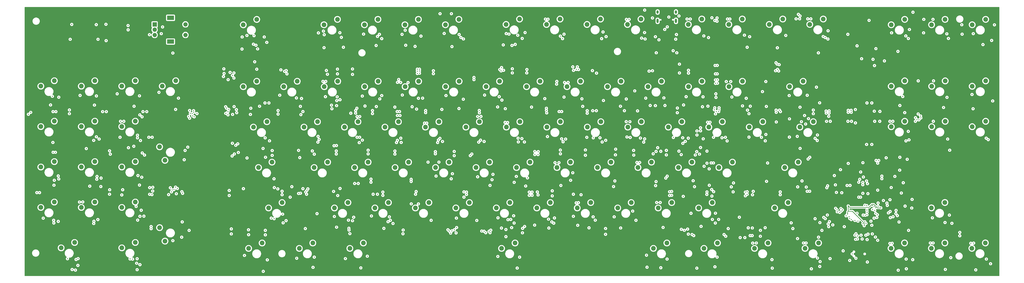
<source format=gbr>
%TF.GenerationSoftware,KiCad,Pcbnew,8.0.1-8.0.1-1~ubuntu22.04.1*%
%TF.CreationDate,2024-03-21T20:32:24+01:00*%
%TF.ProjectId,keyboard_pcb,6b657962-6f61-4726-945f-7063622e6b69,rev?*%
%TF.SameCoordinates,Original*%
%TF.FileFunction,Copper,L2,Inr*%
%TF.FilePolarity,Positive*%
%FSLAX46Y46*%
G04 Gerber Fmt 4.6, Leading zero omitted, Abs format (unit mm)*
G04 Created by KiCad (PCBNEW 8.0.1-8.0.1-1~ubuntu22.04.1) date 2024-03-21 20:32:24*
%MOMM*%
%LPD*%
G01*
G04 APERTURE LIST*
%TA.AperFunction,ComponentPad*%
%ADD10C,2.200000*%
%TD*%
%TA.AperFunction,ComponentPad*%
%ADD11R,2.000000X2.000000*%
%TD*%
%TA.AperFunction,ComponentPad*%
%ADD12C,2.000000*%
%TD*%
%TA.AperFunction,ComponentPad*%
%ADD13R,3.200000X2.000000*%
%TD*%
%TA.AperFunction,ComponentPad*%
%ADD14O,1.000000X1.600000*%
%TD*%
%TA.AperFunction,ComponentPad*%
%ADD15O,1.000000X2.100000*%
%TD*%
%TA.AperFunction,ViaPad*%
%ADD16C,0.500000*%
%TD*%
%TA.AperFunction,Conductor*%
%ADD17C,0.240000*%
%TD*%
G04 APERTURE END LIST*
D10*
%TO.N,Col9*%
%TO.C,pad4*%
X84325000Y-154350000D03*
%TO.N,Net-(D_E106-A)*%
X77975000Y-156890000D03*
%TD*%
%TO.N,Col4*%
%TO.C,B1*%
X298700000Y-173650000D03*
%TO.N,Net-(D_E45-A)*%
X292350000Y-176190000D03*
%TD*%
%TO.N,Col1*%
%TO.C,tab1*%
X184350000Y-135550000D03*
%TO.N,Net-(D_E14-A)*%
X178000000Y-138090000D03*
%TD*%
%TO.N,Col5*%
%TO.C,numK7*%
X312900000Y-116500000D03*
%TO.N,Net-(D_E76-A)*%
X306550000Y-119040000D03*
%TD*%
%TO.N,Col4*%
%TO.C,T1*%
X284350000Y-135550000D03*
%TO.N,Net-(D_E53-A)*%
X278000000Y-138090000D03*
%TD*%
%TO.N,Col2*%
%TO.C,space1*%
X301150000Y-192700000D03*
%TO.N,Net-(D_E35-A)*%
X294800000Y-195240000D03*
%TD*%
%TO.N,Col5*%
%TO.C,F8*%
X360410000Y-87180000D03*
%TO.N,Net-(D_E58-A)*%
X354060000Y-89720000D03*
%TD*%
%TO.N,Col3*%
%TO.C,F3*%
X255650000Y-87300000D03*
%TO.N,Net-(D_E30-A)*%
X249300000Y-89840000D03*
%TD*%
%TO.N,Col7*%
%TO.C,plus1*%
X408150000Y-116500000D03*
%TO.N,Net-(D_E70-A)*%
X401800000Y-119040000D03*
%TD*%
%TO.N,Col4*%
%TO.C,super_right1*%
X396400000Y-192700000D03*
%TO.N,Net-(D_E42-A)*%
X390050000Y-195240000D03*
%TD*%
%TO.N,Col10*%
%TO.C,pad9*%
X122425000Y-135300000D03*
%TO.N,Net-(D_E103-A)*%
X116075000Y-137840000D03*
%TD*%
%TO.N,Col5*%
%TO.C,keyN1*%
X317750000Y-173650000D03*
%TO.N,Net-(D_E46-A)*%
X311400000Y-176190000D03*
%TD*%
%TO.N,Col9*%
%TO.C,page_up1*%
X522635000Y-116300000D03*
%TO.N,Net-(D_E66-A)*%
X516285000Y-118840000D03*
%TD*%
%TO.N,Col7*%
%TO.C,keyP1*%
X379650000Y-135550000D03*
%TO.N,Net-(D_E81-A)*%
X373300000Y-138090000D03*
%TD*%
%TO.N,Col3*%
%TO.C,numK3*%
X236700000Y-116500000D03*
%TO.N,Net-(D_E31-A)*%
X230350000Y-119040000D03*
%TD*%
%TO.N,Col6*%
%TO.C,numK10_zero1*%
X370050000Y-116500000D03*
%TO.N,Net-(D_E92-A)*%
X363700000Y-119040000D03*
%TD*%
%TO.N,Col8*%
%TO.C,backspace1*%
X436725000Y-116500000D03*
%TO.N,Net-(D_E69-A)*%
X430375000Y-119040000D03*
%TD*%
%TO.N,Col8*%
%TO.C,home1*%
X503585000Y-116300000D03*
%TO.N,Net-(D_E67-A)*%
X497235000Y-118840000D03*
%TD*%
%TO.N,Col11*%
%TO.C,pad_minus1*%
X141475000Y-116250000D03*
%TO.N,Net-(D_E102-A)*%
X135125000Y-118790000D03*
%TD*%
%TO.N,Col1*%
%TO.C,shift1*%
X191500000Y-173650000D03*
%TO.N,Net-(D_E16-A)*%
X185150000Y-176190000D03*
%TD*%
%TO.N,Col4*%
%TO.C,numK5*%
X274800000Y-116500000D03*
%TO.N,Net-(D_E54-A)*%
X268450000Y-119040000D03*
%TD*%
%TO.N,Col2*%
%TO.C,W1*%
X227200000Y-135550000D03*
%TO.N,Net-(D_E27-A)*%
X220850000Y-138090000D03*
%TD*%
%TO.N,Col3*%
%TO.C,keyD1*%
X251050000Y-154600000D03*
%TO.N,Net-(D_E33-A)*%
X244700000Y-157140000D03*
%TD*%
%TO.N,Col6*%
%TO.C,L1*%
X365350000Y-154600000D03*
%TO.N,Net-(D_E91-A)*%
X359000000Y-157140000D03*
%TD*%
%TO.N,Col8*%
%TO.C,insert1*%
X484535000Y-116300000D03*
%TO.N,Net-(D_E68-A)*%
X478185000Y-118840000D03*
%TD*%
%TO.N,Col7*%
%TO.C,F11*%
X427150000Y-87150000D03*
%TO.N,Net-(D_E61-A)*%
X420800000Y-89690000D03*
%TD*%
%TO.N,Col6*%
%TO.C,F9*%
X389050000Y-87150000D03*
%TO.N,Net-(D_E59-A)*%
X382700000Y-89690000D03*
%TD*%
%TO.N,Col2*%
%TO.C,keyX1*%
X241550000Y-173650000D03*
%TO.N,Net-(D_E25-A)*%
X235200000Y-176190000D03*
%TD*%
%TO.N,Col1*%
%TO.C,control_left1*%
X182100000Y-192700000D03*
%TO.N,Net-(D_E17-A)*%
X175750000Y-195240000D03*
%TD*%
%TO.N,Col2*%
%TO.C,alt_left1*%
X229750000Y-192700000D03*
%TO.N,Net-(D_E24-A)*%
X223400000Y-195240000D03*
%TD*%
%TO.N,Col10*%
%TO.C,pad8*%
X103375000Y-135300000D03*
%TO.N,Net-(D_E104-A)*%
X97025000Y-137840000D03*
%TD*%
%TO.N,Col1*%
%TO.C,super_left1*%
X205950000Y-192700000D03*
%TO.N,Net-(D_E23-A)*%
X199600000Y-195240000D03*
%TD*%
%TO.N,Col5*%
%TO.C,keyJ2*%
X327250000Y-154600000D03*
%TO.N,Net-(D_E93-A)*%
X320900000Y-157140000D03*
%TD*%
%TO.N,Col5*%
%TO.C,F7*%
X341360000Y-87180000D03*
%TO.N,Net-(D_E57-A)*%
X335010000Y-89720000D03*
%TD*%
%TO.N,Col6*%
%TO.C,O1*%
X360550000Y-135550000D03*
%TO.N,Net-(D_E80-A)*%
X354200000Y-138090000D03*
%TD*%
%TO.N,Col8*%
%TO.C,backslash1*%
X441500000Y-135550000D03*
%TO.N,Net-(D_E84-A)*%
X435150000Y-138090000D03*
%TD*%
%TO.N,Col7*%
%TO.C,quote1*%
X403450000Y-154600000D03*
%TO.N,Net-(D_E89-A)*%
X397100000Y-157140000D03*
%TD*%
%TO.N,Col5*%
%TO.C,keyU5*%
X322450000Y-135550000D03*
%TO.N,Net-(D_E78-A)*%
X316100000Y-138090000D03*
%TD*%
%TO.N,Col1*%
%TO.C,A1*%
X212950000Y-154600000D03*
%TO.N,Net-(D_E21-A)*%
X206600000Y-157140000D03*
%TD*%
%TO.N,Col3*%
%TO.C,keyF1*%
X270100000Y-154600000D03*
%TO.N,Net-(D_E39-A)*%
X263750000Y-157140000D03*
%TD*%
%TO.N,Col3*%
%TO.C,F4*%
X274700000Y-87300000D03*
%TO.N,Net-(D_E36-A)*%
X268350000Y-89840000D03*
%TD*%
%TO.N,Col9*%
%TO.C,down1*%
X503450000Y-192650000D03*
%TO.N,Net-(D_E97-A)*%
X497100000Y-195190000D03*
%TD*%
%TO.N,Col10*%
%TO.C,pad2*%
X103375000Y-173400000D03*
%TO.N,Net-(D_E111-A)*%
X97025000Y-175940000D03*
%TD*%
%TO.N,Col1*%
%TO.C,caps1*%
X186750000Y-154600000D03*
%TO.N,Net-(D_E15-A)*%
X180400000Y-157140000D03*
%TD*%
%TO.N,Col5*%
%TO.C,keyM1*%
X336750000Y-173650000D03*
%TO.N,Net-(D_E47-A)*%
X330400000Y-176190000D03*
%TD*%
%TO.N,Col9*%
%TO.C,up1*%
X503450000Y-173600000D03*
%TO.N,Net-(D_E96-A)*%
X497100000Y-176140000D03*
%TD*%
%TO.N,Col8*%
%TO.C,sq_br_close1*%
X417700000Y-135550000D03*
%TO.N,Net-(D_E83-A)*%
X411350000Y-138090000D03*
%TD*%
%TO.N,Col10*%
%TO.C,pad_div1*%
X103375000Y-116250000D03*
%TO.N,Net-(D_E100-A)*%
X97025000Y-118790000D03*
%TD*%
%TO.N,Col8*%
%TO.C,scroll1*%
X503535000Y-87300000D03*
%TO.N,Net-(D_E64-A)*%
X497185000Y-89840000D03*
%TD*%
%TO.N,Col4*%
%TO.C,numK6*%
X293850000Y-116500000D03*
%TO.N,Net-(D_E75-A)*%
X287500000Y-119040000D03*
%TD*%
%TO.N,Col4*%
%TO.C,G1*%
X289150000Y-154600000D03*
%TO.N,Net-(D_E52-A)*%
X282800000Y-157140000D03*
%TD*%
%TO.N,Col7*%
%TO.C,right_shift1*%
X429650000Y-173650000D03*
%TO.N,Net-(D_E51-A)*%
X423300000Y-176190000D03*
%TD*%
%TO.N,Col10*%
%TO.C,pad3*%
X122425000Y-173400000D03*
%TO.N,Net-(D_E110-A)*%
X116075000Y-175940000D03*
%TD*%
%TO.N,Col10*%
%TO.C,pad6*%
X122425000Y-154350000D03*
%TO.N,Net-(D_E108-A)*%
X116075000Y-156890000D03*
%TD*%
%TO.N,Col1*%
%TO.C,ESC1*%
X179600000Y-87350000D03*
%TO.N,Net-(D_E12-A)*%
X173250000Y-89890000D03*
%TD*%
%TO.N,Col3*%
%TO.C,R1*%
X265300000Y-135550000D03*
%TO.N,Net-(D_E38-A)*%
X258950000Y-138090000D03*
%TD*%
%TO.N,Col8*%
%TO.C,end1*%
X503585000Y-135350000D03*
%TO.N,Net-(D_E86-A)*%
X497235000Y-137890000D03*
%TD*%
%TO.N,Col7*%
%TO.C,slash1*%
X393900000Y-173650000D03*
%TO.N,Net-(D_E50-A)*%
X387550000Y-176190000D03*
%TD*%
%TO.N,Col7*%
%TO.C,semicolon1*%
X384400000Y-154600000D03*
%TO.N,Net-(D_E90-A)*%
X378050000Y-157140000D03*
%TD*%
%TO.N,Col5*%
%TO.C,numK8*%
X331950000Y-116500000D03*
%TO.N,Net-(D_E74-A)*%
X325600000Y-119040000D03*
%TD*%
%TO.N,Col6*%
%TO.C,F10*%
X408100000Y-87150000D03*
%TO.N,Net-(D_E60-A)*%
X401750000Y-89690000D03*
%TD*%
%TO.N,Col9*%
%TO.C,right1*%
X522500000Y-192650000D03*
%TO.N,Net-(D_E98-A)*%
X516150000Y-195190000D03*
%TD*%
%TO.N,Col2*%
%TO.C,keyC1*%
X260600000Y-173650000D03*
%TO.N,Net-(D_E34-A)*%
X254250000Y-176190000D03*
%TD*%
%TO.N,Col3*%
%TO.C,V1*%
X279650000Y-173650000D03*
%TO.N,Net-(D_E40-A)*%
X273300000Y-176190000D03*
%TD*%
%TO.N,Col10*%
%TO.C,pad1*%
X84325000Y-173400000D03*
%TO.N,Net-(D_E112-A)*%
X77975000Y-175940000D03*
%TD*%
%TO.N,Col9*%
%TO.C,pause1*%
X522635000Y-87300000D03*
%TO.N,Net-(D_E65-A)*%
X516285000Y-89840000D03*
%TD*%
%TO.N,Col1*%
%TO.C,tilde1*%
X179600000Y-116500000D03*
%TO.N,Net-(D_E13-A)*%
X173250000Y-119040000D03*
%TD*%
%TO.N,Col11*%
%TO.C,pad_enter1*%
X133855000Y-185440000D03*
%TO.N,Net-(D_E113-A)*%
X136395000Y-191790000D03*
%TD*%
%TO.N,Col8*%
%TO.C,enter1*%
X434400000Y-154600000D03*
%TO.N,Net-(D_E88-A)*%
X428050000Y-157140000D03*
%TD*%
%TO.N,Col4*%
%TO.C,keyY1*%
X303400000Y-135550000D03*
%TO.N,Net-(D_E77-A)*%
X297050000Y-138090000D03*
%TD*%
%TO.N,Col10*%
%TO.C,pad5*%
X103375000Y-154350000D03*
%TO.N,Net-(D_E107-A)*%
X97025000Y-156890000D03*
%TD*%
%TO.N,Col10*%
%TO.C,pad_mult1*%
X122425000Y-116250000D03*
%TO.N,Net-(D_E101-A)*%
X116075000Y-118790000D03*
%TD*%
%TO.N,Col7*%
%TO.C,sq_br_open1*%
X398700000Y-135550000D03*
%TO.N,Net-(D_E82-A)*%
X392350000Y-138090000D03*
%TD*%
%TO.N,Col2*%
%TO.C,F2*%
X236600000Y-87300000D03*
%TO.N,Net-(D_E29-A)*%
X230250000Y-89840000D03*
%TD*%
D11*
%TO.N,data_knob_A*%
%TO.C,SW1*%
X131520000Y-89680000D03*
D12*
%TO.N,data_knob_B*%
X131520000Y-94680000D03*
%TO.N,GND*%
X131520000Y-92180000D03*
D13*
%TO.N,N/C*%
X139020000Y-86580000D03*
X139020000Y-97780000D03*
D12*
%TO.N,data_knob_switch*%
X146020000Y-94680000D03*
%TO.N,GND*%
X146020000Y-89680000D03*
%TD*%
D10*
%TO.N,Col6*%
%TO.C,comma1*%
X355800000Y-173650000D03*
%TO.N,Net-(D_E48-A)*%
X349450000Y-176190000D03*
%TD*%
%TO.N,Col6*%
%TO.C,dot1*%
X374850000Y-173650000D03*
%TO.N,Net-(D_E49-A)*%
X368500000Y-176190000D03*
%TD*%
%TO.N,Col3*%
%TO.C,keyE1*%
X246250000Y-135550000D03*
%TO.N,Net-(D_E32-A)*%
X239900000Y-138090000D03*
%TD*%
%TO.N,Col4*%
%TO.C,keyH1*%
X308200000Y-154600000D03*
%TO.N,Net-(D_E94-A)*%
X301850000Y-157140000D03*
%TD*%
%TO.N,Col9*%
%TO.C,pad7*%
X84325000Y-135300000D03*
%TO.N,Net-(D_E105-A)*%
X77975000Y-137840000D03*
%TD*%
%TO.N,Col6*%
%TO.C,keyK1*%
X346300000Y-154600000D03*
%TO.N,Net-(D_E72-A)*%
X339950000Y-157140000D03*
%TD*%
%TO.N,Col9*%
%TO.C,left1*%
X484450000Y-192650000D03*
%TO.N,Net-(D_E95-A)*%
X478100000Y-195190000D03*
%TD*%
%TO.N,Col7*%
%TO.C,F12*%
X446200000Y-87150000D03*
%TO.N,Net-(D_E62-A)*%
X439850000Y-89690000D03*
%TD*%
%TO.N,Col1*%
%TO.C,Z1*%
X222500000Y-173650000D03*
%TO.N,Net-(D_E22-A)*%
X216150000Y-176190000D03*
%TD*%
%TO.N,Col2*%
%TO.C,F1*%
X217550000Y-87300000D03*
%TO.N,Net-(D_E18-A)*%
X211200000Y-89840000D03*
%TD*%
%TO.N,Col5*%
%TO.C,function_right1*%
X420200000Y-192700000D03*
%TO.N,Net-(D_E43-A)*%
X413850000Y-195240000D03*
%TD*%
%TO.N,Col2*%
%TO.C,numK2*%
X217700000Y-116500000D03*
%TO.N,Net-(D_E28-A)*%
X211350000Y-119040000D03*
%TD*%
%TO.N,Col4*%
%TO.C,F5*%
X303260000Y-87180000D03*
%TO.N,Net-(D_E55-A)*%
X296910000Y-89720000D03*
%TD*%
%TO.N,Col6*%
%TO.C,I1*%
X341500000Y-135550000D03*
%TO.N,Net-(D_E79-A)*%
X335150000Y-138090000D03*
%TD*%
%TO.N,Col11*%
%TO.C,pad_plus1*%
X133855000Y-147390000D03*
%TO.N,Net-(D_E109-A)*%
X136395000Y-153740000D03*
%TD*%
%TO.N,Col1*%
%TO.C,Q1*%
X208150000Y-135550000D03*
%TO.N,Net-(D_E20-A)*%
X201800000Y-138090000D03*
%TD*%
%TO.N,Col4*%
%TO.C,F6*%
X322310000Y-87180000D03*
%TO.N,Net-(D_E56-A)*%
X315960000Y-89720000D03*
%TD*%
%TO.N,Col2*%
%TO.C,S1*%
X232000000Y-154600000D03*
%TO.N,Net-(D_E26-A)*%
X225650000Y-157140000D03*
%TD*%
%TO.N,Col8*%
%TO.C,delete1*%
X484535000Y-135350000D03*
%TO.N,Net-(D_E85-A)*%
X478185000Y-137890000D03*
%TD*%
%TO.N,Col5*%
%TO.C,control_right1*%
X443960000Y-192680000D03*
%TO.N,Net-(D_E44-A)*%
X437610000Y-195220000D03*
%TD*%
%TO.N,Col9*%
%TO.C,pad_numlock1*%
X84325000Y-116250000D03*
%TO.N,Net-(D_E99-A)*%
X77975000Y-118790000D03*
%TD*%
%TO.N,Col9*%
%TO.C,page_down1*%
X522635000Y-135350000D03*
%TO.N,Net-(D_E87-A)*%
X516285000Y-137890000D03*
%TD*%
%TO.N,Col8*%
%TO.C,print1*%
X484535000Y-87300000D03*
%TO.N,Net-(D_E63-A)*%
X478185000Y-89840000D03*
%TD*%
%TO.N,Col6*%
%TO.C,numK9*%
X351000000Y-116500000D03*
%TO.N,Net-(D_E73-A)*%
X344650000Y-119040000D03*
%TD*%
%TO.N,Col7*%
%TO.C,minus1*%
X389100000Y-116500000D03*
%TO.N,Net-(D_E71-A)*%
X382750000Y-119040000D03*
%TD*%
%TO.N,Col2*%
%TO.C,numK1*%
X198650000Y-116500000D03*
%TO.N,Net-(D_E19-A)*%
X192300000Y-119040000D03*
%TD*%
%TO.N,Col11*%
%TO.C,pad_comma1*%
X122425000Y-192450000D03*
%TO.N,Net-(D_E115-A)*%
X116075000Y-194990000D03*
%TD*%
%TO.N,Col10*%
%TO.C,pad0*%
X93860000Y-192450000D03*
%TO.N,Net-(D_E114-A)*%
X87510000Y-194990000D03*
%TD*%
%TO.N,Col3*%
%TO.C,alt_right1*%
X372600000Y-192700000D03*
%TO.N,Net-(D_E41-A)*%
X366250000Y-195240000D03*
%TD*%
%TO.N,Col3*%
%TO.C,numK4*%
X255750000Y-116500000D03*
%TO.N,Net-(D_E37-A)*%
X249400000Y-119040000D03*
%TD*%
D14*
%TO.N,GND*%
%TO.C,J1*%
X368230000Y-83850000D03*
D15*
X368230000Y-88030000D03*
D14*
X376870000Y-83850000D03*
D15*
X376870000Y-88030000D03*
%TD*%
D16*
%TO.N,RowA*%
X425602000Y-130100000D03*
X459313500Y-130150000D03*
X164200000Y-112800000D03*
X141350000Y-166350000D03*
X472850000Y-130700000D03*
X448950000Y-130450000D03*
X149400000Y-132800000D03*
X394963100Y-129913100D03*
X254600000Y-168450000D03*
X116500000Y-167600000D03*
X368263100Y-147786900D03*
X254300000Y-169713500D03*
X140600000Y-167536500D03*
X164100000Y-110650000D03*
X480350000Y-178850000D03*
X490850000Y-131900000D03*
X116070000Y-170050000D03*
X244600000Y-149350000D03*
X149150000Y-131723000D03*
X397150000Y-129900000D03*
X311950000Y-170040500D03*
X457959500Y-130150000D03*
X424000000Y-130100000D03*
X489600000Y-133650000D03*
X447500000Y-130500000D03*
X280807350Y-150781150D03*
X366150000Y-150663500D03*
X311650000Y-168650000D03*
X244600000Y-150800000D03*
X169030676Y-150719324D03*
X466300000Y-183450000D03*
X280086900Y-151513100D03*
X170900000Y-150036500D03*
X470200000Y-130586500D03*
%TO.N,RowB*%
X130250000Y-169900000D03*
X130600000Y-168200000D03*
X380100000Y-145730000D03*
X247000000Y-132600000D03*
X169700000Y-146650000D03*
X304700000Y-185800000D03*
X285100000Y-133050000D03*
X409550000Y-168736500D03*
X189600000Y-131950000D03*
X245736500Y-132600000D03*
X125700000Y-150277000D03*
X168000000Y-151700000D03*
X296850000Y-189700000D03*
X189600000Y-130250000D03*
X469050000Y-184327000D03*
X283550000Y-133100000D03*
X464880000Y-183550000D03*
X396300000Y-109000000D03*
X410900000Y-185550000D03*
X309150000Y-170200000D03*
X490251199Y-134598801D03*
X367500000Y-149550000D03*
X226811500Y-133100000D03*
X312050000Y-149636500D03*
X389700000Y-143600000D03*
X412750000Y-189200000D03*
X129850000Y-184926500D03*
X397000000Y-130786500D03*
X311950000Y-151000000D03*
X305650000Y-184907000D03*
X378250000Y-149400000D03*
X296850000Y-186350000D03*
X130650000Y-166450000D03*
X396300000Y-113000000D03*
X492000000Y-132850000D03*
X369750000Y-149500000D03*
X396400000Y-115800000D03*
X379350000Y-151050000D03*
X396400000Y-117400000D03*
X126775000Y-151275000D03*
X144350000Y-168534500D03*
X481056750Y-179786500D03*
X396200000Y-88200000D03*
X129850000Y-185953500D03*
X396200000Y-86636500D03*
X228050000Y-133100000D03*
X450700000Y-184163500D03*
X409550000Y-170450000D03*
X309150000Y-168686500D03*
X139450000Y-168609500D03*
%TO.N,RowC*%
X256163500Y-111600000D03*
X386750000Y-139900000D03*
X170650000Y-145950000D03*
X168113500Y-145700000D03*
X199250000Y-149050000D03*
X255136500Y-111750000D03*
X391450000Y-155100000D03*
X395450000Y-113000000D03*
X168200000Y-132100000D03*
X393800000Y-86550000D03*
X395650000Y-122400000D03*
X395450000Y-115850000D03*
X124550000Y-132330000D03*
X416600000Y-186705500D03*
X491205894Y-134705317D03*
X492125000Y-133775000D03*
X223400000Y-188288500D03*
X386750000Y-141800000D03*
X294573800Y-111600000D03*
X416590900Y-189490900D03*
X395300000Y-109050000D03*
X395500000Y-117500000D03*
X125600000Y-133250000D03*
X468650000Y-182400000D03*
X395700000Y-124100000D03*
X395150000Y-87850000D03*
X295763100Y-111336900D03*
X176600000Y-132100000D03*
X365800000Y-86650000D03*
X166050000Y-132300000D03*
X448500000Y-183700000D03*
X479050000Y-180336500D03*
X391400000Y-169800000D03*
X223000000Y-186600000D03*
X391450000Y-168650000D03*
X328650000Y-111350000D03*
X391450000Y-149400000D03*
X330000000Y-110900000D03*
X373500000Y-86213500D03*
X199836900Y-152463100D03*
%TO.N,RowD*%
X470100000Y-180986500D03*
X337550000Y-111463500D03*
X334250000Y-148850000D03*
X477774711Y-180748511D03*
X339495000Y-112655000D03*
X334250000Y-151350000D03*
%TO.N,RowE*%
X472300000Y-153800000D03*
X199250000Y-169350000D03*
X393700000Y-167513500D03*
X471400000Y-180659500D03*
X201300000Y-167100000D03*
%TO.N,RowF*%
X165000000Y-131600000D03*
X151450000Y-131711500D03*
X245800000Y-117013500D03*
X388438100Y-139838100D03*
X175700000Y-186450000D03*
X246400000Y-115650000D03*
X110677000Y-150827000D03*
X256163500Y-112700000D03*
X255136500Y-112850000D03*
X424050000Y-131100000D03*
X281800000Y-115730000D03*
X223850000Y-131550000D03*
X142200000Y-167000000D03*
X170150000Y-131300000D03*
X356950000Y-149050000D03*
X388450000Y-147700000D03*
X387950000Y-150800000D03*
X139800000Y-167712264D03*
X357000000Y-151300000D03*
X388424545Y-138399256D03*
X426050000Y-130800000D03*
X471050000Y-153800000D03*
X447600000Y-131500000D03*
X459350000Y-131100000D03*
X150150000Y-133250000D03*
X226700000Y-129200000D03*
X315900000Y-130236500D03*
X457950000Y-131100000D03*
X316050000Y-131400000D03*
X471650000Y-179350000D03*
X110300000Y-149250000D03*
X175760000Y-188800000D03*
X281800000Y-114650000D03*
X448950000Y-131450000D03*
%TO.N,Col1*%
X186850000Y-151400000D03*
X191500000Y-168300000D03*
X183633500Y-188850000D03*
X191500000Y-169950000D03*
X180000000Y-101250000D03*
X183600000Y-186732500D03*
X186850000Y-149113539D03*
X179600000Y-110800000D03*
X469350000Y-176916500D03*
%TO.N,Col2*%
X217550000Y-113002000D03*
X210750000Y-116550000D03*
X226100000Y-131500000D03*
X232000000Y-148950000D03*
X217550000Y-110750000D03*
X255650000Y-174250000D03*
X248400000Y-188338211D03*
X238950000Y-168686500D03*
X238950000Y-170250000D03*
X212050000Y-116550000D03*
X248500000Y-186600000D03*
X454500000Y-176450000D03*
X226100000Y-130250000D03*
X232000000Y-150700000D03*
X252300000Y-174250000D03*
X304650000Y-187900000D03*
X452000000Y-176350000D03*
%TO.N,Col3*%
X260200000Y-154600000D03*
X277100000Y-168600000D03*
X272500000Y-151550000D03*
X259600000Y-136200000D03*
X272500000Y-149550000D03*
X265850000Y-84650000D03*
X455200000Y-177100000D03*
X258546500Y-136200000D03*
X265300000Y-154600000D03*
X452700000Y-177100000D03*
X250800000Y-117100000D03*
X247300000Y-117050000D03*
X277100000Y-171100000D03*
X271200000Y-84650000D03*
%TO.N,Col4*%
X310450000Y-149600000D03*
X297650000Y-135900000D03*
X310450000Y-151000000D03*
X299850000Y-110600000D03*
X296450000Y-135850000D03*
X315446500Y-87200000D03*
X307850000Y-170250000D03*
X307850000Y-168686500D03*
X299850000Y-112550000D03*
X316650000Y-87250000D03*
X284350000Y-131350000D03*
X385250000Y-189200000D03*
X379400000Y-186250000D03*
X284325000Y-130225000D03*
X454600000Y-177700000D03*
X452750000Y-178000000D03*
%TO.N,Col5*%
X400313100Y-189513100D03*
X326113500Y-117050000D03*
X413000000Y-192750000D03*
X384450000Y-188713500D03*
X329896500Y-173800000D03*
X438123500Y-192700000D03*
X322450000Y-148900000D03*
X343750000Y-188588500D03*
X331050000Y-111000000D03*
X318650000Y-170500000D03*
X448750000Y-185000000D03*
X322500000Y-150663500D03*
X382700000Y-188500000D03*
X319950000Y-154850000D03*
X353546500Y-87350000D03*
X456100000Y-185000000D03*
X414700000Y-192700000D03*
X324450000Y-117050000D03*
X436900000Y-192700000D03*
X343750000Y-185850000D03*
X399500000Y-188713500D03*
X318650000Y-168100000D03*
X354850000Y-87350000D03*
X321800000Y-154850000D03*
X443950000Y-189950000D03*
X330950000Y-173700000D03*
%TO.N,Col6*%
X401150000Y-87150000D03*
X374850000Y-170200000D03*
X359800000Y-154750000D03*
X378500000Y-112563500D03*
X353450000Y-135500000D03*
X369450000Y-173600000D03*
X348400000Y-151150000D03*
X378500000Y-108400000D03*
X358486500Y-154750000D03*
X367800000Y-173600000D03*
X348500000Y-148500000D03*
X462095500Y-178650000D03*
X383600000Y-87150000D03*
X374850000Y-168400000D03*
X357486500Y-121000000D03*
X382050000Y-87150000D03*
X402263500Y-87150000D03*
X355200000Y-135550000D03*
%TO.N,Col7*%
X423950000Y-107750000D03*
X395900000Y-130750000D03*
X402650000Y-116600000D03*
X433400000Y-87050000D03*
X423719250Y-111519250D03*
X456900000Y-179900000D03*
X410400000Y-169763500D03*
X448100000Y-179500000D03*
X392900000Y-135800000D03*
X438900000Y-87100000D03*
X425950000Y-168600000D03*
X435050000Y-87050000D03*
X394500000Y-154950000D03*
X385969250Y-151219250D03*
X391750000Y-135800000D03*
X395450000Y-131850000D03*
X393436500Y-154950000D03*
X400550000Y-116600000D03*
X425950000Y-169950000D03*
X386650000Y-149636500D03*
X410400000Y-168550000D03*
X440363500Y-87100000D03*
%TO.N,Col8*%
X484535000Y-131250000D03*
X498100000Y-116300000D03*
X459500000Y-135350000D03*
X424100000Y-135650000D03*
X441500000Y-131750000D03*
X447736500Y-135380750D03*
X472800000Y-135350000D03*
X478950000Y-135350000D03*
X477550000Y-135350000D03*
X439036900Y-153113100D03*
X470400000Y-135350000D03*
X449500000Y-135350000D03*
X493500000Y-87300000D03*
X439850000Y-152300000D03*
X498000000Y-135350000D03*
X489550000Y-135350000D03*
X497850000Y-87300000D03*
X441500000Y-130050000D03*
X439800000Y-168321724D03*
X435900000Y-135550000D03*
X457800000Y-135350000D03*
X458400000Y-180311900D03*
X490900000Y-116300000D03*
%TO.N,Col9*%
X469261900Y-188411900D03*
X446400000Y-180600000D03*
X478650000Y-192850000D03*
X515636500Y-192800000D03*
X286550000Y-187150000D03*
X497900000Y-192700000D03*
X270150000Y-187050000D03*
X288950000Y-187150000D03*
X458650000Y-181150000D03*
X496586500Y-192700000D03*
X470750000Y-189900000D03*
X477550000Y-192900000D03*
X271438751Y-186962552D03*
X510450000Y-187700000D03*
X510450000Y-189300000D03*
X516950000Y-192750000D03*
%TO.N,GND*%
X102950000Y-182450000D03*
X382650000Y-143300000D03*
X400150000Y-142900000D03*
X235750000Y-99650000D03*
X461550000Y-199900000D03*
X123550000Y-181900000D03*
X284050000Y-145150000D03*
X424600000Y-100700000D03*
X211250000Y-100650000D03*
X493400000Y-93650000D03*
X218700000Y-93600000D03*
X477650000Y-177850000D03*
X147750000Y-186750000D03*
X237500000Y-124800000D03*
X104100000Y-142650000D03*
X479900000Y-161300000D03*
X430250000Y-142800000D03*
X92500000Y-89700000D03*
X310350000Y-184250000D03*
X371700000Y-127900000D03*
X324200000Y-94300000D03*
X497550000Y-180850000D03*
X363000000Y-198450000D03*
X104400000Y-161350000D03*
X380450000Y-127650000D03*
X129100000Y-94550000D03*
X178000000Y-99000000D03*
X419200000Y-141550000D03*
X442350000Y-143400000D03*
X247350000Y-143300000D03*
X361700000Y-145150000D03*
X185600000Y-144550000D03*
X257650000Y-124450000D03*
X369750000Y-204350000D03*
X406700000Y-180550000D03*
X338900000Y-181950000D03*
X217150000Y-185250000D03*
X318450000Y-182750000D03*
X299100000Y-181600000D03*
X353500000Y-124850000D03*
X283150000Y-182050000D03*
X208600000Y-93700000D03*
X242450000Y-182000000D03*
X248100000Y-122950000D03*
X268650000Y-123200000D03*
X264700000Y-145350000D03*
X337900000Y-180350000D03*
X389600000Y-123800000D03*
X200100000Y-128300000D03*
X367200000Y-127950000D03*
X342750000Y-125550000D03*
X208450000Y-142450000D03*
X503500000Y-183050000D03*
X184300000Y-98150000D03*
X476850000Y-178500000D03*
X121700000Y-147100000D03*
X334900000Y-142900000D03*
X524950000Y-202450000D03*
X422050000Y-200550000D03*
X244550000Y-128650000D03*
X511550000Y-94300000D03*
X476350000Y-175000000D03*
X367300000Y-165650000D03*
X300700000Y-183300000D03*
X464250000Y-105850000D03*
X225200000Y-180550000D03*
X299550000Y-185450000D03*
X467000000Y-164750000D03*
X315150000Y-124650000D03*
X522950000Y-200250000D03*
X222750000Y-181950000D03*
X482250000Y-152300000D03*
X104100000Y-123400000D03*
X124400000Y-165400000D03*
X229300000Y-144200000D03*
X228000000Y-142850000D03*
X123050000Y-202200000D03*
X440600000Y-204850000D03*
X175000000Y-152650000D03*
X396250000Y-199350000D03*
X125200000Y-177250000D03*
X402900000Y-166250000D03*
X227800000Y-145400000D03*
X409950000Y-124500000D03*
X178300000Y-95000000D03*
X380300000Y-170700000D03*
X84150000Y-165450000D03*
X342150000Y-145100000D03*
X323050000Y-143600000D03*
X459800000Y-197850000D03*
X375650000Y-143000000D03*
X505700000Y-148950000D03*
X385600000Y-166150000D03*
X124850000Y-144400000D03*
X504400000Y-124050000D03*
X256850000Y-95200000D03*
X411550000Y-95500000D03*
X335950000Y-185550000D03*
X141400000Y-129750000D03*
X252250000Y-163700000D03*
X417600000Y-121350000D03*
X183700000Y-152300000D03*
X362650000Y-124450000D03*
X452400000Y-168850000D03*
X315900000Y-129200000D03*
X230500000Y-128150000D03*
X101000000Y-165900000D03*
X471800000Y-191400000D03*
X327300000Y-163150000D03*
X475800000Y-152550000D03*
X363250000Y-204100000D03*
X126450000Y-180050000D03*
X214750000Y-127750000D03*
X271450000Y-100150000D03*
X523850000Y-144000000D03*
X360150000Y-143250000D03*
X245800000Y-144300000D03*
X183100000Y-95600000D03*
X302550000Y-143300000D03*
X362150000Y-143600000D03*
X123650000Y-160900000D03*
X218750000Y-125200000D03*
X125450000Y-161700000D03*
X367600000Y-103050000D03*
X447150000Y-95900000D03*
X451400000Y-160900000D03*
X473750000Y-162400000D03*
X347500000Y-166100000D03*
X322700000Y-165600000D03*
X418900000Y-144550000D03*
X91800000Y-96700000D03*
X203650000Y-167150000D03*
X83650000Y-145300000D03*
X236400000Y-95350000D03*
X511400000Y-89850000D03*
X316400000Y-142550000D03*
X371200000Y-124300000D03*
X428550000Y-94900000D03*
X341900000Y-96400000D03*
X84000000Y-182000000D03*
X411850000Y-128200000D03*
X202450000Y-185900000D03*
X193400000Y-182150000D03*
X290750000Y-160350000D03*
X465100000Y-161600000D03*
X481850000Y-182800000D03*
X409100000Y-94750000D03*
X526750000Y-89900000D03*
X145850000Y-149100000D03*
X319350000Y-183350000D03*
X119000000Y-90250000D03*
X487850000Y-176200000D03*
X208950000Y-143900000D03*
X443450000Y-199800000D03*
X267000000Y-144850000D03*
X431900000Y-185900000D03*
X370800000Y-185350000D03*
X200650000Y-124600000D03*
X403200000Y-123900000D03*
X434100000Y-190600000D03*
X243700000Y-183500000D03*
X401450000Y-185900000D03*
X344000000Y-95450000D03*
X394600000Y-168500000D03*
X444700000Y-201450000D03*
X210950000Y-92850000D03*
X439250000Y-134100000D03*
X229250000Y-123450000D03*
X211900000Y-123750000D03*
X362100000Y-93550000D03*
X198250000Y-124350000D03*
X102850000Y-144350000D03*
X517950000Y-205350000D03*
X504350000Y-94150000D03*
X301750000Y-161300000D03*
X267800000Y-93950000D03*
X466800000Y-178150000D03*
X337950000Y-143150000D03*
X123300000Y-205250000D03*
X506200000Y-199600000D03*
X238400000Y-96400000D03*
X235850000Y-128400000D03*
X386700000Y-204550000D03*
X419150000Y-116600000D03*
X506750000Y-183400000D03*
X502800000Y-128850000D03*
X124600000Y-180100000D03*
X516800000Y-94050000D03*
X296550000Y-129400000D03*
X522900000Y-143300000D03*
X263950000Y-161150000D03*
X394550000Y-142900000D03*
X348100000Y-163450000D03*
X388700000Y-184850000D03*
X368850000Y-96950000D03*
X463800000Y-159250000D03*
X90500000Y-200100000D03*
X434150000Y-166250000D03*
X476150000Y-173900000D03*
X187850000Y-166600000D03*
X302400000Y-94800000D03*
X316900000Y-181450000D03*
X411250000Y-142800000D03*
X333000000Y-128300000D03*
X84300000Y-163150000D03*
X241350000Y-182650000D03*
X276800000Y-124950000D03*
X294750000Y-185650000D03*
X478150000Y-166550000D03*
X383950000Y-178700000D03*
X231600000Y-198900000D03*
X237300000Y-94350000D03*
X319700000Y-180900000D03*
X83400000Y-123550000D03*
X104850000Y-96700000D03*
X221300000Y-200050000D03*
X86150000Y-182500000D03*
X211350000Y-94550000D03*
X516700000Y-129450000D03*
X437900000Y-136650000D03*
X343800000Y-144300000D03*
X79100000Y-181000000D03*
X464000000Y-189000000D03*
X82550000Y-127650000D03*
X289350000Y-165550000D03*
X182650000Y-206050000D03*
X106300000Y-162100000D03*
X189500000Y-167200000D03*
X453950000Y-178300000D03*
X395200000Y-203900000D03*
X444500000Y-126650000D03*
X477600000Y-172300000D03*
X457750000Y-94350000D03*
X521350000Y-99200000D03*
X470950000Y-101100000D03*
X466550000Y-163450000D03*
X293100000Y-180850000D03*
X94550000Y-200450000D03*
X208350000Y-145150000D03*
X486250000Y-96350000D03*
X408200000Y-128100000D03*
X328300000Y-159600000D03*
X393800000Y-170600000D03*
X292950000Y-128600000D03*
X119950000Y-200200000D03*
X106200000Y-166100000D03*
X364750000Y-127900000D03*
X113900000Y-122400000D03*
X190400000Y-123050000D03*
X176800000Y-129200000D03*
X484700000Y-175300000D03*
X377250000Y-103050000D03*
X347800000Y-180350000D03*
X482250000Y-127900000D03*
X470300000Y-109100000D03*
X465750000Y-174900000D03*
X294950000Y-125350000D03*
X144500000Y-182750000D03*
X134650000Y-94050000D03*
X245350000Y-145350000D03*
X135250000Y-90900000D03*
X123450000Y-143150000D03*
X355350000Y-142950000D03*
X435300000Y-148100000D03*
X94250000Y-205450000D03*
X464950000Y-179550000D03*
X356500000Y-177650000D03*
X380050000Y-143100000D03*
X317050000Y-185650000D03*
X381250000Y-144800000D03*
X466250000Y-189000000D03*
X124400000Y-123350000D03*
X436200000Y-163450000D03*
X454300000Y-158150000D03*
X173300000Y-167100000D03*
X233350000Y-162600000D03*
X435250000Y-128700000D03*
X303300000Y-199350000D03*
X485700000Y-153250000D03*
X350850000Y-185600000D03*
X503650000Y-205150000D03*
X403800000Y-168600000D03*
X323750000Y-145000000D03*
X350750000Y-128250000D03*
X463350000Y-162700000D03*
X217250000Y-125600000D03*
X293700000Y-123750000D03*
X274750000Y-129350000D03*
X266700000Y-129750000D03*
X290300000Y-162900000D03*
X196100000Y-166150000D03*
X403950000Y-164400000D03*
X284900000Y-144250000D03*
X172650000Y-101300000D03*
X443350000Y-144400000D03*
X323500000Y-96400000D03*
X104050000Y-89800000D03*
X504750000Y-143700000D03*
X431100000Y-183200000D03*
X417100000Y-142900000D03*
X430150000Y-123200000D03*
X217450000Y-123800000D03*
X485048500Y-95100000D03*
X297800000Y-181700000D03*
X228550000Y-204400000D03*
X123300000Y-200100000D03*
X444550000Y-203750000D03*
X481450000Y-205500000D03*
X466750000Y-179400000D03*
X358050000Y-182000000D03*
X192000000Y-183200000D03*
X252700000Y-128500000D03*
X367500000Y-163750000D03*
X438650000Y-123100000D03*
X219400000Y-95800000D03*
X525450000Y-97250000D03*
X273550000Y-180950000D03*
X183550000Y-143150000D03*
X180900000Y-128250000D03*
X86400000Y-124000000D03*
X302700000Y-145050000D03*
X276850000Y-96550000D03*
X482950000Y-169150000D03*
X195300000Y-171100000D03*
X182550000Y-148150000D03*
X222950000Y-185750000D03*
X505552100Y-179552100D03*
X104300000Y-162650000D03*
X390000000Y-95100000D03*
X275650000Y-95850000D03*
X123450000Y-141900000D03*
X184550000Y-200650000D03*
X464800000Y-164150000D03*
X95500000Y-200050000D03*
X392500000Y-157750000D03*
X140100000Y-191600000D03*
X96450000Y-123150000D03*
X218800000Y-167000000D03*
X381650000Y-123750000D03*
X466950000Y-201650000D03*
X273650000Y-185400000D03*
X254100000Y-100050000D03*
X395450000Y-178650000D03*
X224650000Y-182200000D03*
X140100000Y-103200000D03*
X115250000Y-142850000D03*
X394000000Y-181600000D03*
X249700000Y-99500000D03*
X299700000Y-99600000D03*
X322450000Y-95200000D03*
X119200000Y-147800000D03*
X122800000Y-175450000D03*
X295600000Y-99350000D03*
X247950000Y-94400000D03*
X474986500Y-106900000D03*
X283550000Y-161500000D03*
X375550000Y-102100000D03*
X446150000Y-95400000D03*
X121150000Y-200300000D03*
X103200000Y-127700000D03*
X485300000Y-204850000D03*
X206050000Y-204150000D03*
X216100000Y-180200000D03*
X443900000Y-103100000D03*
X233550000Y-179950000D03*
X186400000Y-180950000D03*
X239400000Y-185800000D03*
X99350000Y-148200000D03*
X324200000Y-123950000D03*
X486200000Y-140100000D03*
X307000000Y-162000000D03*
X238400000Y-123200000D03*
X249450000Y-92450000D03*
X108600000Y-89650000D03*
X389350000Y-128500000D03*
X108700000Y-97350000D03*
X465950000Y-179600000D03*
X398550000Y-143100000D03*
X84100000Y-183250000D03*
X396950000Y-181600000D03*
X261650000Y-182000000D03*
X516200000Y-122700000D03*
X144250000Y-189950000D03*
X229850000Y-94250000D03*
X265800000Y-143350000D03*
X478350000Y-93650000D03*
X443450000Y-141800000D03*
X298300000Y-94250000D03*
X430300000Y-134200000D03*
X92700000Y-205200000D03*
X233350000Y-164050000D03*
X172700000Y-95600000D03*
X342550000Y-93250000D03*
X419500000Y-163650000D03*
X121850000Y-128250000D03*
X300750000Y-164100000D03*
X455550000Y-196400000D03*
X265050000Y-144150000D03*
X142750000Y-124450000D03*
X422200000Y-204550000D03*
X469600000Y-106150000D03*
X410400000Y-100450000D03*
X451900000Y-165300000D03*
X473750000Y-161150000D03*
X297000000Y-94000000D03*
X395400000Y-183300000D03*
X308900000Y-128650000D03*
X362350000Y-96550000D03*
X486750000Y-92100000D03*
X483600000Y-123700000D03*
X390100000Y-156550000D03*
X105400000Y-143700000D03*
X145450000Y-153450000D03*
X302150000Y-204500000D03*
X254800000Y-129600000D03*
X217150000Y-127950000D03*
X483850000Y-164300000D03*
X464800000Y-165250000D03*
X104800000Y-181650000D03*
X467750000Y-87800000D03*
X95400000Y-203250000D03*
X488400000Y-83950000D03*
X420000000Y-155000000D03*
X433950000Y-142450000D03*
X341100000Y-143100000D03*
X332600000Y-124750000D03*
X133550000Y-121700000D03*
X119050000Y-92250000D03*
X448450000Y-92700000D03*
X187750000Y-181250000D03*
X458650000Y-200900000D03*
X482150000Y-158350000D03*
X187700000Y-162450000D03*
X271650000Y-160050000D03*
X86150000Y-161100000D03*
X525950000Y-125750000D03*
X220350000Y-100450000D03*
X377100000Y-94450000D03*
X174950000Y-94900000D03*
X247550000Y-145300000D03*
X255650000Y-124500000D03*
X486550000Y-144100000D03*
X286600000Y-144850000D03*
X173800000Y-198550000D03*
X400950000Y-144600000D03*
X372700000Y-200250000D03*
X304500000Y-96300000D03*
X505100000Y-96300000D03*
X367200000Y-95500000D03*
X485100000Y-144600000D03*
X392200000Y-95900000D03*
X486350000Y-186750000D03*
X214950000Y-129450000D03*
X442350000Y-181250000D03*
X226800000Y-142850000D03*
X443000000Y-119250000D03*
X271100000Y-162450000D03*
X293050000Y-199050000D03*
X419400000Y-128350000D03*
X474500000Y-172650000D03*
X86400000Y-162550000D03*
X418850000Y-185500000D03*
X360700000Y-96150000D03*
X252250000Y-162650000D03*
X454900000Y-169000000D03*
X305550000Y-145100000D03*
X305850000Y-93550000D03*
X207950000Y-178850000D03*
X300500000Y-179850000D03*
X306150000Y-165850000D03*
X330650000Y-184350000D03*
X328600000Y-180100000D03*
X124600000Y-202900000D03*
X391900000Y-128200000D03*
X488000000Y-172150000D03*
X274850000Y-94450000D03*
X462100000Y-99800000D03*
X448400000Y-96600000D03*
X376750000Y-96650000D03*
X286800000Y-123000000D03*
X206650000Y-199350000D03*
X102850000Y-183500000D03*
X384950000Y-163350000D03*
X324950000Y-143700000D03*
X191750000Y-179100000D03*
X462900000Y-164050000D03*
X485200000Y-200250000D03*
X242000000Y-180350000D03*
X481350000Y-102400000D03*
X304350000Y-143500000D03*
X466750000Y-177200000D03*
X147100000Y-147500000D03*
X392550000Y-165500000D03*
X353800000Y-142750000D03*
X198400000Y-199900000D03*
X488300000Y-200550000D03*
X301200000Y-99100000D03*
%TO.N,VBUS*%
X231000000Y-125650000D03*
X207450000Y-163600000D03*
X359550000Y-163600000D03*
X498250000Y-182650000D03*
X479150000Y-125650000D03*
X402550000Y-125550000D03*
X478950000Y-201700000D03*
X255000000Y-182650000D03*
X517000000Y-201700000D03*
X428700000Y-163550000D03*
X245000000Y-163550000D03*
X440750000Y-96350000D03*
X479300000Y-96350000D03*
X295300000Y-201650000D03*
X269800000Y-96300000D03*
X438000000Y-201700000D03*
X116450000Y-201400000D03*
X307150000Y-125600000D03*
X498050000Y-96350000D03*
X174000000Y-125550000D03*
X317400000Y-96350000D03*
X436000000Y-144600000D03*
X378950000Y-163600000D03*
X431050000Y-125550000D03*
X302650000Y-163500000D03*
X136250000Y-125250000D03*
X370050000Y-91200000D03*
X78450000Y-182450000D03*
X421600000Y-96350000D03*
X366750000Y-201700000D03*
X463150000Y-106850000D03*
X355400000Y-96350000D03*
X250450000Y-96300000D03*
X345250000Y-125600000D03*
X355050000Y-144550000D03*
X116550000Y-144400000D03*
X142400000Y-147050000D03*
X240950000Y-144550000D03*
X78500000Y-144300000D03*
X142550000Y-184900000D03*
X479250000Y-144500000D03*
X375150000Y-91100000D03*
X176150000Y-201700000D03*
X212500000Y-96350000D03*
X79050000Y-125250000D03*
X97400000Y-163250000D03*
X87950000Y-201450000D03*
X185950000Y-182700000D03*
X369300000Y-182650000D03*
X283100000Y-163600000D03*
X178900000Y-144550000D03*
X517200000Y-125600000D03*
X331100000Y-182700000D03*
X298250000Y-96350000D03*
X392850000Y-144550000D03*
X200000000Y-201750000D03*
X336150000Y-144500000D03*
X97850000Y-91600000D03*
X293100000Y-182650000D03*
X370300000Y-102100000D03*
X388100000Y-182700000D03*
X97400000Y-144300000D03*
X231700000Y-96350000D03*
X269250000Y-125500000D03*
X326150000Y-125500000D03*
X383250000Y-125550000D03*
X374200000Y-144500000D03*
X113250000Y-91700000D03*
X236050000Y-182700000D03*
X288350000Y-125550000D03*
X117100000Y-125200000D03*
X192950000Y-125550000D03*
X97350000Y-182400000D03*
X383520000Y-96330000D03*
X223650000Y-201700000D03*
X97850000Y-125200000D03*
X411650000Y-144450000D03*
X424350000Y-182700000D03*
X498350000Y-125550000D03*
X221650000Y-144550000D03*
X336050000Y-96350000D03*
X226400000Y-162650000D03*
X264400000Y-163550000D03*
X298150000Y-144600000D03*
X390500000Y-201650000D03*
X260050000Y-144550000D03*
X202800000Y-144550000D03*
X181150000Y-163550000D03*
X517200000Y-144450000D03*
X311950000Y-182700000D03*
X274200000Y-182650000D03*
X397800000Y-163550000D03*
X498000000Y-144350000D03*
X517050000Y-96350000D03*
X363950000Y-125600000D03*
X116350000Y-182500000D03*
X78450000Y-163350000D03*
X217050000Y-182650000D03*
X463400000Y-111800000D03*
X116600000Y-163400000D03*
X321550000Y-163600000D03*
X340500000Y-163550000D03*
X402850000Y-96350000D03*
X497800000Y-201750000D03*
X211800000Y-125600000D03*
X350150000Y-182650000D03*
X414350000Y-201650000D03*
X174700000Y-96350000D03*
X279250000Y-144550000D03*
X249900000Y-125550000D03*
X82050000Y-91650000D03*
X317200000Y-144500000D03*
%TO.N,+3.3V*%
X457950000Y-175250000D03*
X466850000Y-191100000D03*
X457600000Y-179000000D03*
X467250000Y-188500000D03*
X465450000Y-184550000D03*
X461350000Y-136100000D03*
X461300000Y-129800000D03*
X473275000Y-176150000D03*
%TO.N,+1V1*%
X464827500Y-169272500D03*
X467213500Y-169425000D03*
%TO.N,RESET*%
X461400000Y-190950000D03*
X462559000Y-182400000D03*
X461050000Y-189000000D03*
X480437500Y-177312500D03*
%TO.N,data_led*%
X470800000Y-176100000D03*
%TO.N,RowH*%
X217700000Y-170350000D03*
X425213500Y-111650000D03*
X434500000Y-84950000D03*
X234050000Y-131725000D03*
X471986500Y-175350000D03*
X77350000Y-168950000D03*
X200150000Y-169250000D03*
X217013500Y-150750000D03*
X425450000Y-108650000D03*
X76098000Y-168950000D03*
X457959500Y-155200000D03*
X263650000Y-150663500D03*
X362150000Y-82938500D03*
X471987392Y-173850000D03*
X224650000Y-113250000D03*
X215750000Y-168400000D03*
X217013500Y-149309500D03*
X203150000Y-167950000D03*
X328600000Y-169713500D03*
X278300000Y-168686500D03*
X471800000Y-155069466D03*
X471800000Y-167800000D03*
X378300000Y-85700000D03*
X464850000Y-154850000D03*
X144700000Y-169300000D03*
X141750000Y-169500000D03*
X234050000Y-130250000D03*
X224650000Y-110700000D03*
X448763500Y-133000000D03*
X435263100Y-85713100D03*
X263650000Y-149636500D03*
X437400000Y-132600000D03*
X278300000Y-169836500D03*
X332200000Y-169950000D03*
%TO.N,RowI*%
X447850000Y-166636500D03*
X202625126Y-168661374D03*
X424513500Y-108400000D03*
X168850000Y-112550000D03*
X470386500Y-177316500D03*
X164950000Y-128450000D03*
X168927400Y-128422600D03*
X108800000Y-130800000D03*
X236350000Y-169713500D03*
X147986500Y-130250000D03*
X206660000Y-150850000D03*
X127800000Y-130800000D03*
X72100000Y-132050000D03*
X234371112Y-169710122D03*
X73200000Y-131150000D03*
X149863100Y-130336900D03*
X203050000Y-169713500D03*
X107050000Y-130800000D03*
X168850000Y-114950000D03*
X424700000Y-110850000D03*
X205750000Y-149300000D03*
X83700000Y-130800000D03*
X126050000Y-130800000D03*
X85050000Y-130800000D03*
%TO.N,RowJ*%
X245700000Y-130750000D03*
X407100000Y-190150000D03*
X445550000Y-186750000D03*
X201300000Y-130750000D03*
X147516116Y-133040332D03*
X323100000Y-130750000D03*
X411800000Y-189200000D03*
X337711900Y-130361900D03*
X339400000Y-130350000D03*
X130350000Y-142850000D03*
X166113113Y-115737023D03*
X410550000Y-130100000D03*
X465759000Y-182700000D03*
X149950000Y-131150000D03*
X335100000Y-131550000D03*
X320800000Y-116550000D03*
X83750000Y-149950000D03*
X321900000Y-130750000D03*
X128800000Y-142850000D03*
X397150000Y-129000000D03*
X84838500Y-149950000D03*
X409300000Y-190150000D03*
X413250000Y-168336500D03*
X170013500Y-129850000D03*
X335100000Y-130350000D03*
X246763500Y-130750000D03*
X395150000Y-129000000D03*
X193800000Y-113002000D03*
X412800000Y-185600000D03*
X352600000Y-130350000D03*
X411250000Y-131750000D03*
X358800000Y-130450000D03*
X320700000Y-117850000D03*
X168150000Y-113750000D03*
X166400000Y-129750000D03*
X412900000Y-170000000D03*
X192650000Y-111800000D03*
X200350000Y-132200000D03*
%TO.N,RowG*%
X166619000Y-167950000D03*
X167050000Y-112300000D03*
X382750000Y-112650000D03*
X293950000Y-111000000D03*
X330467500Y-109661900D03*
X373844250Y-168555750D03*
X372350000Y-149050000D03*
X377550000Y-129100000D03*
X306700000Y-110950000D03*
X256163500Y-110800000D03*
X165350000Y-129200000D03*
X328336500Y-109700000D03*
X166650000Y-170300000D03*
X255136500Y-110800000D03*
X212850000Y-113200000D03*
X377500000Y-131300000D03*
X259050000Y-131263500D03*
X91400000Y-130000000D03*
X91400000Y-131750000D03*
X372750165Y-161199835D03*
X372073000Y-162100000D03*
X306650000Y-112550000D03*
X470900000Y-178743500D03*
X372350000Y-151200000D03*
X167600000Y-186050000D03*
X365800000Y-111536500D03*
X190950000Y-111100000D03*
X167600000Y-188413500D03*
X373850000Y-170300000D03*
X364200000Y-111700000D03*
X163900000Y-114250000D03*
X448250000Y-165750000D03*
X212350000Y-111400000D03*
X259050000Y-130236500D03*
X262700000Y-111511500D03*
X262700000Y-112925000D03*
X193450000Y-111450000D03*
X166050000Y-130786500D03*
X382750000Y-111300000D03*
X294800000Y-110000000D03*
%TO.N,D-*%
X372800000Y-90850000D03*
X371600000Y-92050000D03*
%TO.N,Net-(U4-USB_DP)*%
X463750000Y-171100000D03*
X458800000Y-165550000D03*
%TO.N,Net-(U4-USB_DM)*%
X457400000Y-165600000D03*
X462900000Y-171100000D03*
%TO.N,data_knob_A*%
X466650000Y-175050000D03*
%TO.N,data_knob_B*%
X469400000Y-175018500D03*
%TO.N,data_knob_switch*%
X470150000Y-175450000D03*
%TO.N,Col10*%
X289350000Y-187850000D03*
X110300000Y-169700000D03*
X270800000Y-188050000D03*
X129169250Y-169750000D03*
X117000000Y-135350000D03*
X115450000Y-135350000D03*
X97700000Y-173350000D03*
X110350000Y-167600000D03*
X459400000Y-181650000D03*
X129200000Y-166600000D03*
X447150000Y-181200000D03*
X273400000Y-187947906D03*
X96150000Y-173400000D03*
X287350000Y-187824711D03*
%TO.N,Col11*%
X461080884Y-182054685D03*
X289700017Y-186645556D03*
X285448861Y-187045906D03*
X138100000Y-169900000D03*
X444613405Y-183073052D03*
X269550000Y-186450000D03*
X382350000Y-186150000D03*
X272600000Y-186450000D03*
X147950000Y-133900000D03*
X148300000Y-131650000D03*
X380794850Y-186699150D03*
X138900000Y-166650000D03*
%TO.N,Net-(D16-DIN)*%
X469050000Y-146250000D03*
X466600000Y-146250000D03*
%TO.N,Net-(D19-DOUT)*%
X179200000Y-99500000D03*
X178600000Y-107313500D03*
%TO.N,Net-(D22-DIN)*%
X185300000Y-126700000D03*
X183450000Y-126700000D03*
%TO.N,Net-(D71-DOUT)*%
X227350000Y-164650000D03*
X225650000Y-164650000D03*
%TO.N,Net-(D3-DIN)*%
X469050000Y-126700000D03*
X466750000Y-126700000D03*
%TO.N,Net-(D6-DIN)*%
X217100000Y-146750000D03*
X215986500Y-146850000D03*
%TO.N,Net-(D70-DOUT)*%
X438200000Y-166350000D03*
X449400000Y-200050000D03*
X449100000Y-182611500D03*
X438650000Y-168321724D03*
%TO.N,Net-(J2-SWDIO)*%
X461563500Y-188350000D03*
X464500000Y-190813500D03*
%TO.N,Net-(J2-SWCLK)*%
X462330150Y-189369850D03*
X462330150Y-190813500D03*
%TD*%
D17*
%TO.N,+3.3V*%
X464750000Y-182579326D02*
X465450000Y-183279326D01*
X459850000Y-177650000D02*
X464750000Y-182550000D01*
X457600000Y-179000000D02*
X457577279Y-178977279D01*
X457577279Y-178977279D02*
X457443395Y-178977279D01*
X469954602Y-174448500D02*
X469113898Y-174448500D01*
X471656102Y-176150000D02*
X469954602Y-174448500D01*
X465450000Y-183279326D02*
X465450000Y-184550000D01*
X457600000Y-179000000D02*
X457600000Y-178000000D01*
X469113898Y-174448500D02*
X467662398Y-175900000D01*
X457600000Y-178000000D02*
X457950000Y-177650000D01*
X457950000Y-175250000D02*
X457950000Y-177650000D01*
X457950000Y-177650000D02*
X459850000Y-177650000D01*
X473275000Y-176150000D02*
X471656102Y-176150000D01*
X467662398Y-175900000D02*
X458600000Y-175900000D01*
X458600000Y-175900000D02*
X457950000Y-175250000D01*
X464750000Y-182550000D02*
X464750000Y-182579326D01*
%TD*%
%TA.AperFunction,Conductor*%
%TO.N,VBUS*%
G36*
X529012539Y-81520185D02*
G01*
X529058294Y-81572989D01*
X529069500Y-81624500D01*
X529069500Y-208125500D01*
X529049815Y-208192539D01*
X528997011Y-208238294D01*
X528945500Y-208249500D01*
X70464500Y-208249500D01*
X70397461Y-208229815D01*
X70351706Y-208177011D01*
X70340500Y-208125500D01*
X70340500Y-205200002D01*
X91944751Y-205200002D01*
X91963685Y-205368056D01*
X92019545Y-205527694D01*
X92019547Y-205527697D01*
X92109518Y-205670884D01*
X92109523Y-205670890D01*
X92229109Y-205790476D01*
X92229115Y-205790481D01*
X92372302Y-205880452D01*
X92372305Y-205880454D01*
X92372309Y-205880455D01*
X92372310Y-205880456D01*
X92443165Y-205905249D01*
X92531943Y-205936314D01*
X92699997Y-205955249D01*
X92700000Y-205955249D01*
X92700003Y-205955249D01*
X92868056Y-205936314D01*
X92884809Y-205930452D01*
X93027690Y-205880456D01*
X93027692Y-205880454D01*
X93027694Y-205880454D01*
X93027697Y-205880452D01*
X93170884Y-205790481D01*
X93170885Y-205790480D01*
X93170890Y-205790477D01*
X93290477Y-205670890D01*
X93308727Y-205641844D01*
X93361061Y-205595553D01*
X93430114Y-205584904D01*
X93493963Y-205613279D01*
X93530762Y-205666861D01*
X93569542Y-205777686D01*
X93569547Y-205777697D01*
X93659518Y-205920884D01*
X93659523Y-205920890D01*
X93779109Y-206040476D01*
X93779115Y-206040481D01*
X93922302Y-206130452D01*
X93922305Y-206130454D01*
X93922309Y-206130455D01*
X93922310Y-206130456D01*
X93994913Y-206155860D01*
X94081943Y-206186314D01*
X94249997Y-206205249D01*
X94250000Y-206205249D01*
X94250003Y-206205249D01*
X94418056Y-206186314D01*
X94434809Y-206180452D01*
X94577690Y-206130456D01*
X94577692Y-206130454D01*
X94577694Y-206130454D01*
X94577697Y-206130452D01*
X94705732Y-206050002D01*
X181894751Y-206050002D01*
X181913685Y-206218056D01*
X181969545Y-206377694D01*
X181969547Y-206377697D01*
X182059518Y-206520884D01*
X182059523Y-206520890D01*
X182179109Y-206640476D01*
X182179115Y-206640481D01*
X182322302Y-206730452D01*
X182322305Y-206730454D01*
X182322309Y-206730455D01*
X182322310Y-206730456D01*
X182394913Y-206755860D01*
X182481943Y-206786314D01*
X182649997Y-206805249D01*
X182650000Y-206805249D01*
X182650003Y-206805249D01*
X182818056Y-206786314D01*
X182818059Y-206786313D01*
X182977690Y-206730456D01*
X182977692Y-206730454D01*
X182977694Y-206730454D01*
X182977697Y-206730452D01*
X183120884Y-206640481D01*
X183120885Y-206640480D01*
X183120890Y-206640477D01*
X183240477Y-206520890D01*
X183330452Y-206377697D01*
X183330454Y-206377694D01*
X183330454Y-206377692D01*
X183330456Y-206377690D01*
X183386313Y-206218059D01*
X183386313Y-206218058D01*
X183386314Y-206218056D01*
X183405249Y-206050002D01*
X183405249Y-206049997D01*
X183386314Y-205881943D01*
X183336813Y-205740477D01*
X183330456Y-205722310D01*
X183330455Y-205722309D01*
X183330454Y-205722305D01*
X183330452Y-205722302D01*
X183240481Y-205579115D01*
X183240476Y-205579109D01*
X183120890Y-205459523D01*
X183120884Y-205459518D01*
X182977697Y-205369547D01*
X182977694Y-205369545D01*
X182818056Y-205313685D01*
X182650003Y-205294751D01*
X182649997Y-205294751D01*
X182481943Y-205313685D01*
X182322305Y-205369545D01*
X182322302Y-205369547D01*
X182179115Y-205459518D01*
X182179109Y-205459523D01*
X182059523Y-205579109D01*
X182059518Y-205579115D01*
X181969547Y-205722302D01*
X181969545Y-205722305D01*
X181913685Y-205881943D01*
X181894751Y-206049997D01*
X181894751Y-206050002D01*
X94705732Y-206050002D01*
X94720884Y-206040481D01*
X94720885Y-206040480D01*
X94720890Y-206040477D01*
X94840477Y-205920890D01*
X94862203Y-205886314D01*
X94930452Y-205777697D01*
X94930454Y-205777694D01*
X94930454Y-205777692D01*
X94930456Y-205777690D01*
X94986313Y-205618059D01*
X94986313Y-205618058D01*
X94986314Y-205618056D01*
X95005249Y-205450002D01*
X95005249Y-205449997D01*
X94986314Y-205281943D01*
X94975137Y-205250002D01*
X122544751Y-205250002D01*
X122563685Y-205418056D01*
X122619545Y-205577694D01*
X122619547Y-205577697D01*
X122709518Y-205720884D01*
X122709523Y-205720890D01*
X122829109Y-205840476D01*
X122829115Y-205840481D01*
X122972302Y-205930452D01*
X122972305Y-205930454D01*
X122972309Y-205930455D01*
X122972310Y-205930456D01*
X123000946Y-205940476D01*
X123131943Y-205986314D01*
X123299997Y-206005249D01*
X123300000Y-206005249D01*
X123300003Y-206005249D01*
X123468056Y-205986314D01*
X123468059Y-205986313D01*
X123627690Y-205930456D01*
X123627692Y-205930454D01*
X123627694Y-205930454D01*
X123627697Y-205930452D01*
X123770884Y-205840481D01*
X123770885Y-205840480D01*
X123770890Y-205840477D01*
X123890477Y-205720890D01*
X123917622Y-205677690D01*
X123980452Y-205577697D01*
X123980454Y-205577694D01*
X123980454Y-205577692D01*
X123980456Y-205577690D01*
X124036313Y-205418059D01*
X124036313Y-205418058D01*
X124036314Y-205418056D01*
X124055249Y-205250002D01*
X124055249Y-205249997D01*
X124036314Y-205081943D01*
X124004308Y-204990476D01*
X123980456Y-204922310D01*
X123980455Y-204922309D01*
X123980454Y-204922305D01*
X123980452Y-204922302D01*
X123890481Y-204779115D01*
X123890476Y-204779109D01*
X123770890Y-204659523D01*
X123770884Y-204659518D01*
X123627697Y-204569547D01*
X123627694Y-204569545D01*
X123468056Y-204513685D01*
X123300003Y-204494751D01*
X123299997Y-204494751D01*
X123131943Y-204513685D01*
X122972305Y-204569545D01*
X122972302Y-204569547D01*
X122829115Y-204659518D01*
X122829109Y-204659523D01*
X122709523Y-204779109D01*
X122709518Y-204779115D01*
X122619547Y-204922302D01*
X122619545Y-204922305D01*
X122563685Y-205081943D01*
X122544751Y-205249997D01*
X122544751Y-205250002D01*
X94975137Y-205250002D01*
X94936813Y-205140477D01*
X94930456Y-205122310D01*
X94930455Y-205122309D01*
X94930454Y-205122305D01*
X94930452Y-205122302D01*
X94840481Y-204979115D01*
X94840476Y-204979109D01*
X94720890Y-204859523D01*
X94720884Y-204859518D01*
X94577697Y-204769547D01*
X94577694Y-204769545D01*
X94418056Y-204713685D01*
X94250003Y-204694751D01*
X94249997Y-204694751D01*
X94081943Y-204713685D01*
X93922305Y-204769545D01*
X93922302Y-204769547D01*
X93779115Y-204859518D01*
X93779109Y-204859523D01*
X93659523Y-204979109D01*
X93659519Y-204979114D01*
X93641270Y-205008157D01*
X93588935Y-205054447D01*
X93519881Y-205065094D01*
X93456033Y-205036717D01*
X93419236Y-204983138D01*
X93404310Y-204940481D01*
X93380456Y-204872310D01*
X93380455Y-204872309D01*
X93380454Y-204872305D01*
X93380452Y-204872302D01*
X93290481Y-204729115D01*
X93290476Y-204729109D01*
X93170890Y-204609523D01*
X93170884Y-204609518D01*
X93027697Y-204519547D01*
X93027694Y-204519545D01*
X92868056Y-204463685D01*
X92700003Y-204444751D01*
X92699997Y-204444751D01*
X92531943Y-204463685D01*
X92372305Y-204519545D01*
X92372302Y-204519547D01*
X92229115Y-204609518D01*
X92229109Y-204609523D01*
X92109523Y-204729109D01*
X92109518Y-204729115D01*
X92019547Y-204872302D01*
X92019545Y-204872305D01*
X91963685Y-205031943D01*
X91944751Y-205199997D01*
X91944751Y-205200002D01*
X70340500Y-205200002D01*
X70340500Y-204150002D01*
X205294751Y-204150002D01*
X205313685Y-204318056D01*
X205369545Y-204477694D01*
X205369547Y-204477697D01*
X205459518Y-204620884D01*
X205459523Y-204620890D01*
X205579109Y-204740476D01*
X205579115Y-204740481D01*
X205722302Y-204830452D01*
X205722305Y-204830454D01*
X205722309Y-204830455D01*
X205722310Y-204830456D01*
X205778155Y-204849997D01*
X205881943Y-204886314D01*
X206049997Y-204905249D01*
X206050000Y-204905249D01*
X206050003Y-204905249D01*
X206218056Y-204886314D01*
X206218059Y-204886313D01*
X206377690Y-204830456D01*
X206377692Y-204830454D01*
X206377694Y-204830454D01*
X206377697Y-204830452D01*
X206520884Y-204740481D01*
X206520885Y-204740480D01*
X206520890Y-204740477D01*
X206640477Y-204620890D01*
X206645004Y-204613685D01*
X206730452Y-204477697D01*
X206730454Y-204477694D01*
X206730454Y-204477692D01*
X206730456Y-204477690D01*
X206757640Y-204400002D01*
X227794751Y-204400002D01*
X227813685Y-204568056D01*
X227869545Y-204727694D01*
X227869547Y-204727697D01*
X227959518Y-204870884D01*
X227959523Y-204870890D01*
X228079109Y-204990476D01*
X228079115Y-204990481D01*
X228222302Y-205080452D01*
X228222305Y-205080454D01*
X228222309Y-205080455D01*
X228222310Y-205080456D01*
X228250946Y-205090476D01*
X228381943Y-205136314D01*
X228549997Y-205155249D01*
X228550000Y-205155249D01*
X228550003Y-205155249D01*
X228718056Y-205136314D01*
X228758077Y-205122310D01*
X228877690Y-205080456D01*
X228877692Y-205080454D01*
X228877694Y-205080454D01*
X228877697Y-205080452D01*
X229020884Y-204990481D01*
X229020885Y-204990480D01*
X229020890Y-204990477D01*
X229140477Y-204870890D01*
X229140481Y-204870884D01*
X229230452Y-204727697D01*
X229230454Y-204727694D01*
X229230454Y-204727692D01*
X229230456Y-204727690D01*
X229286313Y-204568059D01*
X229286313Y-204568058D01*
X229286314Y-204568056D01*
X229293982Y-204500002D01*
X301394751Y-204500002D01*
X301413685Y-204668056D01*
X301469545Y-204827694D01*
X301469547Y-204827697D01*
X301559518Y-204970884D01*
X301559523Y-204970890D01*
X301679109Y-205090476D01*
X301679115Y-205090481D01*
X301822302Y-205180452D01*
X301822305Y-205180454D01*
X301822309Y-205180455D01*
X301822310Y-205180456D01*
X301826560Y-205181943D01*
X301981943Y-205236314D01*
X302149997Y-205255249D01*
X302150000Y-205255249D01*
X302150003Y-205255249D01*
X302318056Y-205236314D01*
X302334809Y-205230452D01*
X302477690Y-205180456D01*
X302477692Y-205180454D01*
X302477694Y-205180454D01*
X302477697Y-205180452D01*
X302620884Y-205090481D01*
X302620885Y-205090480D01*
X302620890Y-205090477D01*
X302740477Y-204970890D01*
X302740481Y-204970884D01*
X302830452Y-204827697D01*
X302830454Y-204827694D01*
X302830454Y-204827692D01*
X302830456Y-204827690D01*
X302886313Y-204668059D01*
X302886313Y-204668058D01*
X302886314Y-204668056D01*
X302905249Y-204500002D01*
X302905249Y-204499997D01*
X302886314Y-204331943D01*
X302847453Y-204220884D01*
X302830456Y-204172310D01*
X302830455Y-204172309D01*
X302830454Y-204172305D01*
X302830452Y-204172302D01*
X302785023Y-204100002D01*
X362494751Y-204100002D01*
X362513685Y-204268056D01*
X362569545Y-204427694D01*
X362569547Y-204427697D01*
X362659518Y-204570884D01*
X362659523Y-204570890D01*
X362779109Y-204690476D01*
X362779115Y-204690481D01*
X362922302Y-204780452D01*
X362922305Y-204780454D01*
X362922309Y-204780455D01*
X362922310Y-204780456D01*
X362994913Y-204805860D01*
X363081943Y-204836314D01*
X363249997Y-204855249D01*
X363250000Y-204855249D01*
X363250003Y-204855249D01*
X363418056Y-204836314D01*
X363442682Y-204827697D01*
X363577690Y-204780456D01*
X363577692Y-204780454D01*
X363577694Y-204780454D01*
X363577697Y-204780452D01*
X363720884Y-204690481D01*
X363720885Y-204690480D01*
X363720890Y-204690477D01*
X363840477Y-204570890D01*
X363842258Y-204568056D01*
X363930452Y-204427697D01*
X363930454Y-204427694D01*
X363930454Y-204427692D01*
X363930456Y-204427690D01*
X363957640Y-204350002D01*
X368994751Y-204350002D01*
X369013685Y-204518056D01*
X369069545Y-204677694D01*
X369069547Y-204677697D01*
X369159518Y-204820884D01*
X369159523Y-204820890D01*
X369279109Y-204940476D01*
X369279115Y-204940481D01*
X369422302Y-205030452D01*
X369422305Y-205030454D01*
X369422309Y-205030455D01*
X369422310Y-205030456D01*
X369490873Y-205054447D01*
X369581943Y-205086314D01*
X369749997Y-205105249D01*
X369750000Y-205105249D01*
X369750003Y-205105249D01*
X369918056Y-205086314D01*
X369930548Y-205081943D01*
X370077690Y-205030456D01*
X370077692Y-205030454D01*
X370077694Y-205030454D01*
X370077697Y-205030452D01*
X370220884Y-204940481D01*
X370220885Y-204940480D01*
X370220890Y-204940477D01*
X370340477Y-204820890D01*
X370366726Y-204779115D01*
X370430452Y-204677697D01*
X370430454Y-204677694D01*
X370430454Y-204677692D01*
X370430456Y-204677690D01*
X370475136Y-204550002D01*
X385944751Y-204550002D01*
X385963685Y-204718056D01*
X386019545Y-204877694D01*
X386019547Y-204877697D01*
X386109518Y-205020884D01*
X386109523Y-205020890D01*
X386229109Y-205140476D01*
X386229115Y-205140481D01*
X386372302Y-205230452D01*
X386372305Y-205230454D01*
X386372309Y-205230455D01*
X386372310Y-205230456D01*
X386428155Y-205249997D01*
X386531943Y-205286314D01*
X386699997Y-205305249D01*
X386700000Y-205305249D01*
X386700003Y-205305249D01*
X386868056Y-205286314D01*
X386880548Y-205281943D01*
X387027690Y-205230456D01*
X387027692Y-205230454D01*
X387027694Y-205230454D01*
X387027697Y-205230452D01*
X387170884Y-205140481D01*
X387170885Y-205140480D01*
X387170890Y-205140477D01*
X387290477Y-205020890D01*
X387298478Y-205008157D01*
X387380452Y-204877697D01*
X387380454Y-204877694D01*
X387380454Y-204877692D01*
X387380456Y-204877690D01*
X387436313Y-204718059D01*
X387436313Y-204718058D01*
X387436314Y-204718056D01*
X387455249Y-204550002D01*
X387455249Y-204549997D01*
X387436314Y-204381943D01*
X387393477Y-204259523D01*
X387380456Y-204222310D01*
X387380455Y-204222309D01*
X387380454Y-204222305D01*
X387380452Y-204222302D01*
X387290481Y-204079115D01*
X387290476Y-204079109D01*
X387170890Y-203959523D01*
X387170884Y-203959518D01*
X387076166Y-203900002D01*
X394444751Y-203900002D01*
X394463685Y-204068056D01*
X394519545Y-204227694D01*
X394519547Y-204227697D01*
X394609518Y-204370884D01*
X394609523Y-204370890D01*
X394729109Y-204490476D01*
X394729115Y-204490481D01*
X394872302Y-204580452D01*
X394872305Y-204580454D01*
X394872309Y-204580455D01*
X394872310Y-204580456D01*
X394913163Y-204594751D01*
X395031943Y-204636314D01*
X395199997Y-204655249D01*
X395200000Y-204655249D01*
X395200003Y-204655249D01*
X395368056Y-204636314D01*
X395368059Y-204636313D01*
X395527690Y-204580456D01*
X395527692Y-204580454D01*
X395527694Y-204580454D01*
X395527697Y-204580452D01*
X395576158Y-204550002D01*
X421444751Y-204550002D01*
X421463685Y-204718056D01*
X421519545Y-204877694D01*
X421519547Y-204877697D01*
X421609518Y-205020884D01*
X421609523Y-205020890D01*
X421729109Y-205140476D01*
X421729115Y-205140481D01*
X421872302Y-205230452D01*
X421872305Y-205230454D01*
X421872309Y-205230455D01*
X421872310Y-205230456D01*
X421928155Y-205249997D01*
X422031943Y-205286314D01*
X422199997Y-205305249D01*
X422200000Y-205305249D01*
X422200003Y-205305249D01*
X422368056Y-205286314D01*
X422380548Y-205281943D01*
X422527690Y-205230456D01*
X422527692Y-205230454D01*
X422527694Y-205230454D01*
X422527697Y-205230452D01*
X422670884Y-205140481D01*
X422670885Y-205140480D01*
X422670890Y-205140477D01*
X422790477Y-205020890D01*
X422798478Y-205008157D01*
X422880452Y-204877697D01*
X422880454Y-204877694D01*
X422880454Y-204877692D01*
X422880456Y-204877690D01*
X422890144Y-204850002D01*
X439844751Y-204850002D01*
X439863685Y-205018056D01*
X439919545Y-205177694D01*
X439919547Y-205177697D01*
X440009518Y-205320884D01*
X440009523Y-205320890D01*
X440129109Y-205440476D01*
X440129115Y-205440481D01*
X440272302Y-205530452D01*
X440272305Y-205530454D01*
X440272309Y-205530455D01*
X440272310Y-205530456D01*
X440344913Y-205555860D01*
X440431943Y-205586314D01*
X440599997Y-205605249D01*
X440600000Y-205605249D01*
X440600003Y-205605249D01*
X440768056Y-205586314D01*
X440772086Y-205584904D01*
X440927690Y-205530456D01*
X440927692Y-205530454D01*
X440927694Y-205530454D01*
X440927697Y-205530452D01*
X440976158Y-205500002D01*
X480694751Y-205500002D01*
X480713685Y-205668056D01*
X480769545Y-205827694D01*
X480769547Y-205827697D01*
X480859518Y-205970884D01*
X480859523Y-205970890D01*
X480979109Y-206090476D01*
X480979115Y-206090481D01*
X481122302Y-206180452D01*
X481122305Y-206180454D01*
X481122309Y-206180455D01*
X481122310Y-206180456D01*
X481193165Y-206205249D01*
X481281943Y-206236314D01*
X481449997Y-206255249D01*
X481450000Y-206255249D01*
X481450003Y-206255249D01*
X481618056Y-206236314D01*
X481670226Y-206218059D01*
X481777690Y-206180456D01*
X481777692Y-206180454D01*
X481777694Y-206180454D01*
X481777697Y-206180452D01*
X481920884Y-206090481D01*
X481920885Y-206090480D01*
X481920890Y-206090477D01*
X482040477Y-205970890D01*
X482050305Y-205955249D01*
X482130452Y-205827697D01*
X482130454Y-205827694D01*
X482130454Y-205827692D01*
X482130456Y-205827690D01*
X482186313Y-205668059D01*
X482186313Y-205668058D01*
X482186314Y-205668056D01*
X482205249Y-205500002D01*
X482205249Y-205499997D01*
X482186314Y-205331943D01*
X482140144Y-205199997D01*
X482130456Y-205172310D01*
X482130455Y-205172309D01*
X482130454Y-205172305D01*
X482130452Y-205172302D01*
X482040481Y-205029115D01*
X482040476Y-205029109D01*
X481920890Y-204909523D01*
X481920884Y-204909518D01*
X481826166Y-204850002D01*
X484544751Y-204850002D01*
X484563685Y-205018056D01*
X484619545Y-205177694D01*
X484619547Y-205177697D01*
X484709518Y-205320884D01*
X484709523Y-205320890D01*
X484829109Y-205440476D01*
X484829115Y-205440481D01*
X484972302Y-205530452D01*
X484972305Y-205530454D01*
X484972309Y-205530455D01*
X484972310Y-205530456D01*
X485044913Y-205555860D01*
X485131943Y-205586314D01*
X485299997Y-205605249D01*
X485300000Y-205605249D01*
X485300003Y-205605249D01*
X485468056Y-205586314D01*
X485472086Y-205584904D01*
X485627690Y-205530456D01*
X485627692Y-205530454D01*
X485627694Y-205530454D01*
X485627697Y-205530452D01*
X485770884Y-205440481D01*
X485770885Y-205440480D01*
X485770890Y-205440477D01*
X485890477Y-205320890D01*
X485900305Y-205305249D01*
X485980452Y-205177697D01*
X485980454Y-205177694D01*
X485980454Y-205177692D01*
X485980456Y-205177690D01*
X485990144Y-205150002D01*
X502894751Y-205150002D01*
X502913685Y-205318056D01*
X502969545Y-205477694D01*
X502969547Y-205477697D01*
X503059518Y-205620884D01*
X503059523Y-205620890D01*
X503179109Y-205740476D01*
X503179115Y-205740481D01*
X503322302Y-205830452D01*
X503322305Y-205830454D01*
X503322309Y-205830455D01*
X503322310Y-205830456D01*
X503350946Y-205840476D01*
X503481943Y-205886314D01*
X503649997Y-205905249D01*
X503650000Y-205905249D01*
X503650003Y-205905249D01*
X503818056Y-205886314D01*
X503830548Y-205881943D01*
X503977690Y-205830456D01*
X503977692Y-205830454D01*
X503977694Y-205830454D01*
X503977697Y-205830452D01*
X504120884Y-205740481D01*
X504120885Y-205740480D01*
X504120890Y-205740477D01*
X504240477Y-205620890D01*
X504242258Y-205618056D01*
X504330452Y-205477697D01*
X504330454Y-205477694D01*
X504330454Y-205477692D01*
X504330456Y-205477690D01*
X504375136Y-205350002D01*
X517194751Y-205350002D01*
X517213685Y-205518056D01*
X517269545Y-205677694D01*
X517269547Y-205677697D01*
X517359518Y-205820884D01*
X517359523Y-205820890D01*
X517479109Y-205940476D01*
X517479115Y-205940481D01*
X517622302Y-206030452D01*
X517622305Y-206030454D01*
X517622309Y-206030455D01*
X517622310Y-206030456D01*
X517650946Y-206040476D01*
X517781943Y-206086314D01*
X517949997Y-206105249D01*
X517950000Y-206105249D01*
X517950003Y-206105249D01*
X518118056Y-206086314D01*
X518118059Y-206086313D01*
X518277690Y-206030456D01*
X518277692Y-206030454D01*
X518277694Y-206030454D01*
X518277697Y-206030452D01*
X518420884Y-205940481D01*
X518420885Y-205940480D01*
X518420890Y-205940477D01*
X518540477Y-205820890D01*
X518540481Y-205820884D01*
X518630452Y-205677697D01*
X518630454Y-205677694D01*
X518630454Y-205677692D01*
X518630456Y-205677690D01*
X518686313Y-205518059D01*
X518686313Y-205518058D01*
X518686314Y-205518056D01*
X518705249Y-205350002D01*
X518705249Y-205349997D01*
X518686314Y-205181943D01*
X518635497Y-205036717D01*
X518630456Y-205022310D01*
X518630455Y-205022309D01*
X518630454Y-205022305D01*
X518630452Y-205022302D01*
X518540481Y-204879115D01*
X518540476Y-204879109D01*
X518420890Y-204759523D01*
X518420884Y-204759518D01*
X518277697Y-204669547D01*
X518277694Y-204669545D01*
X518118056Y-204613685D01*
X517950003Y-204594751D01*
X517949997Y-204594751D01*
X517781943Y-204613685D01*
X517622305Y-204669545D01*
X517622302Y-204669547D01*
X517479115Y-204759518D01*
X517479109Y-204759523D01*
X517359523Y-204879109D01*
X517359518Y-204879115D01*
X517269547Y-205022302D01*
X517269545Y-205022305D01*
X517213685Y-205181943D01*
X517194751Y-205349997D01*
X517194751Y-205350002D01*
X504375136Y-205350002D01*
X504386313Y-205318059D01*
X504386313Y-205318058D01*
X504386314Y-205318056D01*
X504405249Y-205150002D01*
X504405249Y-205149997D01*
X504386314Y-204981943D01*
X504343477Y-204859523D01*
X504330456Y-204822310D01*
X504330455Y-204822309D01*
X504330454Y-204822305D01*
X504330452Y-204822302D01*
X504240481Y-204679115D01*
X504240476Y-204679109D01*
X504120890Y-204559523D01*
X504120884Y-204559518D01*
X503977697Y-204469547D01*
X503977694Y-204469545D01*
X503818056Y-204413685D01*
X503650003Y-204394751D01*
X503649997Y-204394751D01*
X503481943Y-204413685D01*
X503322305Y-204469545D01*
X503322302Y-204469547D01*
X503179115Y-204559518D01*
X503179109Y-204559523D01*
X503059523Y-204679109D01*
X503059518Y-204679115D01*
X502969547Y-204822302D01*
X502969545Y-204822305D01*
X502913685Y-204981943D01*
X502894751Y-205149997D01*
X502894751Y-205150002D01*
X485990144Y-205150002D01*
X486036313Y-205018059D01*
X486036313Y-205018058D01*
X486036314Y-205018056D01*
X486055249Y-204850002D01*
X486055249Y-204849997D01*
X486036314Y-204681943D01*
X485993477Y-204559523D01*
X485980456Y-204522310D01*
X485980455Y-204522309D01*
X485980454Y-204522305D01*
X485980452Y-204522302D01*
X485890481Y-204379115D01*
X485890476Y-204379109D01*
X485770890Y-204259523D01*
X485770884Y-204259518D01*
X485627697Y-204169547D01*
X485627694Y-204169545D01*
X485468056Y-204113685D01*
X485300003Y-204094751D01*
X485299997Y-204094751D01*
X485131943Y-204113685D01*
X484972305Y-204169545D01*
X484972302Y-204169547D01*
X484829115Y-204259518D01*
X484829109Y-204259523D01*
X484709523Y-204379109D01*
X484709518Y-204379115D01*
X484619547Y-204522302D01*
X484619545Y-204522305D01*
X484563685Y-204681943D01*
X484544751Y-204849997D01*
X484544751Y-204850002D01*
X481826166Y-204850002D01*
X481777697Y-204819547D01*
X481777694Y-204819545D01*
X481618056Y-204763685D01*
X481450003Y-204744751D01*
X481449997Y-204744751D01*
X481281943Y-204763685D01*
X481122305Y-204819545D01*
X481122302Y-204819547D01*
X480979115Y-204909518D01*
X480979109Y-204909523D01*
X480859523Y-205029109D01*
X480859518Y-205029115D01*
X480769547Y-205172302D01*
X480769545Y-205172305D01*
X480713685Y-205331943D01*
X480694751Y-205499997D01*
X480694751Y-205500002D01*
X440976158Y-205500002D01*
X441070884Y-205440481D01*
X441070885Y-205440480D01*
X441070890Y-205440477D01*
X441190477Y-205320890D01*
X441200305Y-205305249D01*
X441280452Y-205177697D01*
X441280454Y-205177694D01*
X441280454Y-205177692D01*
X441280456Y-205177690D01*
X441336313Y-205018059D01*
X441336313Y-205018058D01*
X441336314Y-205018056D01*
X441355249Y-204850002D01*
X441355249Y-204849997D01*
X441336314Y-204681943D01*
X441293477Y-204559523D01*
X441280456Y-204522310D01*
X441280455Y-204522309D01*
X441280454Y-204522305D01*
X441280452Y-204522302D01*
X441190481Y-204379115D01*
X441190476Y-204379109D01*
X441070890Y-204259523D01*
X441070884Y-204259518D01*
X440927697Y-204169547D01*
X440927694Y-204169545D01*
X440768056Y-204113685D01*
X440600003Y-204094751D01*
X440599997Y-204094751D01*
X440431943Y-204113685D01*
X440272305Y-204169545D01*
X440272302Y-204169547D01*
X440129115Y-204259518D01*
X440129109Y-204259523D01*
X440009523Y-204379109D01*
X440009518Y-204379115D01*
X439919547Y-204522302D01*
X439919545Y-204522305D01*
X439863685Y-204681943D01*
X439844751Y-204849997D01*
X439844751Y-204850002D01*
X422890144Y-204850002D01*
X422936313Y-204718059D01*
X422936313Y-204718058D01*
X422936314Y-204718056D01*
X422955249Y-204550002D01*
X422955249Y-204549997D01*
X422936314Y-204381943D01*
X422893477Y-204259523D01*
X422880456Y-204222310D01*
X422880455Y-204222309D01*
X422880454Y-204222305D01*
X422880452Y-204222302D01*
X422790481Y-204079115D01*
X422790476Y-204079109D01*
X422670890Y-203959523D01*
X422670884Y-203959518D01*
X422527697Y-203869547D01*
X422527694Y-203869545D01*
X422368056Y-203813685D01*
X422200003Y-203794751D01*
X422199997Y-203794751D01*
X422031943Y-203813685D01*
X421872305Y-203869545D01*
X421872302Y-203869547D01*
X421729115Y-203959518D01*
X421729109Y-203959523D01*
X421609523Y-204079109D01*
X421609518Y-204079115D01*
X421519547Y-204222302D01*
X421519545Y-204222305D01*
X421463685Y-204381943D01*
X421444751Y-204549997D01*
X421444751Y-204550002D01*
X395576158Y-204550002D01*
X395670884Y-204490481D01*
X395670885Y-204490480D01*
X395670890Y-204490477D01*
X395790477Y-204370890D01*
X395803605Y-204349997D01*
X395880452Y-204227697D01*
X395880454Y-204227694D01*
X395880454Y-204227692D01*
X395880456Y-204227690D01*
X395936313Y-204068059D01*
X395936313Y-204068058D01*
X395936314Y-204068056D01*
X395955249Y-203900002D01*
X395955249Y-203899997D01*
X395938349Y-203750002D01*
X443794751Y-203750002D01*
X443813685Y-203918056D01*
X443869545Y-204077694D01*
X443869547Y-204077697D01*
X443959518Y-204220884D01*
X443959523Y-204220890D01*
X444079109Y-204340476D01*
X444079115Y-204340481D01*
X444222302Y-204430452D01*
X444222305Y-204430454D01*
X444222309Y-204430455D01*
X444222310Y-204430456D01*
X444263163Y-204444751D01*
X444381943Y-204486314D01*
X444549997Y-204505249D01*
X444550000Y-204505249D01*
X444550003Y-204505249D01*
X444718056Y-204486314D01*
X444742682Y-204477697D01*
X444877690Y-204430456D01*
X444877692Y-204430454D01*
X444877694Y-204430454D01*
X444877697Y-204430452D01*
X445020884Y-204340481D01*
X445020885Y-204340480D01*
X445020890Y-204340477D01*
X445140477Y-204220890D01*
X445164949Y-204181943D01*
X445230452Y-204077697D01*
X445230454Y-204077694D01*
X445230454Y-204077692D01*
X445230456Y-204077690D01*
X445286313Y-203918059D01*
X445286313Y-203918058D01*
X445286314Y-203918056D01*
X445305249Y-203750002D01*
X445305249Y-203749997D01*
X445286314Y-203581943D01*
X445230454Y-203422305D01*
X445230452Y-203422302D01*
X445140481Y-203279115D01*
X445140476Y-203279109D01*
X445020890Y-203159523D01*
X445020884Y-203159518D01*
X444877697Y-203069547D01*
X444877694Y-203069545D01*
X444718056Y-203013685D01*
X444550003Y-202994751D01*
X444549997Y-202994751D01*
X444381943Y-203013685D01*
X444222305Y-203069545D01*
X444222302Y-203069547D01*
X444079115Y-203159518D01*
X444079109Y-203159523D01*
X443959523Y-203279109D01*
X443959518Y-203279115D01*
X443869547Y-203422302D01*
X443869545Y-203422305D01*
X443813685Y-203581943D01*
X443794751Y-203749997D01*
X443794751Y-203750002D01*
X395938349Y-203750002D01*
X395936314Y-203731943D01*
X395888308Y-203594751D01*
X395880456Y-203572310D01*
X395880455Y-203572309D01*
X395880454Y-203572305D01*
X395880452Y-203572302D01*
X395790481Y-203429115D01*
X395790476Y-203429109D01*
X395670890Y-203309523D01*
X395670884Y-203309518D01*
X395527697Y-203219547D01*
X395527694Y-203219545D01*
X395368056Y-203163685D01*
X395200003Y-203144751D01*
X395199997Y-203144751D01*
X395031943Y-203163685D01*
X394872305Y-203219545D01*
X394872302Y-203219547D01*
X394729115Y-203309518D01*
X394729109Y-203309523D01*
X394609523Y-203429109D01*
X394609518Y-203429115D01*
X394519547Y-203572302D01*
X394519545Y-203572305D01*
X394463685Y-203731943D01*
X394444751Y-203899997D01*
X394444751Y-203900002D01*
X387076166Y-203900002D01*
X387027697Y-203869547D01*
X387027694Y-203869545D01*
X386868056Y-203813685D01*
X386700003Y-203794751D01*
X386699997Y-203794751D01*
X386531943Y-203813685D01*
X386372305Y-203869545D01*
X386372302Y-203869547D01*
X386229115Y-203959518D01*
X386229109Y-203959523D01*
X386109523Y-204079109D01*
X386109518Y-204079115D01*
X386019547Y-204222302D01*
X386019545Y-204222305D01*
X385963685Y-204381943D01*
X385944751Y-204549997D01*
X385944751Y-204550002D01*
X370475136Y-204550002D01*
X370486313Y-204518059D01*
X370486313Y-204518058D01*
X370486314Y-204518056D01*
X370505249Y-204350002D01*
X370505249Y-204349997D01*
X370486314Y-204181943D01*
X370430454Y-204022305D01*
X370430452Y-204022302D01*
X370340481Y-203879115D01*
X370340476Y-203879109D01*
X370220890Y-203759523D01*
X370220884Y-203759518D01*
X370077697Y-203669547D01*
X370077694Y-203669545D01*
X369918056Y-203613685D01*
X369750003Y-203594751D01*
X369749997Y-203594751D01*
X369581943Y-203613685D01*
X369422305Y-203669545D01*
X369422302Y-203669547D01*
X369279115Y-203759518D01*
X369279109Y-203759523D01*
X369159523Y-203879109D01*
X369159518Y-203879115D01*
X369069547Y-204022302D01*
X369069545Y-204022305D01*
X369013685Y-204181943D01*
X368994751Y-204349997D01*
X368994751Y-204350002D01*
X363957640Y-204350002D01*
X363986313Y-204268059D01*
X363986313Y-204268058D01*
X363986314Y-204268056D01*
X364005249Y-204100002D01*
X364005249Y-204099997D01*
X363986314Y-203931943D01*
X363943477Y-203809523D01*
X363930456Y-203772310D01*
X363930455Y-203772309D01*
X363930454Y-203772305D01*
X363930452Y-203772302D01*
X363840481Y-203629115D01*
X363840476Y-203629109D01*
X363720890Y-203509523D01*
X363720884Y-203509518D01*
X363577697Y-203419547D01*
X363577694Y-203419545D01*
X363418056Y-203363685D01*
X363250003Y-203344751D01*
X363249997Y-203344751D01*
X363081943Y-203363685D01*
X362922305Y-203419545D01*
X362922302Y-203419547D01*
X362779115Y-203509518D01*
X362779109Y-203509523D01*
X362659523Y-203629109D01*
X362659518Y-203629115D01*
X362569547Y-203772302D01*
X362569545Y-203772305D01*
X362513685Y-203931943D01*
X362494751Y-204099997D01*
X362494751Y-204100002D01*
X302785023Y-204100002D01*
X302740481Y-204029115D01*
X302740476Y-204029109D01*
X302620890Y-203909523D01*
X302620884Y-203909518D01*
X302477697Y-203819547D01*
X302477694Y-203819545D01*
X302318056Y-203763685D01*
X302150003Y-203744751D01*
X302149997Y-203744751D01*
X301981943Y-203763685D01*
X301822305Y-203819545D01*
X301822302Y-203819547D01*
X301679115Y-203909518D01*
X301679109Y-203909523D01*
X301559523Y-204029109D01*
X301559518Y-204029115D01*
X301469547Y-204172302D01*
X301469545Y-204172305D01*
X301413685Y-204331943D01*
X301394751Y-204499997D01*
X301394751Y-204500002D01*
X229293982Y-204500002D01*
X229305249Y-204400002D01*
X229305249Y-204399997D01*
X229286314Y-204231943D01*
X229232340Y-204077694D01*
X229230456Y-204072310D01*
X229230455Y-204072309D01*
X229230454Y-204072305D01*
X229230452Y-204072302D01*
X229140481Y-203929115D01*
X229140476Y-203929109D01*
X229020890Y-203809523D01*
X229020884Y-203809518D01*
X228877697Y-203719547D01*
X228877694Y-203719545D01*
X228718056Y-203663685D01*
X228550003Y-203644751D01*
X228549997Y-203644751D01*
X228381943Y-203663685D01*
X228222305Y-203719545D01*
X228222302Y-203719547D01*
X228079115Y-203809518D01*
X228079109Y-203809523D01*
X227959523Y-203929109D01*
X227959518Y-203929115D01*
X227869547Y-204072302D01*
X227869545Y-204072305D01*
X227813685Y-204231943D01*
X227794751Y-204399997D01*
X227794751Y-204400002D01*
X206757640Y-204400002D01*
X206786313Y-204318059D01*
X206786313Y-204318058D01*
X206786314Y-204318056D01*
X206805249Y-204150002D01*
X206805249Y-204149997D01*
X206786314Y-203981943D01*
X206736813Y-203840477D01*
X206730456Y-203822310D01*
X206730455Y-203822309D01*
X206730454Y-203822305D01*
X206730452Y-203822302D01*
X206640481Y-203679115D01*
X206640476Y-203679109D01*
X206520890Y-203559523D01*
X206520884Y-203559518D01*
X206377697Y-203469547D01*
X206377694Y-203469545D01*
X206218056Y-203413685D01*
X206050003Y-203394751D01*
X206049997Y-203394751D01*
X205881943Y-203413685D01*
X205722305Y-203469545D01*
X205722302Y-203469547D01*
X205579115Y-203559518D01*
X205579109Y-203559523D01*
X205459523Y-203679109D01*
X205459518Y-203679115D01*
X205369547Y-203822302D01*
X205369545Y-203822305D01*
X205313685Y-203981943D01*
X205294751Y-204149997D01*
X205294751Y-204150002D01*
X70340500Y-204150002D01*
X70340500Y-203250002D01*
X94644751Y-203250002D01*
X94663685Y-203418056D01*
X94719545Y-203577694D01*
X94719547Y-203577697D01*
X94809518Y-203720884D01*
X94809523Y-203720890D01*
X94929109Y-203840476D01*
X94929115Y-203840481D01*
X95072302Y-203930452D01*
X95072305Y-203930454D01*
X95072309Y-203930455D01*
X95072310Y-203930456D01*
X95076560Y-203931943D01*
X95231943Y-203986314D01*
X95399997Y-204005249D01*
X95400000Y-204005249D01*
X95400003Y-204005249D01*
X95568056Y-203986314D01*
X95580548Y-203981943D01*
X95727690Y-203930456D01*
X95727692Y-203930454D01*
X95727694Y-203930454D01*
X95727697Y-203930452D01*
X95870884Y-203840481D01*
X95870885Y-203840480D01*
X95870890Y-203840477D01*
X95990477Y-203720890D01*
X96016726Y-203679115D01*
X96080452Y-203577697D01*
X96080454Y-203577694D01*
X96080454Y-203577692D01*
X96080456Y-203577690D01*
X96136313Y-203418059D01*
X96136313Y-203418058D01*
X96136314Y-203418056D01*
X96155249Y-203250002D01*
X96155249Y-203249997D01*
X96136314Y-203081943D01*
X96080454Y-202922305D01*
X96080452Y-202922302D01*
X95990481Y-202779115D01*
X95990476Y-202779109D01*
X95870890Y-202659523D01*
X95870884Y-202659518D01*
X95727697Y-202569547D01*
X95727694Y-202569545D01*
X95568056Y-202513685D01*
X95400003Y-202494751D01*
X95399997Y-202494751D01*
X95231943Y-202513685D01*
X95072305Y-202569545D01*
X95072302Y-202569547D01*
X94929115Y-202659518D01*
X94929109Y-202659523D01*
X94809523Y-202779109D01*
X94809518Y-202779115D01*
X94719547Y-202922302D01*
X94719545Y-202922305D01*
X94663685Y-203081943D01*
X94644751Y-203249997D01*
X94644751Y-203250002D01*
X70340500Y-203250002D01*
X70340500Y-202200002D01*
X122294751Y-202200002D01*
X122313685Y-202368056D01*
X122369545Y-202527694D01*
X122369547Y-202527697D01*
X122459518Y-202670884D01*
X122459523Y-202670890D01*
X122579109Y-202790476D01*
X122579115Y-202790481D01*
X122722302Y-202880452D01*
X122722305Y-202880454D01*
X122722309Y-202880455D01*
X122722310Y-202880456D01*
X122778155Y-202899997D01*
X122881943Y-202936314D01*
X123049997Y-202955249D01*
X123050000Y-202955249D01*
X123050003Y-202955249D01*
X123218056Y-202936314D01*
X123258077Y-202922310D01*
X123377690Y-202880456D01*
X123377692Y-202880454D01*
X123377694Y-202880454D01*
X123377697Y-202880452D01*
X123520884Y-202790481D01*
X123520885Y-202790480D01*
X123520890Y-202790477D01*
X123640477Y-202670890D01*
X123640477Y-202670889D01*
X123645401Y-202665966D01*
X123646399Y-202666964D01*
X123697239Y-202631271D01*
X123767050Y-202628412D01*
X123827324Y-202663751D01*
X123858924Y-202726066D01*
X123860231Y-202762602D01*
X123844751Y-202899996D01*
X123844751Y-202900002D01*
X123863685Y-203068056D01*
X123919545Y-203227694D01*
X123919547Y-203227697D01*
X124009518Y-203370884D01*
X124009523Y-203370890D01*
X124129109Y-203490476D01*
X124129115Y-203490481D01*
X124272302Y-203580452D01*
X124272305Y-203580454D01*
X124272309Y-203580455D01*
X124272310Y-203580456D01*
X124276560Y-203581943D01*
X124431943Y-203636314D01*
X124599997Y-203655249D01*
X124600000Y-203655249D01*
X124600003Y-203655249D01*
X124768056Y-203636314D01*
X124768059Y-203636313D01*
X124927690Y-203580456D01*
X124927692Y-203580454D01*
X124927694Y-203580454D01*
X124927697Y-203580452D01*
X125070884Y-203490481D01*
X125070885Y-203490480D01*
X125070890Y-203490477D01*
X125190477Y-203370890D01*
X125195004Y-203363685D01*
X125280452Y-203227697D01*
X125280454Y-203227694D01*
X125280454Y-203227692D01*
X125280456Y-203227690D01*
X125336313Y-203068059D01*
X125336313Y-203068058D01*
X125336314Y-203068056D01*
X125355249Y-202900002D01*
X125355249Y-202899997D01*
X125336314Y-202731943D01*
X125280454Y-202572305D01*
X125280452Y-202572302D01*
X125203605Y-202450002D01*
X524194751Y-202450002D01*
X524213685Y-202618056D01*
X524269545Y-202777694D01*
X524269547Y-202777697D01*
X524359518Y-202920884D01*
X524359523Y-202920890D01*
X524479109Y-203040476D01*
X524479115Y-203040481D01*
X524622302Y-203130452D01*
X524622305Y-203130454D01*
X524622309Y-203130455D01*
X524622310Y-203130456D01*
X524663163Y-203144751D01*
X524781943Y-203186314D01*
X524949997Y-203205249D01*
X524950000Y-203205249D01*
X524950003Y-203205249D01*
X525118056Y-203186314D01*
X525118059Y-203186313D01*
X525277690Y-203130456D01*
X525277692Y-203130454D01*
X525277694Y-203130454D01*
X525277697Y-203130452D01*
X525420884Y-203040481D01*
X525420885Y-203040480D01*
X525420890Y-203040477D01*
X525540477Y-202920890D01*
X525622419Y-202790481D01*
X525630452Y-202777697D01*
X525630454Y-202777694D01*
X525630454Y-202777692D01*
X525630456Y-202777690D01*
X525686313Y-202618059D01*
X525686313Y-202618058D01*
X525686314Y-202618056D01*
X525705249Y-202450002D01*
X525705249Y-202449997D01*
X525686314Y-202281943D01*
X525633306Y-202130456D01*
X525630456Y-202122310D01*
X525630455Y-202122309D01*
X525630454Y-202122305D01*
X525630452Y-202122302D01*
X525540481Y-201979115D01*
X525540476Y-201979109D01*
X525420890Y-201859523D01*
X525420884Y-201859518D01*
X525277697Y-201769547D01*
X525277694Y-201769545D01*
X525118056Y-201713685D01*
X524950003Y-201694751D01*
X524949997Y-201694751D01*
X524781943Y-201713685D01*
X524622305Y-201769545D01*
X524622302Y-201769547D01*
X524479115Y-201859518D01*
X524479109Y-201859523D01*
X524359523Y-201979109D01*
X524359518Y-201979115D01*
X524269547Y-202122302D01*
X524269545Y-202122305D01*
X524213685Y-202281943D01*
X524194751Y-202449997D01*
X524194751Y-202450002D01*
X125203605Y-202450002D01*
X125190481Y-202429115D01*
X125190476Y-202429109D01*
X125070890Y-202309523D01*
X125070884Y-202309518D01*
X124927697Y-202219547D01*
X124927694Y-202219545D01*
X124768056Y-202163685D01*
X124600003Y-202144751D01*
X124599997Y-202144751D01*
X124431943Y-202163685D01*
X124272305Y-202219545D01*
X124272302Y-202219547D01*
X124129115Y-202309518D01*
X124129109Y-202309523D01*
X124004599Y-202434034D01*
X124003604Y-202433039D01*
X123952734Y-202468737D01*
X123882922Y-202471580D01*
X123822656Y-202436228D01*
X123791070Y-202373906D01*
X123789768Y-202337396D01*
X123805249Y-202200002D01*
X123805249Y-202199997D01*
X123786314Y-202031943D01*
X123730454Y-201872305D01*
X123730452Y-201872302D01*
X123640481Y-201729115D01*
X123640476Y-201729109D01*
X123520890Y-201609523D01*
X123520884Y-201609518D01*
X123377697Y-201519547D01*
X123377694Y-201519545D01*
X123218056Y-201463685D01*
X123096609Y-201450002D01*
X443944751Y-201450002D01*
X443963685Y-201618056D01*
X444019545Y-201777694D01*
X444019547Y-201777697D01*
X444109518Y-201920884D01*
X444109523Y-201920890D01*
X444229109Y-202040476D01*
X444229115Y-202040481D01*
X444372302Y-202130452D01*
X444372305Y-202130454D01*
X444372309Y-202130455D01*
X444372310Y-202130456D01*
X444413163Y-202144751D01*
X444531943Y-202186314D01*
X444699997Y-202205249D01*
X444700000Y-202205249D01*
X444700003Y-202205249D01*
X444868056Y-202186314D01*
X444868059Y-202186313D01*
X445027690Y-202130456D01*
X445027692Y-202130454D01*
X445027694Y-202130454D01*
X445027697Y-202130452D01*
X445170884Y-202040481D01*
X445170885Y-202040480D01*
X445170890Y-202040477D01*
X445290477Y-201920890D01*
X445329040Y-201859518D01*
X445380452Y-201777697D01*
X445380454Y-201777694D01*
X445380454Y-201777692D01*
X445380456Y-201777690D01*
X445436313Y-201618059D01*
X445436313Y-201618058D01*
X445436314Y-201618056D01*
X445455249Y-201450002D01*
X445455249Y-201449997D01*
X445436314Y-201281943D01*
X445386813Y-201140477D01*
X445380456Y-201122310D01*
X445380455Y-201122309D01*
X445380454Y-201122305D01*
X445380452Y-201122302D01*
X445290481Y-200979115D01*
X445290476Y-200979109D01*
X445211369Y-200900002D01*
X457894751Y-200900002D01*
X457913685Y-201068056D01*
X457969545Y-201227694D01*
X457969547Y-201227697D01*
X458059518Y-201370884D01*
X458059523Y-201370890D01*
X458179109Y-201490476D01*
X458179115Y-201490481D01*
X458322302Y-201580452D01*
X458322305Y-201580454D01*
X458322309Y-201580455D01*
X458322310Y-201580456D01*
X458394913Y-201605860D01*
X458481943Y-201636314D01*
X458649997Y-201655249D01*
X458650000Y-201655249D01*
X458650003Y-201655249D01*
X458696571Y-201650002D01*
X466194751Y-201650002D01*
X466213685Y-201818056D01*
X466269545Y-201977694D01*
X466269547Y-201977697D01*
X466359518Y-202120884D01*
X466359523Y-202120890D01*
X466479109Y-202240476D01*
X466479115Y-202240481D01*
X466622302Y-202330452D01*
X466622305Y-202330454D01*
X466622309Y-202330455D01*
X466622310Y-202330456D01*
X466694913Y-202355860D01*
X466781943Y-202386314D01*
X466949997Y-202405249D01*
X466950000Y-202405249D01*
X466950003Y-202405249D01*
X467118056Y-202386314D01*
X467170226Y-202368059D01*
X467277690Y-202330456D01*
X467277692Y-202330454D01*
X467277694Y-202330454D01*
X467277697Y-202330452D01*
X467420884Y-202240481D01*
X467420885Y-202240480D01*
X467420890Y-202240477D01*
X467540477Y-202120890D01*
X467591005Y-202040476D01*
X467630452Y-201977697D01*
X467630454Y-201977694D01*
X467630454Y-201977692D01*
X467630456Y-201977690D01*
X467686313Y-201818059D01*
X467686313Y-201818058D01*
X467686314Y-201818056D01*
X467705249Y-201650002D01*
X467705249Y-201649997D01*
X467686314Y-201481943D01*
X467633306Y-201330456D01*
X467630456Y-201322310D01*
X467630455Y-201322309D01*
X467630454Y-201322305D01*
X467630452Y-201322302D01*
X467540481Y-201179115D01*
X467540476Y-201179109D01*
X467420890Y-201059523D01*
X467420884Y-201059518D01*
X467277697Y-200969547D01*
X467277694Y-200969545D01*
X467118056Y-200913685D01*
X466950003Y-200894751D01*
X466949997Y-200894751D01*
X466781943Y-200913685D01*
X466622305Y-200969545D01*
X466622302Y-200969547D01*
X466479115Y-201059518D01*
X466479109Y-201059523D01*
X466359523Y-201179109D01*
X466359518Y-201179115D01*
X466269547Y-201322302D01*
X466269545Y-201322305D01*
X466213685Y-201481943D01*
X466194751Y-201649997D01*
X466194751Y-201650002D01*
X458696571Y-201650002D01*
X458818056Y-201636314D01*
X458870226Y-201618059D01*
X458977690Y-201580456D01*
X458977692Y-201580454D01*
X458977694Y-201580454D01*
X458977697Y-201580452D01*
X459120884Y-201490481D01*
X459120885Y-201490480D01*
X459120890Y-201490477D01*
X459240477Y-201370890D01*
X459293621Y-201286313D01*
X459330452Y-201227697D01*
X459330454Y-201227694D01*
X459330454Y-201227692D01*
X459330456Y-201227690D01*
X459386313Y-201068059D01*
X459386313Y-201068058D01*
X459386314Y-201068056D01*
X459405249Y-200900002D01*
X459405249Y-200899997D01*
X459386314Y-200731943D01*
X459333306Y-200580456D01*
X459330456Y-200572310D01*
X459330455Y-200572309D01*
X459330454Y-200572305D01*
X459330452Y-200572302D01*
X459240481Y-200429115D01*
X459240476Y-200429109D01*
X459120890Y-200309523D01*
X459120884Y-200309518D01*
X458977697Y-200219547D01*
X458977694Y-200219545D01*
X458818056Y-200163685D01*
X458650003Y-200144751D01*
X458649997Y-200144751D01*
X458481943Y-200163685D01*
X458322305Y-200219545D01*
X458322302Y-200219547D01*
X458179115Y-200309518D01*
X458179109Y-200309523D01*
X458059523Y-200429109D01*
X458059518Y-200429115D01*
X457969547Y-200572302D01*
X457969545Y-200572305D01*
X457913685Y-200731943D01*
X457894751Y-200899997D01*
X457894751Y-200900002D01*
X445211369Y-200900002D01*
X445170890Y-200859523D01*
X445170884Y-200859518D01*
X445027697Y-200769547D01*
X445027694Y-200769545D01*
X444868056Y-200713685D01*
X444700003Y-200694751D01*
X444699997Y-200694751D01*
X444531943Y-200713685D01*
X444372305Y-200769545D01*
X444372302Y-200769547D01*
X444229115Y-200859518D01*
X444229109Y-200859523D01*
X444109523Y-200979109D01*
X444109518Y-200979115D01*
X444019547Y-201122302D01*
X444019545Y-201122305D01*
X443963685Y-201281943D01*
X443944751Y-201449997D01*
X443944751Y-201450002D01*
X123096609Y-201450002D01*
X123050003Y-201444751D01*
X123049997Y-201444751D01*
X122881943Y-201463685D01*
X122722305Y-201519545D01*
X122722302Y-201519547D01*
X122579115Y-201609518D01*
X122579109Y-201609523D01*
X122459523Y-201729109D01*
X122459518Y-201729115D01*
X122369547Y-201872302D01*
X122369545Y-201872305D01*
X122313685Y-202031943D01*
X122294751Y-202199997D01*
X122294751Y-202200002D01*
X70340500Y-202200002D01*
X70340500Y-197561450D01*
X73849500Y-197561450D01*
X73849501Y-197561466D01*
X73878594Y-197782452D01*
X73878595Y-197782457D01*
X73878596Y-197782463D01*
X73932183Y-197982452D01*
X73936290Y-197997780D01*
X73936293Y-197997790D01*
X74019136Y-198197790D01*
X74021595Y-198203726D01*
X74133052Y-198396774D01*
X74133057Y-198396780D01*
X74133058Y-198396782D01*
X74268751Y-198573622D01*
X74268757Y-198573629D01*
X74426370Y-198731242D01*
X74426377Y-198731248D01*
X74486902Y-198777690D01*
X74603226Y-198866948D01*
X74796274Y-198978405D01*
X74871388Y-199009518D01*
X75002158Y-199063685D01*
X75002219Y-199063710D01*
X75217537Y-199121404D01*
X75438543Y-199150500D01*
X75438550Y-199150500D01*
X75661450Y-199150500D01*
X75661457Y-199150500D01*
X75882463Y-199121404D01*
X76097781Y-199063710D01*
X76303726Y-198978405D01*
X76496774Y-198866948D01*
X76673624Y-198731247D01*
X76831247Y-198573624D01*
X76966948Y-198396774D01*
X77078405Y-198203726D01*
X77163710Y-197997781D01*
X77221404Y-197782463D01*
X77236517Y-197667667D01*
X89219500Y-197667667D01*
X89219501Y-197667684D01*
X89255438Y-197940655D01*
X89255439Y-197940660D01*
X89255440Y-197940666D01*
X89290088Y-198069974D01*
X89326704Y-198206630D01*
X89432075Y-198461017D01*
X89432080Y-198461028D01*
X89464712Y-198517547D01*
X89569751Y-198699479D01*
X89569753Y-198699482D01*
X89569754Y-198699483D01*
X89737370Y-198917926D01*
X89737376Y-198917933D01*
X89932066Y-199112623D01*
X89932073Y-199112629D01*
X90118703Y-199255835D01*
X90159906Y-199312263D01*
X90164061Y-199382009D01*
X90129849Y-199442929D01*
X90109190Y-199459204D01*
X90029112Y-199509521D01*
X90029109Y-199509523D01*
X89909523Y-199629109D01*
X89909518Y-199629115D01*
X89819547Y-199772302D01*
X89819545Y-199772305D01*
X89763685Y-199931943D01*
X89744751Y-200099997D01*
X89744751Y-200100002D01*
X89763685Y-200268056D01*
X89819545Y-200427694D01*
X89819547Y-200427697D01*
X89909518Y-200570884D01*
X89909523Y-200570890D01*
X90029109Y-200690476D01*
X90029115Y-200690481D01*
X90172302Y-200780452D01*
X90172305Y-200780454D01*
X90172309Y-200780455D01*
X90172310Y-200780456D01*
X90200960Y-200790481D01*
X90331943Y-200836314D01*
X90499997Y-200855249D01*
X90500000Y-200855249D01*
X90500003Y-200855249D01*
X90668056Y-200836314D01*
X90720226Y-200818059D01*
X90827690Y-200780456D01*
X90827692Y-200780454D01*
X90827694Y-200780454D01*
X90827697Y-200780452D01*
X90970884Y-200690481D01*
X90970885Y-200690480D01*
X90970890Y-200690477D01*
X91090477Y-200570890D01*
X91112203Y-200536314D01*
X91166437Y-200450002D01*
X93794751Y-200450002D01*
X93813685Y-200618056D01*
X93869545Y-200777694D01*
X93869547Y-200777697D01*
X93959518Y-200920884D01*
X93959523Y-200920890D01*
X94079109Y-201040476D01*
X94079115Y-201040481D01*
X94222302Y-201130452D01*
X94222305Y-201130454D01*
X94222309Y-201130455D01*
X94222310Y-201130456D01*
X94250946Y-201140476D01*
X94381943Y-201186314D01*
X94549997Y-201205249D01*
X94550000Y-201205249D01*
X94550003Y-201205249D01*
X94718056Y-201186314D01*
X94718059Y-201186313D01*
X94877690Y-201130456D01*
X94877692Y-201130454D01*
X94877694Y-201130454D01*
X94877697Y-201130452D01*
X95020884Y-201040481D01*
X95020885Y-201040480D01*
X95020890Y-201040477D01*
X95140477Y-200920890D01*
X95191695Y-200839376D01*
X95244029Y-200793087D01*
X95313082Y-200782439D01*
X95325029Y-200785295D01*
X95325151Y-200784764D01*
X95331940Y-200786313D01*
X95499997Y-200805249D01*
X95500000Y-200805249D01*
X95500003Y-200805249D01*
X95668056Y-200786314D01*
X95692682Y-200777697D01*
X95827690Y-200730456D01*
X95827692Y-200730454D01*
X95827694Y-200730454D01*
X95827697Y-200730452D01*
X95970884Y-200640481D01*
X95970885Y-200640480D01*
X95970890Y-200640477D01*
X96090477Y-200520890D01*
X96090481Y-200520884D01*
X96180452Y-200377697D01*
X96180454Y-200377694D01*
X96180454Y-200377692D01*
X96180456Y-200377690D01*
X96236313Y-200218059D01*
X96236313Y-200218058D01*
X96236314Y-200218056D01*
X96255249Y-200050002D01*
X96255249Y-200049997D01*
X96236314Y-199881943D01*
X96188838Y-199746264D01*
X96180456Y-199722310D01*
X96180455Y-199722309D01*
X96180454Y-199722305D01*
X96180452Y-199722302D01*
X96090481Y-199579115D01*
X96090476Y-199579109D01*
X95970890Y-199459523D01*
X95970884Y-199459518D01*
X95827697Y-199369547D01*
X95827694Y-199369545D01*
X95668056Y-199313685D01*
X95500003Y-199294751D01*
X95499997Y-199294751D01*
X95331943Y-199313685D01*
X95172305Y-199369545D01*
X95172302Y-199369547D01*
X95029115Y-199459518D01*
X95029109Y-199459523D01*
X94909523Y-199579109D01*
X94909521Y-199579112D01*
X94858304Y-199660622D01*
X94805969Y-199706913D01*
X94736915Y-199717560D01*
X94724968Y-199714709D01*
X94724848Y-199715236D01*
X94718058Y-199713686D01*
X94550003Y-199694751D01*
X94549997Y-199694751D01*
X94381943Y-199713685D01*
X94222305Y-199769545D01*
X94222302Y-199769547D01*
X94079115Y-199859518D01*
X94079109Y-199859523D01*
X93959523Y-199979109D01*
X93959518Y-199979115D01*
X93869547Y-200122302D01*
X93869545Y-200122305D01*
X93813685Y-200281943D01*
X93794751Y-200449997D01*
X93794751Y-200450002D01*
X91166437Y-200450002D01*
X91180452Y-200427697D01*
X91180454Y-200427694D01*
X91180454Y-200427692D01*
X91180456Y-200427690D01*
X91236313Y-200268059D01*
X91236313Y-200268058D01*
X91236314Y-200268056D01*
X91255249Y-200100002D01*
X91255249Y-200099997D01*
X91236313Y-199931940D01*
X91236313Y-199931938D01*
X91188555Y-199795455D01*
X91184993Y-199725676D01*
X91219721Y-199665049D01*
X91281715Y-199632821D01*
X91305596Y-199630500D01*
X91457667Y-199630500D01*
X91457674Y-199630500D01*
X91730666Y-199594560D01*
X91996632Y-199523295D01*
X92251021Y-199417923D01*
X92489479Y-199280249D01*
X92707928Y-199112628D01*
X92902628Y-198917928D01*
X93070249Y-198699479D01*
X93207923Y-198461021D01*
X93313295Y-198206632D01*
X93384560Y-197940666D01*
X93420500Y-197667674D01*
X93420500Y-197667667D01*
X117784500Y-197667667D01*
X117784501Y-197667684D01*
X117820438Y-197940655D01*
X117820439Y-197940660D01*
X117820440Y-197940666D01*
X117855088Y-198069974D01*
X117891704Y-198206630D01*
X117997075Y-198461017D01*
X117997080Y-198461028D01*
X118029712Y-198517547D01*
X118134751Y-198699479D01*
X118134753Y-198699482D01*
X118134754Y-198699483D01*
X118302370Y-198917926D01*
X118302376Y-198917933D01*
X118497066Y-199112623D01*
X118497073Y-199112629D01*
X118588069Y-199182452D01*
X118715521Y-199280249D01*
X118858207Y-199362629D01*
X118953971Y-199417919D01*
X118953976Y-199417921D01*
X118953979Y-199417923D01*
X119208368Y-199523295D01*
X119286138Y-199544133D01*
X119345799Y-199580498D01*
X119376328Y-199643345D01*
X119368033Y-199712720D01*
X119359039Y-199729880D01*
X119269545Y-199872307D01*
X119213685Y-200031943D01*
X119194751Y-200199997D01*
X119194751Y-200200002D01*
X119213685Y-200368056D01*
X119269545Y-200527694D01*
X119269547Y-200527697D01*
X119359518Y-200670884D01*
X119359523Y-200670890D01*
X119479109Y-200790476D01*
X119479115Y-200790481D01*
X119622302Y-200880452D01*
X119622305Y-200880454D01*
X119622309Y-200880455D01*
X119622310Y-200880456D01*
X119650946Y-200890476D01*
X119781943Y-200936314D01*
X119949997Y-200955249D01*
X119950000Y-200955249D01*
X119950003Y-200955249D01*
X120118056Y-200936314D01*
X120134803Y-200930454D01*
X120277690Y-200880456D01*
X120420890Y-200790477D01*
X120420895Y-200790471D01*
X120422265Y-200789380D01*
X120423325Y-200788946D01*
X120426787Y-200786772D01*
X120427167Y-200787377D01*
X120486949Y-200762964D01*
X120555646Y-200775712D01*
X120587270Y-200798637D01*
X120679109Y-200890476D01*
X120679115Y-200890481D01*
X120822302Y-200980452D01*
X120822305Y-200980454D01*
X120822309Y-200980455D01*
X120822310Y-200980456D01*
X120893165Y-201005249D01*
X120981943Y-201036314D01*
X121149997Y-201055249D01*
X121150000Y-201055249D01*
X121150003Y-201055249D01*
X121318056Y-201036314D01*
X121318059Y-201036313D01*
X121477690Y-200980456D01*
X121477692Y-200980454D01*
X121477694Y-200980454D01*
X121477697Y-200980452D01*
X121620884Y-200890481D01*
X121620885Y-200890480D01*
X121620890Y-200890477D01*
X121740477Y-200770890D01*
X121741323Y-200769544D01*
X121830452Y-200627697D01*
X121830454Y-200627694D01*
X121830454Y-200627692D01*
X121830456Y-200627690D01*
X121886313Y-200468059D01*
X121886313Y-200468058D01*
X121886314Y-200468056D01*
X121905249Y-200300002D01*
X121905249Y-200299997D01*
X121886314Y-200131943D01*
X121875137Y-200100002D01*
X122544751Y-200100002D01*
X122563685Y-200268056D01*
X122619545Y-200427694D01*
X122619547Y-200427697D01*
X122709518Y-200570884D01*
X122709523Y-200570890D01*
X122829109Y-200690476D01*
X122829115Y-200690481D01*
X122972302Y-200780452D01*
X122972305Y-200780454D01*
X122972309Y-200780455D01*
X122972310Y-200780456D01*
X123000960Y-200790481D01*
X123131943Y-200836314D01*
X123299997Y-200855249D01*
X123300000Y-200855249D01*
X123300003Y-200855249D01*
X123468056Y-200836314D01*
X123520226Y-200818059D01*
X123627690Y-200780456D01*
X123627692Y-200780454D01*
X123627694Y-200780454D01*
X123627697Y-200780452D01*
X123770884Y-200690481D01*
X123770885Y-200690480D01*
X123770890Y-200690477D01*
X123811365Y-200650002D01*
X183794751Y-200650002D01*
X183813685Y-200818056D01*
X183869545Y-200977694D01*
X183869547Y-200977697D01*
X183959518Y-201120884D01*
X183959523Y-201120890D01*
X184079109Y-201240476D01*
X184079115Y-201240481D01*
X184222302Y-201330452D01*
X184222305Y-201330454D01*
X184222309Y-201330455D01*
X184222310Y-201330456D01*
X184294913Y-201355860D01*
X184381943Y-201386314D01*
X184549997Y-201405249D01*
X184550000Y-201405249D01*
X184550003Y-201405249D01*
X184718056Y-201386314D01*
X184718059Y-201386313D01*
X184877690Y-201330456D01*
X184877692Y-201330454D01*
X184877694Y-201330454D01*
X184877697Y-201330452D01*
X185020884Y-201240481D01*
X185020885Y-201240480D01*
X185020890Y-201240477D01*
X185140477Y-201120890D01*
X185193621Y-201036313D01*
X185230452Y-200977697D01*
X185230454Y-200977694D01*
X185230454Y-200977692D01*
X185230456Y-200977690D01*
X185286313Y-200818059D01*
X185286313Y-200818058D01*
X185286314Y-200818056D01*
X185305249Y-200650002D01*
X185305249Y-200649997D01*
X185286314Y-200481943D01*
X185230454Y-200322305D01*
X185230452Y-200322302D01*
X185140481Y-200179115D01*
X185140476Y-200179109D01*
X185020890Y-200059523D01*
X185020884Y-200059518D01*
X184877697Y-199969547D01*
X184877694Y-199969545D01*
X184718056Y-199913685D01*
X184596609Y-199900002D01*
X197644751Y-199900002D01*
X197663685Y-200068056D01*
X197719545Y-200227694D01*
X197719547Y-200227697D01*
X197809518Y-200370884D01*
X197809523Y-200370890D01*
X197929109Y-200490476D01*
X197929115Y-200490481D01*
X198072302Y-200580452D01*
X198072305Y-200580454D01*
X198072309Y-200580455D01*
X198072310Y-200580456D01*
X198144913Y-200605860D01*
X198231943Y-200636314D01*
X198399997Y-200655249D01*
X198400000Y-200655249D01*
X198400003Y-200655249D01*
X198568056Y-200636314D01*
X198592682Y-200627697D01*
X198727690Y-200580456D01*
X198727692Y-200580454D01*
X198727694Y-200580454D01*
X198727697Y-200580452D01*
X198870884Y-200490481D01*
X198870885Y-200490480D01*
X198870890Y-200490477D01*
X198990477Y-200370890D01*
X199012203Y-200336314D01*
X199080452Y-200227697D01*
X199080454Y-200227694D01*
X199080454Y-200227692D01*
X199080456Y-200227690D01*
X199136313Y-200068059D01*
X199136313Y-200068058D01*
X199136314Y-200068056D01*
X199155249Y-199900002D01*
X199155249Y-199899997D01*
X199136314Y-199731943D01*
X199096417Y-199617924D01*
X199080456Y-199572310D01*
X199080455Y-199572309D01*
X199080454Y-199572305D01*
X199080452Y-199572302D01*
X198990481Y-199429115D01*
X198990476Y-199429109D01*
X198870890Y-199309523D01*
X198870884Y-199309518D01*
X198727697Y-199219547D01*
X198727694Y-199219545D01*
X198568056Y-199163685D01*
X198400003Y-199144751D01*
X198399997Y-199144751D01*
X198231943Y-199163685D01*
X198072305Y-199219545D01*
X198072302Y-199219547D01*
X197929115Y-199309518D01*
X197929109Y-199309523D01*
X197809523Y-199429109D01*
X197809518Y-199429115D01*
X197719547Y-199572302D01*
X197719545Y-199572305D01*
X197663685Y-199731943D01*
X197644751Y-199899997D01*
X197644751Y-199900002D01*
X184596609Y-199900002D01*
X184550003Y-199894751D01*
X184549997Y-199894751D01*
X184381943Y-199913685D01*
X184222305Y-199969545D01*
X184222302Y-199969547D01*
X184079115Y-200059518D01*
X184079109Y-200059523D01*
X183959523Y-200179109D01*
X183959518Y-200179115D01*
X183869547Y-200322302D01*
X183869545Y-200322305D01*
X183813685Y-200481943D01*
X183794751Y-200649997D01*
X183794751Y-200650002D01*
X123811365Y-200650002D01*
X123890477Y-200570890D01*
X123912203Y-200536314D01*
X123980452Y-200427697D01*
X123980454Y-200427694D01*
X123980454Y-200427692D01*
X123980456Y-200427690D01*
X124036313Y-200268059D01*
X124036313Y-200268058D01*
X124036314Y-200268056D01*
X124055249Y-200100002D01*
X124055249Y-200099997D01*
X124036314Y-199931943D01*
X123988242Y-199794561D01*
X123980456Y-199772310D01*
X123980455Y-199772309D01*
X123980454Y-199772305D01*
X123980452Y-199772302D01*
X123890481Y-199629115D01*
X123890476Y-199629109D01*
X123770890Y-199509523D01*
X123770884Y-199509518D01*
X123627697Y-199419547D01*
X123627694Y-199419545D01*
X123468056Y-199363685D01*
X123300003Y-199344751D01*
X123299997Y-199344751D01*
X123131943Y-199363685D01*
X122972305Y-199419545D01*
X122972302Y-199419547D01*
X122829115Y-199509518D01*
X122829109Y-199509523D01*
X122709523Y-199629109D01*
X122709518Y-199629115D01*
X122619547Y-199772302D01*
X122619545Y-199772305D01*
X122563685Y-199931943D01*
X122544751Y-200099997D01*
X122544751Y-200100002D01*
X121875137Y-200100002D01*
X121832835Y-199979109D01*
X121830456Y-199972310D01*
X121830455Y-199972309D01*
X121830454Y-199972305D01*
X121830452Y-199972302D01*
X121740481Y-199829115D01*
X121740476Y-199829109D01*
X121620890Y-199709523D01*
X121620884Y-199709518D01*
X121477697Y-199619547D01*
X121477694Y-199619545D01*
X121318056Y-199563685D01*
X121150003Y-199544751D01*
X121149996Y-199544751D01*
X121052657Y-199555718D01*
X120983835Y-199543663D01*
X120932456Y-199496314D01*
X120914832Y-199428704D01*
X120936559Y-199362298D01*
X120976770Y-199325113D01*
X121054479Y-199280249D01*
X121272928Y-199112628D01*
X121467628Y-198917928D01*
X121635249Y-198699479D01*
X121721550Y-198550002D01*
X173044751Y-198550002D01*
X173063685Y-198718056D01*
X173119545Y-198877694D01*
X173119547Y-198877697D01*
X173209518Y-199020884D01*
X173209523Y-199020890D01*
X173329109Y-199140476D01*
X173329115Y-199140481D01*
X173472302Y-199230452D01*
X173472305Y-199230454D01*
X173472309Y-199230455D01*
X173472310Y-199230456D01*
X173544839Y-199255835D01*
X173631943Y-199286314D01*
X173799997Y-199305249D01*
X173800000Y-199305249D01*
X173800003Y-199305249D01*
X173968056Y-199286314D01*
X174008077Y-199272310D01*
X174127690Y-199230456D01*
X174127692Y-199230454D01*
X174127694Y-199230454D01*
X174127697Y-199230452D01*
X174270884Y-199140481D01*
X174270885Y-199140480D01*
X174270890Y-199140477D01*
X174390477Y-199020890D01*
X174390481Y-199020884D01*
X174480452Y-198877697D01*
X174480454Y-198877694D01*
X174480454Y-198877692D01*
X174480456Y-198877690D01*
X174536313Y-198718059D01*
X174536313Y-198718058D01*
X174536314Y-198718056D01*
X174555249Y-198550002D01*
X174555249Y-198549997D01*
X174536314Y-198381943D01*
X174489372Y-198247790D01*
X174480456Y-198222310D01*
X174480455Y-198222309D01*
X174480454Y-198222305D01*
X174480452Y-198222302D01*
X174390481Y-198079115D01*
X174390476Y-198079109D01*
X174270890Y-197959523D01*
X174270884Y-197959518D01*
X174204279Y-197917667D01*
X177459500Y-197917667D01*
X177459501Y-197917684D01*
X177495438Y-198190655D01*
X177495439Y-198190660D01*
X177495440Y-198190666D01*
X177528403Y-198313685D01*
X177566704Y-198456630D01*
X177672075Y-198711017D01*
X177672080Y-198711028D01*
X177717276Y-198789308D01*
X177809751Y-198949479D01*
X177809753Y-198949482D01*
X177809754Y-198949483D01*
X177977370Y-199167926D01*
X177977376Y-199167933D01*
X178172066Y-199362623D01*
X178172073Y-199362629D01*
X178276723Y-199442929D01*
X178390521Y-199530249D01*
X178540406Y-199616785D01*
X178628971Y-199667919D01*
X178628976Y-199667921D01*
X178628979Y-199667923D01*
X178883368Y-199773295D01*
X179149334Y-199844560D01*
X179422326Y-199880500D01*
X179422333Y-199880500D01*
X179697667Y-199880500D01*
X179697674Y-199880500D01*
X179970666Y-199844560D01*
X180236632Y-199773295D01*
X180491021Y-199667923D01*
X180729479Y-199530249D01*
X180947928Y-199362628D01*
X181142628Y-199167928D01*
X181310249Y-198949479D01*
X181447923Y-198711021D01*
X181553295Y-198456632D01*
X181624560Y-198190666D01*
X181660500Y-197917674D01*
X181660500Y-197811450D01*
X189749500Y-197811450D01*
X189749501Y-197811466D01*
X189778594Y-198032452D01*
X189778595Y-198032457D01*
X189778596Y-198032463D01*
X189835520Y-198244906D01*
X189836290Y-198247780D01*
X189836293Y-198247790D01*
X189920052Y-198450002D01*
X189921595Y-198453726D01*
X190033052Y-198646774D01*
X190033057Y-198646780D01*
X190033058Y-198646782D01*
X190168751Y-198823622D01*
X190168757Y-198823629D01*
X190326370Y-198981242D01*
X190326377Y-198981248D01*
X190433839Y-199063706D01*
X190503226Y-199116948D01*
X190696274Y-199228405D01*
X190781506Y-199263709D01*
X190902158Y-199313685D01*
X190902219Y-199313710D01*
X191117537Y-199371404D01*
X191338543Y-199400500D01*
X191338550Y-199400500D01*
X191561450Y-199400500D01*
X191561457Y-199400500D01*
X191782463Y-199371404D01*
X191997781Y-199313710D01*
X192203726Y-199228405D01*
X192396774Y-199116948D01*
X192573624Y-198981247D01*
X192731247Y-198823624D01*
X192866948Y-198646774D01*
X192978405Y-198453726D01*
X193063710Y-198247781D01*
X193121404Y-198032463D01*
X193136517Y-197917667D01*
X201309500Y-197917667D01*
X201309501Y-197917684D01*
X201345438Y-198190655D01*
X201345439Y-198190660D01*
X201345440Y-198190666D01*
X201378403Y-198313685D01*
X201416704Y-198456630D01*
X201522075Y-198711017D01*
X201522080Y-198711028D01*
X201567276Y-198789308D01*
X201659751Y-198949479D01*
X201659753Y-198949482D01*
X201659754Y-198949483D01*
X201827370Y-199167926D01*
X201827376Y-199167933D01*
X202022066Y-199362623D01*
X202022073Y-199362629D01*
X202126723Y-199442929D01*
X202240521Y-199530249D01*
X202390406Y-199616785D01*
X202478971Y-199667919D01*
X202478976Y-199667921D01*
X202478979Y-199667923D01*
X202733368Y-199773295D01*
X202999334Y-199844560D01*
X203272326Y-199880500D01*
X203272333Y-199880500D01*
X203547667Y-199880500D01*
X203547674Y-199880500D01*
X203820666Y-199844560D01*
X204086632Y-199773295D01*
X204341021Y-199667923D01*
X204579479Y-199530249D01*
X204797928Y-199362628D01*
X204810554Y-199350002D01*
X205894751Y-199350002D01*
X205913685Y-199518056D01*
X205969545Y-199677694D01*
X205969547Y-199677697D01*
X206059518Y-199820884D01*
X206059523Y-199820890D01*
X206179109Y-199940476D01*
X206179115Y-199940481D01*
X206322302Y-200030452D01*
X206322305Y-200030454D01*
X206322309Y-200030455D01*
X206322310Y-200030456D01*
X206326560Y-200031943D01*
X206481943Y-200086314D01*
X206649997Y-200105249D01*
X206650000Y-200105249D01*
X206650003Y-200105249D01*
X206818056Y-200086314D01*
X206830548Y-200081943D01*
X206921831Y-200050002D01*
X220544751Y-200050002D01*
X220563685Y-200218056D01*
X220619545Y-200377694D01*
X220619547Y-200377697D01*
X220709518Y-200520884D01*
X220709523Y-200520890D01*
X220829109Y-200640476D01*
X220829115Y-200640481D01*
X220972302Y-200730452D01*
X220972305Y-200730454D01*
X220972309Y-200730455D01*
X220972310Y-200730456D01*
X220976560Y-200731943D01*
X221131943Y-200786314D01*
X221299997Y-200805249D01*
X221300000Y-200805249D01*
X221300003Y-200805249D01*
X221468056Y-200786314D01*
X221492682Y-200777697D01*
X221627690Y-200730456D01*
X221627692Y-200730454D01*
X221627694Y-200730454D01*
X221627697Y-200730452D01*
X221770884Y-200640481D01*
X221770885Y-200640480D01*
X221770890Y-200640477D01*
X221890477Y-200520890D01*
X221890481Y-200520884D01*
X221980452Y-200377697D01*
X221980454Y-200377694D01*
X221980454Y-200377692D01*
X221980456Y-200377690D01*
X222025136Y-200250002D01*
X371944751Y-200250002D01*
X371963685Y-200418056D01*
X372019545Y-200577694D01*
X372019547Y-200577697D01*
X372109518Y-200720884D01*
X372109523Y-200720890D01*
X372229109Y-200840476D01*
X372229115Y-200840481D01*
X372372302Y-200930452D01*
X372372305Y-200930454D01*
X372372309Y-200930455D01*
X372372310Y-200930456D01*
X372443165Y-200955249D01*
X372531943Y-200986314D01*
X372699997Y-201005249D01*
X372700000Y-201005249D01*
X372700003Y-201005249D01*
X372868056Y-200986314D01*
X372884809Y-200980452D01*
X373027690Y-200930456D01*
X373027692Y-200930454D01*
X373027694Y-200930454D01*
X373027697Y-200930452D01*
X373170884Y-200840481D01*
X373170885Y-200840480D01*
X373170890Y-200840477D01*
X373290477Y-200720890D01*
X373295004Y-200713685D01*
X373380452Y-200577697D01*
X373380454Y-200577694D01*
X373380454Y-200577692D01*
X373380456Y-200577690D01*
X373390144Y-200550002D01*
X421294751Y-200550002D01*
X421313685Y-200718056D01*
X421369545Y-200877694D01*
X421369547Y-200877697D01*
X421459518Y-201020884D01*
X421459523Y-201020890D01*
X421579109Y-201140476D01*
X421579115Y-201140481D01*
X421722302Y-201230452D01*
X421722305Y-201230454D01*
X421722309Y-201230455D01*
X421722310Y-201230456D01*
X421750946Y-201240476D01*
X421881943Y-201286314D01*
X422049997Y-201305249D01*
X422050000Y-201305249D01*
X422050003Y-201305249D01*
X422218056Y-201286314D01*
X422230548Y-201281943D01*
X422377690Y-201230456D01*
X422377692Y-201230454D01*
X422377694Y-201230454D01*
X422377697Y-201230452D01*
X422520884Y-201140481D01*
X422520885Y-201140480D01*
X422520890Y-201140477D01*
X422640477Y-201020890D01*
X422662203Y-200986314D01*
X422730452Y-200877697D01*
X422730454Y-200877694D01*
X422730454Y-200877692D01*
X422730456Y-200877690D01*
X422786313Y-200718059D01*
X422786313Y-200718058D01*
X422786314Y-200718056D01*
X422805249Y-200550002D01*
X422805249Y-200549997D01*
X422786314Y-200381943D01*
X422732340Y-200227694D01*
X422730456Y-200222310D01*
X422730455Y-200222309D01*
X422730454Y-200222305D01*
X422730452Y-200222302D01*
X422640481Y-200079115D01*
X422640476Y-200079109D01*
X422520890Y-199959523D01*
X422520884Y-199959518D01*
X422377697Y-199869547D01*
X422377694Y-199869545D01*
X422218056Y-199813685D01*
X422050003Y-199794751D01*
X422049997Y-199794751D01*
X421881943Y-199813685D01*
X421722305Y-199869545D01*
X421722302Y-199869547D01*
X421579115Y-199959518D01*
X421579109Y-199959523D01*
X421459523Y-200079109D01*
X421459518Y-200079115D01*
X421369547Y-200222302D01*
X421369545Y-200222305D01*
X421313685Y-200381943D01*
X421294751Y-200549997D01*
X421294751Y-200550002D01*
X373390144Y-200550002D01*
X373436313Y-200418059D01*
X373436313Y-200418058D01*
X373436314Y-200418056D01*
X373455249Y-200250002D01*
X373455249Y-200249997D01*
X373436314Y-200081943D01*
X373393477Y-199959523D01*
X373380456Y-199922310D01*
X373380455Y-199922309D01*
X373380454Y-199922305D01*
X373380452Y-199922302D01*
X373290481Y-199779115D01*
X373290476Y-199779109D01*
X373170890Y-199659523D01*
X373170884Y-199659518D01*
X373027697Y-199569547D01*
X373027694Y-199569545D01*
X372868056Y-199513685D01*
X372700003Y-199494751D01*
X372699997Y-199494751D01*
X372531943Y-199513685D01*
X372372305Y-199569545D01*
X372372302Y-199569547D01*
X372229115Y-199659518D01*
X372229109Y-199659523D01*
X372109523Y-199779109D01*
X372109518Y-199779115D01*
X372019547Y-199922302D01*
X372019545Y-199922305D01*
X371963685Y-200081943D01*
X371944751Y-200249997D01*
X371944751Y-200250002D01*
X222025136Y-200250002D01*
X222036313Y-200218059D01*
X222036313Y-200218058D01*
X222036314Y-200218056D01*
X222055249Y-200050002D01*
X222055249Y-200049997D01*
X222036314Y-199881943D01*
X221988838Y-199746264D01*
X221980456Y-199722310D01*
X221980455Y-199722309D01*
X221980454Y-199722305D01*
X221980452Y-199722302D01*
X221890481Y-199579115D01*
X221890476Y-199579109D01*
X221770890Y-199459523D01*
X221770884Y-199459518D01*
X221627697Y-199369547D01*
X221627694Y-199369545D01*
X221468056Y-199313685D01*
X221300003Y-199294751D01*
X221299997Y-199294751D01*
X221131943Y-199313685D01*
X220972305Y-199369545D01*
X220972302Y-199369547D01*
X220829115Y-199459518D01*
X220829109Y-199459523D01*
X220709523Y-199579109D01*
X220709518Y-199579115D01*
X220619547Y-199722302D01*
X220619545Y-199722305D01*
X220563685Y-199881943D01*
X220544751Y-200049997D01*
X220544751Y-200050002D01*
X206921831Y-200050002D01*
X206977690Y-200030456D01*
X206977692Y-200030454D01*
X206977694Y-200030454D01*
X206977697Y-200030452D01*
X207120884Y-199940481D01*
X207120885Y-199940480D01*
X207120890Y-199940477D01*
X207240477Y-199820890D01*
X207250305Y-199805249D01*
X207330452Y-199677697D01*
X207330454Y-199677694D01*
X207330454Y-199677692D01*
X207330456Y-199677690D01*
X207386313Y-199518059D01*
X207386313Y-199518058D01*
X207386314Y-199518056D01*
X207405249Y-199350002D01*
X207405249Y-199349997D01*
X207386314Y-199181943D01*
X207336813Y-199040477D01*
X207330456Y-199022310D01*
X207330455Y-199022309D01*
X207330454Y-199022305D01*
X207330452Y-199022302D01*
X207240481Y-198879115D01*
X207240476Y-198879109D01*
X207120890Y-198759523D01*
X207120884Y-198759518D01*
X206977697Y-198669547D01*
X206977694Y-198669545D01*
X206818056Y-198613685D01*
X206650003Y-198594751D01*
X206649997Y-198594751D01*
X206481943Y-198613685D01*
X206322305Y-198669545D01*
X206322302Y-198669547D01*
X206179115Y-198759518D01*
X206179109Y-198759523D01*
X206059523Y-198879109D01*
X206059518Y-198879115D01*
X205969547Y-199022302D01*
X205969545Y-199022305D01*
X205913685Y-199181943D01*
X205894751Y-199349997D01*
X205894751Y-199350002D01*
X204810554Y-199350002D01*
X204992628Y-199167928D01*
X205160249Y-198949479D01*
X205297923Y-198711021D01*
X205403295Y-198456632D01*
X205474560Y-198190666D01*
X205510500Y-197917674D01*
X205510500Y-197917667D01*
X225109500Y-197917667D01*
X225109501Y-197917684D01*
X225145438Y-198190655D01*
X225145439Y-198190660D01*
X225145440Y-198190666D01*
X225178403Y-198313685D01*
X225216704Y-198456630D01*
X225322075Y-198711017D01*
X225322080Y-198711028D01*
X225367276Y-198789308D01*
X225459751Y-198949479D01*
X225459753Y-198949482D01*
X225459754Y-198949483D01*
X225627370Y-199167926D01*
X225627376Y-199167933D01*
X225822066Y-199362623D01*
X225822073Y-199362629D01*
X225926723Y-199442929D01*
X226040521Y-199530249D01*
X226190406Y-199616785D01*
X226278971Y-199667919D01*
X226278976Y-199667921D01*
X226278979Y-199667923D01*
X226533368Y-199773295D01*
X226799334Y-199844560D01*
X227072326Y-199880500D01*
X227072333Y-199880500D01*
X227347667Y-199880500D01*
X227347674Y-199880500D01*
X227620666Y-199844560D01*
X227886632Y-199773295D01*
X228141021Y-199667923D01*
X228379479Y-199530249D01*
X228597928Y-199362628D01*
X228792628Y-199167928D01*
X228960249Y-198949479D01*
X228988815Y-198900002D01*
X230844751Y-198900002D01*
X230863685Y-199068056D01*
X230919545Y-199227694D01*
X230919547Y-199227697D01*
X231009518Y-199370884D01*
X231009523Y-199370890D01*
X231129109Y-199490476D01*
X231129115Y-199490481D01*
X231272302Y-199580452D01*
X231272305Y-199580454D01*
X231272309Y-199580455D01*
X231272310Y-199580456D01*
X231312617Y-199594560D01*
X231431943Y-199636314D01*
X231599997Y-199655249D01*
X231600000Y-199655249D01*
X231600003Y-199655249D01*
X231768056Y-199636314D01*
X231768059Y-199636313D01*
X231927690Y-199580456D01*
X231927692Y-199580454D01*
X231927694Y-199580454D01*
X231927697Y-199580452D01*
X232070884Y-199490481D01*
X232070885Y-199490480D01*
X232070890Y-199490477D01*
X232190477Y-199370890D01*
X232195668Y-199362629D01*
X232280452Y-199227697D01*
X232280454Y-199227694D01*
X232280454Y-199227692D01*
X232280456Y-199227690D01*
X232336313Y-199068059D01*
X232336313Y-199068058D01*
X232336314Y-199068056D01*
X232338348Y-199050002D01*
X292294751Y-199050002D01*
X292313685Y-199218056D01*
X292369545Y-199377694D01*
X292369547Y-199377697D01*
X292459518Y-199520884D01*
X292459523Y-199520890D01*
X292579109Y-199640476D01*
X292579115Y-199640481D01*
X292722302Y-199730452D01*
X292722305Y-199730454D01*
X292722309Y-199730455D01*
X292722310Y-199730456D01*
X292794913Y-199755860D01*
X292881943Y-199786314D01*
X293049997Y-199805249D01*
X293050000Y-199805249D01*
X293050003Y-199805249D01*
X293218056Y-199786314D01*
X293218059Y-199786313D01*
X293377690Y-199730456D01*
X293377692Y-199730454D01*
X293377694Y-199730454D01*
X293377697Y-199730452D01*
X293520884Y-199640481D01*
X293520885Y-199640480D01*
X293520890Y-199640477D01*
X293640477Y-199520890D01*
X293642258Y-199518056D01*
X293730452Y-199377697D01*
X293730454Y-199377694D01*
X293730454Y-199377692D01*
X293730456Y-199377690D01*
X293786313Y-199218059D01*
X293786313Y-199218058D01*
X293786314Y-199218056D01*
X293805249Y-199050002D01*
X293805249Y-199049997D01*
X293786314Y-198881943D01*
X293743477Y-198759523D01*
X293730456Y-198722310D01*
X293730455Y-198722309D01*
X293730454Y-198722305D01*
X293730452Y-198722302D01*
X293640481Y-198579115D01*
X293640476Y-198579109D01*
X293520890Y-198459523D01*
X293520884Y-198459518D01*
X293377697Y-198369547D01*
X293377694Y-198369545D01*
X293218056Y-198313685D01*
X293050003Y-198294751D01*
X293049997Y-198294751D01*
X292881943Y-198313685D01*
X292722305Y-198369545D01*
X292722302Y-198369547D01*
X292579115Y-198459518D01*
X292579109Y-198459523D01*
X292459523Y-198579109D01*
X292459518Y-198579115D01*
X292369547Y-198722302D01*
X292369545Y-198722305D01*
X292313685Y-198881943D01*
X292294751Y-199049997D01*
X292294751Y-199050002D01*
X232338348Y-199050002D01*
X232355249Y-198900002D01*
X232355249Y-198899997D01*
X232336314Y-198731943D01*
X232282835Y-198579109D01*
X232280456Y-198572310D01*
X232280455Y-198572309D01*
X232280454Y-198572305D01*
X232280452Y-198572302D01*
X232190481Y-198429115D01*
X232190476Y-198429109D01*
X232070890Y-198309523D01*
X232070884Y-198309518D01*
X231927697Y-198219547D01*
X231927694Y-198219545D01*
X231768056Y-198163685D01*
X231600003Y-198144751D01*
X231599997Y-198144751D01*
X231431943Y-198163685D01*
X231272305Y-198219545D01*
X231272302Y-198219547D01*
X231129115Y-198309518D01*
X231129109Y-198309523D01*
X231009523Y-198429109D01*
X231009518Y-198429115D01*
X230919547Y-198572302D01*
X230919545Y-198572305D01*
X230863685Y-198731943D01*
X230844751Y-198899997D01*
X230844751Y-198900002D01*
X228988815Y-198900002D01*
X229097923Y-198711021D01*
X229203295Y-198456632D01*
X229274560Y-198190666D01*
X229310500Y-197917674D01*
X229310500Y-197917667D01*
X296509500Y-197917667D01*
X296509501Y-197917684D01*
X296545438Y-198190655D01*
X296545439Y-198190660D01*
X296545440Y-198190666D01*
X296578403Y-198313685D01*
X296616704Y-198456630D01*
X296722075Y-198711017D01*
X296722080Y-198711028D01*
X296767276Y-198789308D01*
X296859751Y-198949479D01*
X296859753Y-198949482D01*
X296859754Y-198949483D01*
X297027370Y-199167926D01*
X297027376Y-199167933D01*
X297222066Y-199362623D01*
X297222073Y-199362629D01*
X297326723Y-199442929D01*
X297440521Y-199530249D01*
X297590406Y-199616785D01*
X297678971Y-199667919D01*
X297678976Y-199667921D01*
X297678979Y-199667923D01*
X297933368Y-199773295D01*
X298199334Y-199844560D01*
X298472326Y-199880500D01*
X298472333Y-199880500D01*
X298747667Y-199880500D01*
X298747674Y-199880500D01*
X299020666Y-199844560D01*
X299286632Y-199773295D01*
X299541021Y-199667923D01*
X299779479Y-199530249D01*
X299997928Y-199362628D01*
X300010554Y-199350002D01*
X302544751Y-199350002D01*
X302563685Y-199518056D01*
X302619545Y-199677694D01*
X302619547Y-199677697D01*
X302709518Y-199820884D01*
X302709523Y-199820890D01*
X302829109Y-199940476D01*
X302829115Y-199940481D01*
X302972302Y-200030452D01*
X302972305Y-200030454D01*
X302972309Y-200030455D01*
X302972310Y-200030456D01*
X302976560Y-200031943D01*
X303131943Y-200086314D01*
X303299997Y-200105249D01*
X303300000Y-200105249D01*
X303300003Y-200105249D01*
X303468056Y-200086314D01*
X303480548Y-200081943D01*
X303627690Y-200030456D01*
X303627692Y-200030454D01*
X303627694Y-200030454D01*
X303627697Y-200030452D01*
X303770884Y-199940481D01*
X303770885Y-199940480D01*
X303770890Y-199940477D01*
X303890477Y-199820890D01*
X303900305Y-199805249D01*
X303980452Y-199677697D01*
X303980454Y-199677694D01*
X303980454Y-199677692D01*
X303980456Y-199677690D01*
X304036313Y-199518059D01*
X304036313Y-199518058D01*
X304036314Y-199518056D01*
X304055249Y-199350002D01*
X304055249Y-199349997D01*
X304036314Y-199181943D01*
X303986813Y-199040477D01*
X303980456Y-199022310D01*
X303980455Y-199022309D01*
X303980454Y-199022305D01*
X303980452Y-199022302D01*
X303890481Y-198879115D01*
X303890476Y-198879109D01*
X303770890Y-198759523D01*
X303770884Y-198759518D01*
X303627697Y-198669547D01*
X303627694Y-198669545D01*
X303468056Y-198613685D01*
X303300003Y-198594751D01*
X303299997Y-198594751D01*
X303131943Y-198613685D01*
X302972305Y-198669545D01*
X302972302Y-198669547D01*
X302829115Y-198759518D01*
X302829109Y-198759523D01*
X302709523Y-198879109D01*
X302709518Y-198879115D01*
X302619547Y-199022302D01*
X302619545Y-199022305D01*
X302563685Y-199181943D01*
X302544751Y-199349997D01*
X302544751Y-199350002D01*
X300010554Y-199350002D01*
X300192628Y-199167928D01*
X300360249Y-198949479D01*
X300497923Y-198711021D01*
X300603295Y-198456632D01*
X300605071Y-198450002D01*
X362244751Y-198450002D01*
X362263685Y-198618056D01*
X362319545Y-198777694D01*
X362319547Y-198777697D01*
X362409518Y-198920884D01*
X362409523Y-198920890D01*
X362529109Y-199040476D01*
X362529115Y-199040481D01*
X362672302Y-199130452D01*
X362672305Y-199130454D01*
X362672309Y-199130455D01*
X362672310Y-199130456D01*
X362722257Y-199147933D01*
X362831943Y-199186314D01*
X362999997Y-199205249D01*
X363000000Y-199205249D01*
X363000003Y-199205249D01*
X363168056Y-199186314D01*
X363179056Y-199182465D01*
X363327690Y-199130456D01*
X363327692Y-199130454D01*
X363327694Y-199130454D01*
X363327697Y-199130452D01*
X363470884Y-199040481D01*
X363470885Y-199040480D01*
X363470890Y-199040477D01*
X363590477Y-198920890D01*
X363592338Y-198917928D01*
X363680452Y-198777697D01*
X363680454Y-198777694D01*
X363680454Y-198777692D01*
X363680456Y-198777690D01*
X363736313Y-198618059D01*
X363736313Y-198618058D01*
X363736314Y-198618056D01*
X363755249Y-198450002D01*
X363755249Y-198449997D01*
X363736314Y-198281943D01*
X363697376Y-198170666D01*
X363680456Y-198122310D01*
X363680455Y-198122309D01*
X363680454Y-198122305D01*
X363680452Y-198122302D01*
X363590481Y-197979115D01*
X363590476Y-197979109D01*
X363529034Y-197917667D01*
X367959500Y-197917667D01*
X367959501Y-197917684D01*
X367995438Y-198190655D01*
X367995439Y-198190660D01*
X367995440Y-198190666D01*
X368028403Y-198313685D01*
X368066704Y-198456630D01*
X368172075Y-198711017D01*
X368172080Y-198711028D01*
X368217276Y-198789308D01*
X368309751Y-198949479D01*
X368309753Y-198949482D01*
X368309754Y-198949483D01*
X368477370Y-199167926D01*
X368477376Y-199167933D01*
X368672066Y-199362623D01*
X368672073Y-199362629D01*
X368776723Y-199442929D01*
X368890521Y-199530249D01*
X369040406Y-199616785D01*
X369128971Y-199667919D01*
X369128976Y-199667921D01*
X369128979Y-199667923D01*
X369383368Y-199773295D01*
X369649334Y-199844560D01*
X369922326Y-199880500D01*
X369922333Y-199880500D01*
X370197667Y-199880500D01*
X370197674Y-199880500D01*
X370470666Y-199844560D01*
X370736632Y-199773295D01*
X370991021Y-199667923D01*
X371229479Y-199530249D01*
X371447928Y-199362628D01*
X371642628Y-199167928D01*
X371810249Y-198949479D01*
X371947923Y-198711021D01*
X372053295Y-198456632D01*
X372124560Y-198190666D01*
X372160500Y-197917674D01*
X372160500Y-197761450D01*
X381149500Y-197761450D01*
X381149501Y-197761466D01*
X381178594Y-197982452D01*
X381178595Y-197982457D01*
X381178596Y-197982463D01*
X381220986Y-198140666D01*
X381236290Y-198197780D01*
X381236293Y-198197790D01*
X381321593Y-198403722D01*
X381321595Y-198403726D01*
X381433052Y-198596774D01*
X381433057Y-198596780D01*
X381433058Y-198596782D01*
X381568751Y-198773622D01*
X381568757Y-198773629D01*
X381726370Y-198931242D01*
X381726377Y-198931248D01*
X381791539Y-198981248D01*
X381903226Y-199066948D01*
X382096274Y-199178405D01*
X382215276Y-199227697D01*
X382295449Y-199260906D01*
X382302219Y-199263710D01*
X382517537Y-199321404D01*
X382738543Y-199350500D01*
X382738550Y-199350500D01*
X382961450Y-199350500D01*
X382961457Y-199350500D01*
X383182463Y-199321404D01*
X383397781Y-199263710D01*
X383603726Y-199178405D01*
X383796774Y-199066948D01*
X383973624Y-198931247D01*
X384131247Y-198773624D01*
X384266948Y-198596774D01*
X384378405Y-198403726D01*
X384463710Y-198197781D01*
X384521404Y-197982463D01*
X384529935Y-197917667D01*
X391759500Y-197917667D01*
X391759501Y-197917684D01*
X391795438Y-198190655D01*
X391795439Y-198190660D01*
X391795440Y-198190666D01*
X391828403Y-198313685D01*
X391866704Y-198456630D01*
X391972075Y-198711017D01*
X391972080Y-198711028D01*
X392017276Y-198789308D01*
X392109751Y-198949479D01*
X392109753Y-198949482D01*
X392109754Y-198949483D01*
X392277370Y-199167926D01*
X392277376Y-199167933D01*
X392472066Y-199362623D01*
X392472073Y-199362629D01*
X392576723Y-199442929D01*
X392690521Y-199530249D01*
X392840406Y-199616785D01*
X392928971Y-199667919D01*
X392928976Y-199667921D01*
X392928979Y-199667923D01*
X393183368Y-199773295D01*
X393449334Y-199844560D01*
X393722326Y-199880500D01*
X393722333Y-199880500D01*
X393997667Y-199880500D01*
X393997674Y-199880500D01*
X394270666Y-199844560D01*
X394536632Y-199773295D01*
X394791021Y-199667923D01*
X395029479Y-199530249D01*
X395247928Y-199362628D01*
X395288962Y-199321594D01*
X395350285Y-199288108D01*
X395419976Y-199293092D01*
X395475910Y-199334962D01*
X395499864Y-199395390D01*
X395513685Y-199518055D01*
X395569545Y-199677694D01*
X395569547Y-199677697D01*
X395659518Y-199820884D01*
X395659523Y-199820890D01*
X395779109Y-199940476D01*
X395779115Y-199940481D01*
X395922302Y-200030452D01*
X395922305Y-200030454D01*
X395922309Y-200030455D01*
X395922310Y-200030456D01*
X395926560Y-200031943D01*
X396081943Y-200086314D01*
X396249997Y-200105249D01*
X396250000Y-200105249D01*
X396250003Y-200105249D01*
X396418056Y-200086314D01*
X396430548Y-200081943D01*
X396577690Y-200030456D01*
X396577692Y-200030454D01*
X396577694Y-200030454D01*
X396577697Y-200030452D01*
X396720884Y-199940481D01*
X396720885Y-199940480D01*
X396720890Y-199940477D01*
X396840477Y-199820890D01*
X396850305Y-199805249D01*
X396930452Y-199677697D01*
X396930454Y-199677694D01*
X396930454Y-199677692D01*
X396930456Y-199677690D01*
X396986313Y-199518059D01*
X396986313Y-199518058D01*
X396986314Y-199518056D01*
X397005249Y-199350002D01*
X397005249Y-199349997D01*
X396986314Y-199181943D01*
X396936813Y-199040477D01*
X396930456Y-199022310D01*
X396930455Y-199022309D01*
X396930454Y-199022305D01*
X396930452Y-199022302D01*
X396840481Y-198879115D01*
X396840476Y-198879109D01*
X396720890Y-198759523D01*
X396720884Y-198759518D01*
X396577697Y-198669547D01*
X396577694Y-198669545D01*
X396418056Y-198613685D01*
X396250003Y-198594751D01*
X396249997Y-198594751D01*
X396081940Y-198613686D01*
X396000016Y-198642352D01*
X395930237Y-198645913D01*
X395869610Y-198611183D01*
X395837384Y-198549190D01*
X395843790Y-198479614D01*
X395844461Y-198477958D01*
X395853295Y-198456632D01*
X395924560Y-198190666D01*
X395960500Y-197917674D01*
X395960500Y-197917667D01*
X415559500Y-197917667D01*
X415559501Y-197917684D01*
X415595438Y-198190655D01*
X415595439Y-198190660D01*
X415595440Y-198190666D01*
X415628403Y-198313685D01*
X415666704Y-198456630D01*
X415772075Y-198711017D01*
X415772080Y-198711028D01*
X415817276Y-198789308D01*
X415909751Y-198949479D01*
X415909753Y-198949482D01*
X415909754Y-198949483D01*
X416077370Y-199167926D01*
X416077376Y-199167933D01*
X416272066Y-199362623D01*
X416272073Y-199362629D01*
X416376723Y-199442929D01*
X416490521Y-199530249D01*
X416640406Y-199616785D01*
X416728971Y-199667919D01*
X416728976Y-199667921D01*
X416728979Y-199667923D01*
X416983368Y-199773295D01*
X417249334Y-199844560D01*
X417522326Y-199880500D01*
X417522333Y-199880500D01*
X417797667Y-199880500D01*
X417797674Y-199880500D01*
X418070666Y-199844560D01*
X418336632Y-199773295D01*
X418591021Y-199667923D01*
X418829479Y-199530249D01*
X419047928Y-199362628D01*
X419242628Y-199167928D01*
X419410249Y-198949479D01*
X419547923Y-198711021D01*
X419653295Y-198456632D01*
X419724560Y-198190666D01*
X419760500Y-197917674D01*
X419760500Y-197897667D01*
X439319500Y-197897667D01*
X439319501Y-197897684D01*
X439355438Y-198170655D01*
X439355439Y-198170660D01*
X439355440Y-198170666D01*
X439385955Y-198284549D01*
X439426704Y-198436630D01*
X439532075Y-198691017D01*
X439532080Y-198691028D01*
X439588823Y-198789308D01*
X439669751Y-198929479D01*
X439669753Y-198929482D01*
X439669754Y-198929483D01*
X439837370Y-199147926D01*
X439837376Y-199147933D01*
X440032066Y-199342623D01*
X440032073Y-199342629D01*
X440130194Y-199417919D01*
X440250521Y-199510249D01*
X440401940Y-199597671D01*
X440488971Y-199647919D01*
X440488976Y-199647921D01*
X440488979Y-199647923D01*
X440743368Y-199753295D01*
X441009334Y-199824560D01*
X441282326Y-199860500D01*
X441282333Y-199860500D01*
X441557667Y-199860500D01*
X441557674Y-199860500D01*
X441830666Y-199824560D01*
X442096632Y-199753295D01*
X442351021Y-199647923D01*
X442524274Y-199547894D01*
X442592170Y-199531423D01*
X442658197Y-199554275D01*
X442701388Y-199609196D01*
X442709491Y-199669166D01*
X442694751Y-199799995D01*
X442694751Y-199800002D01*
X442713685Y-199968056D01*
X442769545Y-200127694D01*
X442769547Y-200127697D01*
X442859518Y-200270884D01*
X442859523Y-200270890D01*
X442979109Y-200390476D01*
X442979115Y-200390481D01*
X443122302Y-200480452D01*
X443122305Y-200480454D01*
X443122309Y-200480455D01*
X443122310Y-200480456D01*
X443126560Y-200481943D01*
X443281943Y-200536314D01*
X443449997Y-200555249D01*
X443450000Y-200555249D01*
X443450003Y-200555249D01*
X443618056Y-200536314D01*
X443642682Y-200527697D01*
X443777690Y-200480456D01*
X443777692Y-200480454D01*
X443777694Y-200480454D01*
X443777697Y-200480452D01*
X443920884Y-200390481D01*
X443920885Y-200390480D01*
X443920890Y-200390477D01*
X444040477Y-200270890D01*
X444042955Y-200266947D01*
X444130452Y-200127697D01*
X444130454Y-200127694D01*
X444130454Y-200127692D01*
X444130456Y-200127690D01*
X444157640Y-200050002D01*
X448644751Y-200050002D01*
X448663685Y-200218056D01*
X448719545Y-200377694D01*
X448719547Y-200377697D01*
X448809518Y-200520884D01*
X448809523Y-200520890D01*
X448929109Y-200640476D01*
X448929115Y-200640481D01*
X449072302Y-200730452D01*
X449072305Y-200730454D01*
X449072309Y-200730455D01*
X449072310Y-200730456D01*
X449076560Y-200731943D01*
X449231943Y-200786314D01*
X449399997Y-200805249D01*
X449400000Y-200805249D01*
X449400003Y-200805249D01*
X449568056Y-200786314D01*
X449592682Y-200777697D01*
X449727690Y-200730456D01*
X449727692Y-200730454D01*
X449727694Y-200730454D01*
X449727697Y-200730452D01*
X449870884Y-200640481D01*
X449870885Y-200640480D01*
X449870890Y-200640477D01*
X449990477Y-200520890D01*
X449990481Y-200520884D01*
X450080452Y-200377697D01*
X450080454Y-200377694D01*
X450080454Y-200377692D01*
X450080456Y-200377690D01*
X450136313Y-200218059D01*
X450136313Y-200218058D01*
X450136314Y-200218056D01*
X450155249Y-200050002D01*
X450155249Y-200049997D01*
X450136314Y-199881943D01*
X450088838Y-199746264D01*
X450080456Y-199722310D01*
X450080455Y-199722309D01*
X450080454Y-199722305D01*
X450080452Y-199722302D01*
X449990481Y-199579115D01*
X449990476Y-199579109D01*
X449870890Y-199459523D01*
X449870884Y-199459518D01*
X449727697Y-199369547D01*
X449727694Y-199369545D01*
X449568056Y-199313685D01*
X449400003Y-199294751D01*
X449399997Y-199294751D01*
X449231943Y-199313685D01*
X449072305Y-199369545D01*
X449072302Y-199369547D01*
X448929115Y-199459518D01*
X448929109Y-199459523D01*
X448809523Y-199579109D01*
X448809518Y-199579115D01*
X448719547Y-199722302D01*
X448719545Y-199722305D01*
X448663685Y-199881943D01*
X448644751Y-200049997D01*
X448644751Y-200050002D01*
X444157640Y-200050002D01*
X444186313Y-199968059D01*
X444186313Y-199968058D01*
X444186314Y-199968056D01*
X444205249Y-199800002D01*
X444205249Y-199799997D01*
X444186314Y-199631943D01*
X444155423Y-199543663D01*
X444130456Y-199472310D01*
X444130455Y-199472309D01*
X444130454Y-199472305D01*
X444130452Y-199472302D01*
X444040481Y-199329115D01*
X444040476Y-199329109D01*
X443920890Y-199209523D01*
X443920884Y-199209518D01*
X443777697Y-199119547D01*
X443777694Y-199119545D01*
X443618056Y-199063685D01*
X443450003Y-199044751D01*
X443449996Y-199044751D01*
X443323686Y-199058982D01*
X443254864Y-199046927D01*
X443203485Y-198999578D01*
X443185861Y-198931968D01*
X443202414Y-198873767D01*
X443307923Y-198691021D01*
X443413295Y-198436632D01*
X443484560Y-198170666D01*
X443520500Y-197897674D01*
X443520500Y-197850002D01*
X459044751Y-197850002D01*
X459063685Y-198018056D01*
X459119545Y-198177694D01*
X459119547Y-198177697D01*
X459209518Y-198320884D01*
X459209523Y-198320890D01*
X459329109Y-198440476D01*
X459329115Y-198440481D01*
X459472302Y-198530452D01*
X459472305Y-198530454D01*
X459472309Y-198530455D01*
X459472310Y-198530456D01*
X459524986Y-198548888D01*
X459631943Y-198586314D01*
X459799997Y-198605249D01*
X459800000Y-198605249D01*
X459800002Y-198605249D01*
X459841928Y-198600525D01*
X459910750Y-198612579D01*
X459962129Y-198659928D01*
X459979754Y-198727538D01*
X459977430Y-198747934D01*
X459969201Y-198789307D01*
X459969201Y-198915538D01*
X459993824Y-199039328D01*
X459993827Y-199039338D01*
X460042129Y-199155951D01*
X460112258Y-199260906D01*
X460112261Y-199260910D01*
X460201511Y-199350160D01*
X460201515Y-199350163D01*
X460306468Y-199420291D01*
X460423086Y-199468596D01*
X460533088Y-199490476D01*
X460546883Y-199493220D01*
X460546887Y-199493221D01*
X460546888Y-199493221D01*
X460673115Y-199493221D01*
X460673115Y-199493220D01*
X460690236Y-199489815D01*
X460701043Y-199487666D01*
X460770634Y-199493893D01*
X460825812Y-199536756D01*
X460849056Y-199602646D01*
X460842276Y-199650237D01*
X460813686Y-199731942D01*
X460794751Y-199899997D01*
X460794751Y-199900002D01*
X460813685Y-200068056D01*
X460869545Y-200227694D01*
X460869547Y-200227697D01*
X460959518Y-200370884D01*
X460959523Y-200370890D01*
X461079109Y-200490476D01*
X461079115Y-200490481D01*
X461222302Y-200580452D01*
X461222305Y-200580454D01*
X461222309Y-200580455D01*
X461222310Y-200580456D01*
X461294913Y-200605860D01*
X461381943Y-200636314D01*
X461549997Y-200655249D01*
X461550000Y-200655249D01*
X461550003Y-200655249D01*
X461718056Y-200636314D01*
X461742682Y-200627697D01*
X461877690Y-200580456D01*
X461877692Y-200580454D01*
X461877694Y-200580454D01*
X461877697Y-200580452D01*
X462020884Y-200490481D01*
X462020885Y-200490480D01*
X462020890Y-200490477D01*
X462140477Y-200370890D01*
X462162203Y-200336314D01*
X462216437Y-200250002D01*
X484444751Y-200250002D01*
X484463685Y-200418056D01*
X484519545Y-200577694D01*
X484519547Y-200577697D01*
X484609518Y-200720884D01*
X484609523Y-200720890D01*
X484729109Y-200840476D01*
X484729115Y-200840481D01*
X484872302Y-200930452D01*
X484872305Y-200930454D01*
X484872309Y-200930455D01*
X484872310Y-200930456D01*
X484943165Y-200955249D01*
X485031943Y-200986314D01*
X485199997Y-201005249D01*
X485200000Y-201005249D01*
X485200003Y-201005249D01*
X485368056Y-200986314D01*
X485384809Y-200980452D01*
X485527690Y-200930456D01*
X485527692Y-200930454D01*
X485527694Y-200930454D01*
X485527697Y-200930452D01*
X485670884Y-200840481D01*
X485670885Y-200840480D01*
X485670890Y-200840477D01*
X485790477Y-200720890D01*
X485795004Y-200713685D01*
X485880452Y-200577697D01*
X485880454Y-200577694D01*
X485880454Y-200577692D01*
X485880456Y-200577690D01*
X485890144Y-200550002D01*
X487544751Y-200550002D01*
X487563685Y-200718056D01*
X487619545Y-200877694D01*
X487619547Y-200877697D01*
X487709518Y-201020884D01*
X487709523Y-201020890D01*
X487829109Y-201140476D01*
X487829115Y-201140481D01*
X487972302Y-201230452D01*
X487972305Y-201230454D01*
X487972309Y-201230455D01*
X487972310Y-201230456D01*
X488000946Y-201240476D01*
X488131943Y-201286314D01*
X488299997Y-201305249D01*
X488300000Y-201305249D01*
X488300003Y-201305249D01*
X488468056Y-201286314D01*
X488480548Y-201281943D01*
X488627690Y-201230456D01*
X488627692Y-201230454D01*
X488627694Y-201230454D01*
X488627697Y-201230452D01*
X488770884Y-201140481D01*
X488770885Y-201140480D01*
X488770890Y-201140477D01*
X488890477Y-201020890D01*
X488912203Y-200986314D01*
X488980452Y-200877697D01*
X488980454Y-200877694D01*
X488980454Y-200877692D01*
X488980456Y-200877690D01*
X489036313Y-200718059D01*
X489036313Y-200718058D01*
X489036314Y-200718056D01*
X489055249Y-200550002D01*
X489055249Y-200549997D01*
X489036314Y-200381943D01*
X488982340Y-200227694D01*
X488980456Y-200222310D01*
X488980455Y-200222309D01*
X488980454Y-200222305D01*
X488980452Y-200222302D01*
X488890481Y-200079115D01*
X488890476Y-200079109D01*
X488770890Y-199959523D01*
X488770884Y-199959518D01*
X488627697Y-199869547D01*
X488627694Y-199869545D01*
X488468056Y-199813685D01*
X488300003Y-199794751D01*
X488299997Y-199794751D01*
X488131943Y-199813685D01*
X487972305Y-199869545D01*
X487972302Y-199869547D01*
X487829115Y-199959518D01*
X487829109Y-199959523D01*
X487709523Y-200079109D01*
X487709518Y-200079115D01*
X487619547Y-200222302D01*
X487619545Y-200222305D01*
X487563685Y-200381943D01*
X487544751Y-200549997D01*
X487544751Y-200550002D01*
X485890144Y-200550002D01*
X485936313Y-200418059D01*
X485936313Y-200418058D01*
X485936314Y-200418056D01*
X485955249Y-200250002D01*
X485955249Y-200249997D01*
X485936314Y-200081943D01*
X485893477Y-199959523D01*
X485880456Y-199922310D01*
X485880455Y-199922309D01*
X485880454Y-199922305D01*
X485880452Y-199922302D01*
X485790481Y-199779115D01*
X485790476Y-199779109D01*
X485670890Y-199659523D01*
X485670884Y-199659518D01*
X485527697Y-199569547D01*
X485527694Y-199569545D01*
X485368056Y-199513685D01*
X485200003Y-199494751D01*
X485199997Y-199494751D01*
X485031943Y-199513685D01*
X484872305Y-199569545D01*
X484872302Y-199569547D01*
X484729115Y-199659518D01*
X484729109Y-199659523D01*
X484609523Y-199779109D01*
X484609518Y-199779115D01*
X484519547Y-199922302D01*
X484519545Y-199922305D01*
X484463685Y-200081943D01*
X484444751Y-200249997D01*
X484444751Y-200250002D01*
X462216437Y-200250002D01*
X462230452Y-200227697D01*
X462230454Y-200227694D01*
X462230454Y-200227692D01*
X462230456Y-200227690D01*
X462286313Y-200068059D01*
X462286313Y-200068058D01*
X462286314Y-200068056D01*
X462305249Y-199900002D01*
X462305249Y-199899997D01*
X462286314Y-199731943D01*
X462246417Y-199617924D01*
X462230456Y-199572310D01*
X462230455Y-199572309D01*
X462230454Y-199572305D01*
X462230452Y-199572302D01*
X462140481Y-199429115D01*
X462140476Y-199429109D01*
X462020890Y-199309523D01*
X462020884Y-199309518D01*
X461877697Y-199219547D01*
X461877694Y-199219545D01*
X461718056Y-199163685D01*
X461550003Y-199144751D01*
X461549997Y-199144751D01*
X461381941Y-199163686D01*
X461379383Y-199164270D01*
X461377685Y-199164165D01*
X461375021Y-199164466D01*
X461374968Y-199163999D01*
X461309644Y-199159990D01*
X461253290Y-199118686D01*
X461228213Y-199053472D01*
X461230184Y-199019185D01*
X461238295Y-198978406D01*
X461250801Y-198915534D01*
X461250801Y-198789308D01*
X461226176Y-198665506D01*
X461183445Y-198562344D01*
X461177872Y-198548890D01*
X461165553Y-198530454D01*
X461107743Y-198443935D01*
X461107740Y-198443931D01*
X461018490Y-198354681D01*
X461018486Y-198354678D01*
X460913531Y-198284549D01*
X460796918Y-198236247D01*
X460796919Y-198236247D01*
X460796916Y-198236246D01*
X460796912Y-198236245D01*
X460796908Y-198236244D01*
X460673118Y-198211621D01*
X460673114Y-198211621D01*
X460643345Y-198211621D01*
X460576306Y-198191936D01*
X460530551Y-198139132D01*
X460520607Y-198069974D01*
X460526303Y-198046666D01*
X460534466Y-198023338D01*
X460536313Y-198018059D01*
X460536313Y-198018058D01*
X460536314Y-198018056D01*
X460549668Y-197899538D01*
X465049201Y-197899538D01*
X465073824Y-198023328D01*
X465073827Y-198023338D01*
X465122129Y-198139951D01*
X465192258Y-198244906D01*
X465192261Y-198244910D01*
X465281511Y-198334160D01*
X465281515Y-198334163D01*
X465386468Y-198404291D01*
X465386469Y-198404291D01*
X465386470Y-198404292D01*
X465408008Y-198413213D01*
X465503086Y-198452596D01*
X465626883Y-198477220D01*
X465626887Y-198477221D01*
X465626888Y-198477221D01*
X465753115Y-198477221D01*
X465753116Y-198477220D01*
X465876916Y-198452596D01*
X465993534Y-198404291D01*
X466098487Y-198334163D01*
X466187743Y-198244907D01*
X466257871Y-198139954D01*
X466306176Y-198023336D01*
X466330801Y-197899534D01*
X466330801Y-197867667D01*
X479809500Y-197867667D01*
X479809501Y-197867684D01*
X479845438Y-198140655D01*
X479845439Y-198140660D01*
X479845440Y-198140666D01*
X479871051Y-198236247D01*
X479916704Y-198406630D01*
X480022075Y-198661017D01*
X480022080Y-198661028D01*
X480072256Y-198747934D01*
X480159751Y-198899479D01*
X480159753Y-198899482D01*
X480159754Y-198899483D01*
X480327370Y-199117926D01*
X480327376Y-199117933D01*
X480522066Y-199312623D01*
X480522073Y-199312629D01*
X480629930Y-199395390D01*
X480740521Y-199480249D01*
X480852242Y-199544751D01*
X480978971Y-199617919D01*
X480978976Y-199617921D01*
X480978979Y-199617923D01*
X481233368Y-199723295D01*
X481499334Y-199794560D01*
X481772326Y-199830500D01*
X481772333Y-199830500D01*
X482047667Y-199830500D01*
X482047674Y-199830500D01*
X482320666Y-199794560D01*
X482586632Y-199723295D01*
X482841021Y-199617923D01*
X483079479Y-199480249D01*
X483297928Y-199312628D01*
X483492628Y-199117928D01*
X483660249Y-198899479D01*
X483797923Y-198661021D01*
X483903295Y-198406632D01*
X483974560Y-198140666D01*
X484010500Y-197867674D01*
X484010500Y-197867667D01*
X498809500Y-197867667D01*
X498809501Y-197867684D01*
X498845438Y-198140655D01*
X498845439Y-198140660D01*
X498845440Y-198140666D01*
X498871051Y-198236247D01*
X498916704Y-198406630D01*
X499022075Y-198661017D01*
X499022080Y-198661028D01*
X499072256Y-198747934D01*
X499159751Y-198899479D01*
X499159753Y-198899482D01*
X499159754Y-198899483D01*
X499327370Y-199117926D01*
X499327376Y-199117933D01*
X499522066Y-199312623D01*
X499522073Y-199312629D01*
X499629930Y-199395390D01*
X499740521Y-199480249D01*
X499852242Y-199544751D01*
X499978971Y-199617919D01*
X499978976Y-199617921D01*
X499978979Y-199617923D01*
X500233368Y-199723295D01*
X500499334Y-199794560D01*
X500772326Y-199830500D01*
X500772333Y-199830500D01*
X501047667Y-199830500D01*
X501047674Y-199830500D01*
X501320666Y-199794560D01*
X501586632Y-199723295D01*
X501841021Y-199617923D01*
X501872061Y-199600002D01*
X505444751Y-199600002D01*
X505463685Y-199768056D01*
X505519545Y-199927694D01*
X505519547Y-199927697D01*
X505609518Y-200070884D01*
X505609523Y-200070890D01*
X505729109Y-200190476D01*
X505729115Y-200190481D01*
X505872302Y-200280452D01*
X505872305Y-200280454D01*
X505872309Y-200280455D01*
X505872310Y-200280456D01*
X505876560Y-200281943D01*
X506031943Y-200336314D01*
X506199997Y-200355249D01*
X506200000Y-200355249D01*
X506200003Y-200355249D01*
X506368056Y-200336314D01*
X506408077Y-200322310D01*
X506527690Y-200280456D01*
X506527692Y-200280454D01*
X506527694Y-200280454D01*
X506527697Y-200280452D01*
X506670884Y-200190481D01*
X506670885Y-200190480D01*
X506670890Y-200190477D01*
X506790477Y-200070890D01*
X506792258Y-200068056D01*
X506880452Y-199927697D01*
X506880454Y-199927694D01*
X506880454Y-199927692D01*
X506880456Y-199927690D01*
X506936313Y-199768059D01*
X506936313Y-199768058D01*
X506936314Y-199768056D01*
X506955249Y-199600002D01*
X506955249Y-199599997D01*
X506936314Y-199431943D01*
X506893477Y-199309523D01*
X506880456Y-199272310D01*
X506880455Y-199272309D01*
X506880454Y-199272305D01*
X506880452Y-199272302D01*
X506790481Y-199129115D01*
X506790476Y-199129109D01*
X506670890Y-199009523D01*
X506670884Y-199009518D01*
X506594385Y-198961450D01*
X508399500Y-198961450D01*
X508399501Y-198961466D01*
X508428594Y-199182452D01*
X508428595Y-199182457D01*
X508428596Y-199182463D01*
X508486290Y-199397780D01*
X508486293Y-199397790D01*
X508571593Y-199603722D01*
X508571595Y-199603726D01*
X508683052Y-199796774D01*
X508683057Y-199796780D01*
X508683058Y-199796782D01*
X508818751Y-199973622D01*
X508818757Y-199973629D01*
X508976370Y-200131242D01*
X508976377Y-200131248D01*
X509038759Y-200179115D01*
X509153226Y-200266948D01*
X509346274Y-200378405D01*
X509552219Y-200463710D01*
X509767537Y-200521404D01*
X509988543Y-200550500D01*
X509988550Y-200550500D01*
X510211450Y-200550500D01*
X510211457Y-200550500D01*
X510432463Y-200521404D01*
X510647781Y-200463710D01*
X510853726Y-200378405D01*
X511046774Y-200266948D01*
X511068859Y-200250002D01*
X522194751Y-200250002D01*
X522213685Y-200418056D01*
X522269545Y-200577694D01*
X522269547Y-200577697D01*
X522359518Y-200720884D01*
X522359523Y-200720890D01*
X522479109Y-200840476D01*
X522479115Y-200840481D01*
X522622302Y-200930452D01*
X522622305Y-200930454D01*
X522622309Y-200930455D01*
X522622310Y-200930456D01*
X522693165Y-200955249D01*
X522781943Y-200986314D01*
X522949997Y-201005249D01*
X522950000Y-201005249D01*
X522950003Y-201005249D01*
X523118056Y-200986314D01*
X523134809Y-200980452D01*
X523277690Y-200930456D01*
X523277692Y-200930454D01*
X523277694Y-200930454D01*
X523277697Y-200930452D01*
X523420884Y-200840481D01*
X523420885Y-200840480D01*
X523420890Y-200840477D01*
X523540477Y-200720890D01*
X523545004Y-200713685D01*
X523630452Y-200577697D01*
X523630454Y-200577694D01*
X523630454Y-200577692D01*
X523630456Y-200577690D01*
X523686313Y-200418059D01*
X523686313Y-200418058D01*
X523686314Y-200418056D01*
X523705249Y-200250002D01*
X523705249Y-200249997D01*
X523686314Y-200081943D01*
X523643477Y-199959523D01*
X523630456Y-199922310D01*
X523630455Y-199922309D01*
X523630454Y-199922305D01*
X523630452Y-199922302D01*
X523540481Y-199779115D01*
X523540476Y-199779109D01*
X523420890Y-199659523D01*
X523420884Y-199659518D01*
X523277697Y-199569547D01*
X523277694Y-199569545D01*
X523118056Y-199513685D01*
X522950003Y-199494751D01*
X522949997Y-199494751D01*
X522781943Y-199513685D01*
X522622305Y-199569545D01*
X522622302Y-199569547D01*
X522479115Y-199659518D01*
X522479109Y-199659523D01*
X522359523Y-199779109D01*
X522359518Y-199779115D01*
X522269547Y-199922302D01*
X522269545Y-199922305D01*
X522213685Y-200081943D01*
X522194751Y-200249997D01*
X522194751Y-200250002D01*
X511068859Y-200250002D01*
X511223624Y-200131247D01*
X511381247Y-199973624D01*
X511516948Y-199796774D01*
X511628405Y-199603726D01*
X511713710Y-199397781D01*
X511771404Y-199182463D01*
X511800500Y-198961457D01*
X511800500Y-198738543D01*
X511771404Y-198517537D01*
X511713710Y-198302219D01*
X511705311Y-198281943D01*
X511662130Y-198177694D01*
X511628405Y-198096274D01*
X511516948Y-197903226D01*
X511489663Y-197867667D01*
X517859500Y-197867667D01*
X517859501Y-197867684D01*
X517895438Y-198140655D01*
X517895439Y-198140660D01*
X517895440Y-198140666D01*
X517921051Y-198236247D01*
X517966704Y-198406630D01*
X518072075Y-198661017D01*
X518072080Y-198661028D01*
X518122256Y-198747934D01*
X518209751Y-198899479D01*
X518209753Y-198899482D01*
X518209754Y-198899483D01*
X518377370Y-199117926D01*
X518377376Y-199117933D01*
X518572066Y-199312623D01*
X518572073Y-199312629D01*
X518679930Y-199395390D01*
X518790521Y-199480249D01*
X518902242Y-199544751D01*
X519028971Y-199617919D01*
X519028976Y-199617921D01*
X519028979Y-199617923D01*
X519283368Y-199723295D01*
X519549334Y-199794560D01*
X519822326Y-199830500D01*
X519822333Y-199830500D01*
X520097667Y-199830500D01*
X520097674Y-199830500D01*
X520370666Y-199794560D01*
X520636632Y-199723295D01*
X520891021Y-199617923D01*
X521129479Y-199480249D01*
X521347928Y-199312628D01*
X521542628Y-199117928D01*
X521710249Y-198899479D01*
X521847923Y-198661021D01*
X521953295Y-198406632D01*
X522024560Y-198140666D01*
X522060500Y-197867674D01*
X522060500Y-197592326D01*
X522024560Y-197319334D01*
X521953295Y-197053368D01*
X521847923Y-196798979D01*
X521847921Y-196798976D01*
X521847919Y-196798971D01*
X521788626Y-196696274D01*
X521710249Y-196560521D01*
X521596236Y-196411935D01*
X521542629Y-196342073D01*
X521542623Y-196342066D01*
X521347933Y-196147376D01*
X521347926Y-196147370D01*
X521129483Y-195979754D01*
X521129482Y-195979753D01*
X521129479Y-195979751D01*
X520977629Y-195892080D01*
X520891028Y-195842080D01*
X520891017Y-195842075D01*
X520636630Y-195736704D01*
X520482628Y-195695440D01*
X520370666Y-195665440D01*
X520370660Y-195665439D01*
X520370655Y-195665438D01*
X520097684Y-195629501D01*
X520097679Y-195629500D01*
X520097674Y-195629500D01*
X519822326Y-195629500D01*
X519822320Y-195629500D01*
X519822315Y-195629501D01*
X519549344Y-195665438D01*
X519549337Y-195665439D01*
X519549334Y-195665440D01*
X519496861Y-195679500D01*
X519283369Y-195736704D01*
X519028982Y-195842075D01*
X519028971Y-195842080D01*
X518790516Y-195979754D01*
X518572073Y-196147370D01*
X518572066Y-196147376D01*
X518377376Y-196342066D01*
X518377370Y-196342073D01*
X518209754Y-196560516D01*
X518072080Y-196798971D01*
X518072075Y-196798982D01*
X517966704Y-197053369D01*
X517895441Y-197319331D01*
X517895438Y-197319344D01*
X517859501Y-197592315D01*
X517859500Y-197592332D01*
X517859500Y-197867667D01*
X511489663Y-197867667D01*
X511448241Y-197813685D01*
X511381248Y-197726377D01*
X511381242Y-197726370D01*
X511223629Y-197568757D01*
X511223622Y-197568751D01*
X511046782Y-197433058D01*
X511046780Y-197433057D01*
X511046774Y-197433052D01*
X510853726Y-197321595D01*
X510853722Y-197321593D01*
X510647790Y-197236293D01*
X510647783Y-197236291D01*
X510647781Y-197236290D01*
X510432463Y-197178596D01*
X510432457Y-197178595D01*
X510432452Y-197178594D01*
X510211466Y-197149501D01*
X510211463Y-197149500D01*
X510211457Y-197149500D01*
X509988543Y-197149500D01*
X509988537Y-197149500D01*
X509988533Y-197149501D01*
X509767547Y-197178594D01*
X509767540Y-197178595D01*
X509767537Y-197178596D01*
X509612093Y-197220247D01*
X509552219Y-197236290D01*
X509552209Y-197236293D01*
X509346277Y-197321593D01*
X509346273Y-197321595D01*
X509153226Y-197433052D01*
X509153217Y-197433058D01*
X508976377Y-197568751D01*
X508976370Y-197568757D01*
X508818757Y-197726370D01*
X508818751Y-197726377D01*
X508683058Y-197903217D01*
X508683052Y-197903226D01*
X508571595Y-198096273D01*
X508571593Y-198096277D01*
X508486293Y-198302209D01*
X508486290Y-198302219D01*
X508438758Y-198479614D01*
X508428597Y-198517534D01*
X508428594Y-198517547D01*
X508399501Y-198738533D01*
X508399500Y-198738549D01*
X508399500Y-198961450D01*
X506594385Y-198961450D01*
X506527697Y-198919547D01*
X506527694Y-198919545D01*
X506368056Y-198863685D01*
X506200003Y-198844751D01*
X506199997Y-198844751D01*
X506031943Y-198863685D01*
X505872305Y-198919545D01*
X505872302Y-198919547D01*
X505729115Y-199009518D01*
X505729109Y-199009523D01*
X505609523Y-199129109D01*
X505609518Y-199129115D01*
X505519547Y-199272302D01*
X505519545Y-199272305D01*
X505463685Y-199431943D01*
X505444751Y-199599997D01*
X505444751Y-199600002D01*
X501872061Y-199600002D01*
X502079479Y-199480249D01*
X502297928Y-199312628D01*
X502492628Y-199117928D01*
X502660249Y-198899479D01*
X502797923Y-198661021D01*
X502903295Y-198406632D01*
X502974560Y-198140666D01*
X503010500Y-197867674D01*
X503010500Y-197592326D01*
X502974560Y-197319334D01*
X502903295Y-197053368D01*
X502797923Y-196798979D01*
X502797921Y-196798976D01*
X502797919Y-196798971D01*
X502738626Y-196696274D01*
X502660249Y-196560521D01*
X502546236Y-196411935D01*
X502492629Y-196342073D01*
X502492623Y-196342066D01*
X502297933Y-196147376D01*
X502297926Y-196147370D01*
X502079483Y-195979754D01*
X502079482Y-195979753D01*
X502079479Y-195979751D01*
X501927629Y-195892080D01*
X501841028Y-195842080D01*
X501841017Y-195842075D01*
X501586630Y-195736704D01*
X501432628Y-195695440D01*
X501320666Y-195665440D01*
X501320660Y-195665439D01*
X501320655Y-195665438D01*
X501047684Y-195629501D01*
X501047679Y-195629500D01*
X501047674Y-195629500D01*
X500772326Y-195629500D01*
X500772320Y-195629500D01*
X500772315Y-195629501D01*
X500499344Y-195665438D01*
X500499337Y-195665439D01*
X500499334Y-195665440D01*
X500446861Y-195679500D01*
X500233369Y-195736704D01*
X499978982Y-195842075D01*
X499978971Y-195842080D01*
X499740516Y-195979754D01*
X499522073Y-196147370D01*
X499522066Y-196147376D01*
X499327376Y-196342066D01*
X499327370Y-196342073D01*
X499159754Y-196560516D01*
X499022080Y-196798971D01*
X499022075Y-196798982D01*
X498916704Y-197053369D01*
X498845441Y-197319331D01*
X498845438Y-197319344D01*
X498809501Y-197592315D01*
X498809500Y-197592332D01*
X498809500Y-197867667D01*
X484010500Y-197867667D01*
X484010500Y-197592326D01*
X483974560Y-197319334D01*
X483903295Y-197053368D01*
X483797923Y-196798979D01*
X483797921Y-196798976D01*
X483797919Y-196798971D01*
X483738626Y-196696274D01*
X483660249Y-196560521D01*
X483546236Y-196411935D01*
X483492629Y-196342073D01*
X483492623Y-196342066D01*
X483297933Y-196147376D01*
X483297926Y-196147370D01*
X483079483Y-195979754D01*
X483079482Y-195979753D01*
X483079479Y-195979751D01*
X482927629Y-195892080D01*
X482841028Y-195842080D01*
X482841017Y-195842075D01*
X482586630Y-195736704D01*
X482432628Y-195695440D01*
X482320666Y-195665440D01*
X482320660Y-195665439D01*
X482320655Y-195665438D01*
X482047684Y-195629501D01*
X482047679Y-195629500D01*
X482047674Y-195629500D01*
X481772326Y-195629500D01*
X481772320Y-195629500D01*
X481772315Y-195629501D01*
X481499344Y-195665438D01*
X481499337Y-195665439D01*
X481499334Y-195665440D01*
X481446861Y-195679500D01*
X481233369Y-195736704D01*
X480978982Y-195842075D01*
X480978971Y-195842080D01*
X480740516Y-195979754D01*
X480522073Y-196147370D01*
X480522066Y-196147376D01*
X480327376Y-196342066D01*
X480327370Y-196342073D01*
X480159754Y-196560516D01*
X480022080Y-196798971D01*
X480022075Y-196798982D01*
X479916704Y-197053369D01*
X479845441Y-197319331D01*
X479845438Y-197319344D01*
X479809501Y-197592315D01*
X479809500Y-197592332D01*
X479809500Y-197867667D01*
X466330801Y-197867667D01*
X466330801Y-197773308D01*
X466306176Y-197649506D01*
X466260216Y-197538549D01*
X466257872Y-197532890D01*
X466250799Y-197522305D01*
X466187743Y-197427935D01*
X466187740Y-197427931D01*
X466098490Y-197338681D01*
X466098486Y-197338678D01*
X465993531Y-197268549D01*
X465876918Y-197220247D01*
X465876919Y-197220247D01*
X465876916Y-197220246D01*
X465876912Y-197220245D01*
X465876908Y-197220244D01*
X465753118Y-197195621D01*
X465753114Y-197195621D01*
X465626888Y-197195621D01*
X465626883Y-197195621D01*
X465503093Y-197220244D01*
X465503083Y-197220247D01*
X465386470Y-197268549D01*
X465281515Y-197338678D01*
X465281511Y-197338681D01*
X465192261Y-197427931D01*
X465192258Y-197427935D01*
X465122129Y-197532890D01*
X465073827Y-197649503D01*
X465073824Y-197649513D01*
X465049201Y-197773303D01*
X465049201Y-197899538D01*
X460549668Y-197899538D01*
X460555249Y-197850002D01*
X460555249Y-197849997D01*
X460536314Y-197681943D01*
X460516800Y-197626176D01*
X460513239Y-197556397D01*
X460547968Y-197495769D01*
X460609961Y-197463542D01*
X460633842Y-197461221D01*
X460673114Y-197461221D01*
X460673115Y-197461220D01*
X460796915Y-197436596D01*
X460913533Y-197388291D01*
X461018486Y-197318163D01*
X461107742Y-197228907D01*
X461177870Y-197123954D01*
X461226175Y-197007336D01*
X461250800Y-196883534D01*
X461250800Y-196757308D01*
X461226175Y-196633506D01*
X461186792Y-196538428D01*
X461177871Y-196516890D01*
X461107742Y-196411935D01*
X461107739Y-196411931D01*
X461018489Y-196322681D01*
X461018485Y-196322678D01*
X460913530Y-196252549D01*
X460796917Y-196204247D01*
X460796918Y-196204247D01*
X460796915Y-196204246D01*
X460796911Y-196204245D01*
X460796907Y-196204244D01*
X460673117Y-196179621D01*
X460673113Y-196179621D01*
X460546887Y-196179621D01*
X460546882Y-196179621D01*
X460423092Y-196204244D01*
X460423082Y-196204247D01*
X460306469Y-196252549D01*
X460201514Y-196322678D01*
X460201510Y-196322681D01*
X460112260Y-196411931D01*
X460112257Y-196411935D01*
X460042128Y-196516890D01*
X459993826Y-196633503D01*
X459993823Y-196633513D01*
X459969200Y-196757303D01*
X459969200Y-196757307D01*
X459969200Y-196757308D01*
X459969200Y-196883534D01*
X459969201Y-196883538D01*
X459982955Y-196952687D01*
X459976726Y-197022278D01*
X459933863Y-197077455D01*
X459867973Y-197100699D01*
X459847454Y-197100097D01*
X459800004Y-197094751D01*
X459799997Y-197094751D01*
X459631943Y-197113685D01*
X459472305Y-197169545D01*
X459472302Y-197169547D01*
X459329115Y-197259518D01*
X459329109Y-197259523D01*
X459209523Y-197379109D01*
X459209518Y-197379115D01*
X459119547Y-197522302D01*
X459119545Y-197522305D01*
X459063685Y-197681943D01*
X459044751Y-197849997D01*
X459044751Y-197850002D01*
X443520500Y-197850002D01*
X443520500Y-197622326D01*
X443484560Y-197349334D01*
X443413295Y-197083368D01*
X443307923Y-196828979D01*
X443307921Y-196828976D01*
X443307919Y-196828971D01*
X443231307Y-196696277D01*
X443170249Y-196590521D01*
X443039762Y-196420466D01*
X443024060Y-196400002D01*
X454794751Y-196400002D01*
X454813685Y-196568056D01*
X454869545Y-196727694D01*
X454869547Y-196727697D01*
X454959518Y-196870884D01*
X454959523Y-196870890D01*
X455079109Y-196990476D01*
X455079115Y-196990481D01*
X455222302Y-197080452D01*
X455222305Y-197080454D01*
X455222309Y-197080455D01*
X455222310Y-197080456D01*
X455287789Y-197103368D01*
X455381943Y-197136314D01*
X455549997Y-197155249D01*
X455550000Y-197155249D01*
X455550003Y-197155249D01*
X455718056Y-197136314D01*
X455753379Y-197123954D01*
X455877690Y-197080456D01*
X455877692Y-197080454D01*
X455877694Y-197080454D01*
X455877697Y-197080452D01*
X456020884Y-196990481D01*
X456020885Y-196990480D01*
X456020890Y-196990477D01*
X456140477Y-196870890D01*
X456156463Y-196845449D01*
X456230452Y-196727697D01*
X456230454Y-196727694D01*
X456230454Y-196727692D01*
X456230456Y-196727690D01*
X456286313Y-196568059D01*
X456286313Y-196568058D01*
X456286314Y-196568056D01*
X456305249Y-196400002D01*
X456305249Y-196399997D01*
X456286314Y-196231943D01*
X456230454Y-196072305D01*
X456230452Y-196072302D01*
X456140481Y-195929115D01*
X456140476Y-195929109D01*
X456020890Y-195809523D01*
X456020884Y-195809518D01*
X455877697Y-195719547D01*
X455877694Y-195719545D01*
X455718056Y-195663685D01*
X455550003Y-195644751D01*
X455549997Y-195644751D01*
X455381943Y-195663685D01*
X455222305Y-195719545D01*
X455222302Y-195719547D01*
X455079115Y-195809518D01*
X455079109Y-195809523D01*
X454959523Y-195929109D01*
X454959518Y-195929115D01*
X454869547Y-196072302D01*
X454869545Y-196072305D01*
X454813685Y-196231943D01*
X454794751Y-196399997D01*
X454794751Y-196400002D01*
X443024060Y-196400002D01*
X443002629Y-196372073D01*
X443002623Y-196372066D01*
X442807933Y-196177376D01*
X442807926Y-196177370D01*
X442589483Y-196009754D01*
X442589482Y-196009753D01*
X442589479Y-196009751D01*
X442484011Y-195948859D01*
X442351028Y-195872080D01*
X442351017Y-195872075D01*
X442096630Y-195766704D01*
X441963649Y-195731072D01*
X441830666Y-195695440D01*
X441830660Y-195695439D01*
X441830655Y-195695438D01*
X441557684Y-195659501D01*
X441557679Y-195659500D01*
X441557674Y-195659500D01*
X441282326Y-195659500D01*
X441282320Y-195659500D01*
X441282315Y-195659501D01*
X441009344Y-195695438D01*
X441009337Y-195695439D01*
X441009334Y-195695440D01*
X440953125Y-195710500D01*
X440743369Y-195766704D01*
X440488982Y-195872075D01*
X440488971Y-195872080D01*
X440250516Y-196009754D01*
X440032073Y-196177370D01*
X440032066Y-196177376D01*
X439837376Y-196372066D01*
X439837370Y-196372073D01*
X439669754Y-196590516D01*
X439532080Y-196828971D01*
X439532075Y-196828982D01*
X439426704Y-197083369D01*
X439387708Y-197228906D01*
X439358295Y-197338681D01*
X439355441Y-197349331D01*
X439355438Y-197349344D01*
X439319501Y-197622315D01*
X439319500Y-197622332D01*
X439319500Y-197897667D01*
X419760500Y-197897667D01*
X419760500Y-197642326D01*
X419724560Y-197369334D01*
X419653295Y-197103368D01*
X419547923Y-196848979D01*
X419547921Y-196848976D01*
X419547919Y-196848971D01*
X419488972Y-196746873D01*
X419410249Y-196610521D01*
X419316877Y-196488836D01*
X419242629Y-196392073D01*
X419242623Y-196392066D01*
X419047933Y-196197376D01*
X419047926Y-196197370D01*
X418829483Y-196029754D01*
X418829482Y-196029753D01*
X418829479Y-196029751D01*
X418724011Y-195968859D01*
X418591028Y-195892080D01*
X418591017Y-195892075D01*
X418336630Y-195786704D01*
X418150028Y-195736705D01*
X418070666Y-195715440D01*
X418070660Y-195715439D01*
X418070655Y-195715438D01*
X417797684Y-195679501D01*
X417797679Y-195679500D01*
X417797674Y-195679500D01*
X417522326Y-195679500D01*
X417522320Y-195679500D01*
X417522315Y-195679501D01*
X417249344Y-195715438D01*
X417249337Y-195715439D01*
X417249334Y-195715440D01*
X417193125Y-195730500D01*
X416983369Y-195786704D01*
X416728982Y-195892075D01*
X416728971Y-195892080D01*
X416490516Y-196029754D01*
X416272073Y-196197370D01*
X416272066Y-196197376D01*
X416077376Y-196392066D01*
X416077370Y-196392073D01*
X415909754Y-196610516D01*
X415772080Y-196848971D01*
X415772075Y-196848982D01*
X415666704Y-197103369D01*
X415595441Y-197369331D01*
X415595438Y-197369344D01*
X415559501Y-197642315D01*
X415559500Y-197642332D01*
X415559500Y-197917667D01*
X395960500Y-197917667D01*
X395960500Y-197642326D01*
X395924560Y-197369334D01*
X395853295Y-197103368D01*
X395747923Y-196848979D01*
X395747921Y-196848976D01*
X395747919Y-196848971D01*
X395688972Y-196746873D01*
X395610249Y-196610521D01*
X395516877Y-196488836D01*
X395442629Y-196392073D01*
X395442623Y-196392066D01*
X395247933Y-196197376D01*
X395247926Y-196197370D01*
X395029483Y-196029754D01*
X395029482Y-196029753D01*
X395029479Y-196029751D01*
X394924011Y-195968859D01*
X394791028Y-195892080D01*
X394791017Y-195892075D01*
X394536630Y-195786704D01*
X394350028Y-195736705D01*
X394270666Y-195715440D01*
X394270660Y-195715439D01*
X394270655Y-195715438D01*
X393997684Y-195679501D01*
X393997679Y-195679500D01*
X393997674Y-195679500D01*
X393722326Y-195679500D01*
X393722320Y-195679500D01*
X393722315Y-195679501D01*
X393449344Y-195715438D01*
X393449337Y-195715439D01*
X393449334Y-195715440D01*
X393393125Y-195730500D01*
X393183369Y-195786704D01*
X392928982Y-195892075D01*
X392928971Y-195892080D01*
X392690516Y-196029754D01*
X392472073Y-196197370D01*
X392472066Y-196197376D01*
X392277376Y-196392066D01*
X392277370Y-196392073D01*
X392109754Y-196610516D01*
X391972080Y-196848971D01*
X391972075Y-196848982D01*
X391866704Y-197103369D01*
X391795441Y-197369331D01*
X391795438Y-197369344D01*
X391759501Y-197642315D01*
X391759500Y-197642332D01*
X391759500Y-197917667D01*
X384529935Y-197917667D01*
X384550500Y-197761457D01*
X384550500Y-197538543D01*
X384521404Y-197317537D01*
X384463710Y-197102219D01*
X384463080Y-197100699D01*
X384399117Y-196946277D01*
X384378405Y-196896274D01*
X384266948Y-196703226D01*
X384169609Y-196576370D01*
X384131248Y-196526377D01*
X384131242Y-196526370D01*
X383973629Y-196368757D01*
X383973622Y-196368751D01*
X383796782Y-196233058D01*
X383796780Y-196233057D01*
X383796774Y-196233052D01*
X383603726Y-196121595D01*
X383603722Y-196121593D01*
X383397790Y-196036293D01*
X383397783Y-196036291D01*
X383397781Y-196036290D01*
X383182463Y-195978596D01*
X383182457Y-195978595D01*
X383182452Y-195978594D01*
X382961466Y-195949501D01*
X382961463Y-195949500D01*
X382961457Y-195949500D01*
X382738543Y-195949500D01*
X382738537Y-195949500D01*
X382738533Y-195949501D01*
X382517547Y-195978594D01*
X382517540Y-195978595D01*
X382517537Y-195978596D01*
X382330941Y-196028594D01*
X382302219Y-196036290D01*
X382302209Y-196036293D01*
X382096277Y-196121593D01*
X382096273Y-196121595D01*
X381903226Y-196233052D01*
X381903217Y-196233058D01*
X381726377Y-196368751D01*
X381726370Y-196368757D01*
X381568757Y-196526370D01*
X381568751Y-196526377D01*
X381433058Y-196703217D01*
X381433052Y-196703226D01*
X381321595Y-196896273D01*
X381321593Y-196896277D01*
X381236293Y-197102209D01*
X381236290Y-197102219D01*
X381202344Y-197228910D01*
X381178597Y-197317534D01*
X381178594Y-197317547D01*
X381149501Y-197538533D01*
X381149500Y-197538549D01*
X381149500Y-197761450D01*
X372160500Y-197761450D01*
X372160500Y-197642326D01*
X372124560Y-197369334D01*
X372053295Y-197103368D01*
X371947923Y-196848979D01*
X371947921Y-196848976D01*
X371947919Y-196848971D01*
X371888972Y-196746873D01*
X371810249Y-196610521D01*
X371716877Y-196488836D01*
X371642629Y-196392073D01*
X371642623Y-196392066D01*
X371447933Y-196197376D01*
X371447926Y-196197370D01*
X371229483Y-196029754D01*
X371229482Y-196029753D01*
X371229479Y-196029751D01*
X371124011Y-195968859D01*
X370991028Y-195892080D01*
X370991017Y-195892075D01*
X370736630Y-195786704D01*
X370550028Y-195736705D01*
X370470666Y-195715440D01*
X370470660Y-195715439D01*
X370470655Y-195715438D01*
X370197684Y-195679501D01*
X370197679Y-195679500D01*
X370197674Y-195679500D01*
X369922326Y-195679500D01*
X369922320Y-195679500D01*
X369922315Y-195679501D01*
X369649344Y-195715438D01*
X369649337Y-195715439D01*
X369649334Y-195715440D01*
X369593125Y-195730500D01*
X369383369Y-195786704D01*
X369128982Y-195892075D01*
X369128971Y-195892080D01*
X368890516Y-196029754D01*
X368672073Y-196197370D01*
X368672066Y-196197376D01*
X368477376Y-196392066D01*
X368477370Y-196392073D01*
X368309754Y-196610516D01*
X368172080Y-196848971D01*
X368172075Y-196848982D01*
X368066704Y-197103369D01*
X367995441Y-197369331D01*
X367995438Y-197369344D01*
X367959501Y-197642315D01*
X367959500Y-197642332D01*
X367959500Y-197917667D01*
X363529034Y-197917667D01*
X363470890Y-197859523D01*
X363470884Y-197859518D01*
X363327697Y-197769547D01*
X363327694Y-197769545D01*
X363168056Y-197713685D01*
X363000003Y-197694751D01*
X362999997Y-197694751D01*
X362831943Y-197713685D01*
X362672305Y-197769545D01*
X362672302Y-197769547D01*
X362529115Y-197859518D01*
X362529109Y-197859523D01*
X362409523Y-197979109D01*
X362409518Y-197979115D01*
X362319547Y-198122302D01*
X362319545Y-198122305D01*
X362263685Y-198281943D01*
X362244751Y-198449997D01*
X362244751Y-198450002D01*
X300605071Y-198450002D01*
X300674560Y-198190666D01*
X300710500Y-197917674D01*
X300710500Y-197642326D01*
X300674560Y-197369334D01*
X300603295Y-197103368D01*
X300497923Y-196848979D01*
X300497921Y-196848976D01*
X300497919Y-196848971D01*
X300438972Y-196746873D01*
X300360249Y-196610521D01*
X300266877Y-196488836D01*
X300192629Y-196392073D01*
X300192623Y-196392066D01*
X299997933Y-196197376D01*
X299997926Y-196197370D01*
X299779483Y-196029754D01*
X299779482Y-196029753D01*
X299779479Y-196029751D01*
X299674011Y-195968859D01*
X299541028Y-195892080D01*
X299541017Y-195892075D01*
X299286630Y-195786704D01*
X299100028Y-195736705D01*
X299020666Y-195715440D01*
X299020660Y-195715439D01*
X299020655Y-195715438D01*
X298747684Y-195679501D01*
X298747679Y-195679500D01*
X298747674Y-195679500D01*
X298472326Y-195679500D01*
X298472320Y-195679500D01*
X298472315Y-195679501D01*
X298199344Y-195715438D01*
X298199337Y-195715439D01*
X298199334Y-195715440D01*
X298143125Y-195730500D01*
X297933369Y-195786704D01*
X297678982Y-195892075D01*
X297678971Y-195892080D01*
X297440516Y-196029754D01*
X297222073Y-196197370D01*
X297222066Y-196197376D01*
X297027376Y-196392066D01*
X297027370Y-196392073D01*
X296859754Y-196610516D01*
X296722080Y-196848971D01*
X296722075Y-196848982D01*
X296616704Y-197103369D01*
X296545441Y-197369331D01*
X296545438Y-197369344D01*
X296509501Y-197642315D01*
X296509500Y-197642332D01*
X296509500Y-197917667D01*
X229310500Y-197917667D01*
X229310500Y-197642326D01*
X229274560Y-197369334D01*
X229203295Y-197103368D01*
X229097923Y-196848979D01*
X229097921Y-196848976D01*
X229097919Y-196848971D01*
X229038972Y-196746873D01*
X228960249Y-196610521D01*
X228866877Y-196488836D01*
X228792629Y-196392073D01*
X228792623Y-196392066D01*
X228597933Y-196197376D01*
X228597926Y-196197370D01*
X228379483Y-196029754D01*
X228379482Y-196029753D01*
X228379479Y-196029751D01*
X228274011Y-195968859D01*
X228141028Y-195892080D01*
X228141017Y-195892075D01*
X227886630Y-195786704D01*
X227700028Y-195736705D01*
X227620666Y-195715440D01*
X227620660Y-195715439D01*
X227620655Y-195715438D01*
X227347684Y-195679501D01*
X227347679Y-195679500D01*
X227347674Y-195679500D01*
X227072326Y-195679500D01*
X227072320Y-195679500D01*
X227072315Y-195679501D01*
X226799344Y-195715438D01*
X226799337Y-195715439D01*
X226799334Y-195715440D01*
X226743125Y-195730500D01*
X226533369Y-195786704D01*
X226278982Y-195892075D01*
X226278971Y-195892080D01*
X226040516Y-196029754D01*
X225822073Y-196197370D01*
X225822066Y-196197376D01*
X225627376Y-196392066D01*
X225627370Y-196392073D01*
X225459754Y-196610516D01*
X225322080Y-196848971D01*
X225322075Y-196848982D01*
X225216704Y-197103369D01*
X225145441Y-197369331D01*
X225145438Y-197369344D01*
X225109501Y-197642315D01*
X225109500Y-197642332D01*
X225109500Y-197917667D01*
X205510500Y-197917667D01*
X205510500Y-197642326D01*
X205474560Y-197369334D01*
X205403295Y-197103368D01*
X205297923Y-196848979D01*
X205297921Y-196848976D01*
X205297919Y-196848971D01*
X205238972Y-196746873D01*
X205160249Y-196610521D01*
X205066877Y-196488836D01*
X204992629Y-196392073D01*
X204992623Y-196392066D01*
X204797933Y-196197376D01*
X204797926Y-196197370D01*
X204579483Y-196029754D01*
X204579482Y-196029753D01*
X204579479Y-196029751D01*
X204474011Y-195968859D01*
X204341028Y-195892080D01*
X204341017Y-195892075D01*
X204086630Y-195786704D01*
X203900028Y-195736705D01*
X203820666Y-195715440D01*
X203820660Y-195715439D01*
X203820655Y-195715438D01*
X203547684Y-195679501D01*
X203547679Y-195679500D01*
X203547674Y-195679500D01*
X203272326Y-195679500D01*
X203272320Y-195679500D01*
X203272315Y-195679501D01*
X202999344Y-195715438D01*
X202999337Y-195715439D01*
X202999334Y-195715440D01*
X202943125Y-195730500D01*
X202733369Y-195786704D01*
X202478982Y-195892075D01*
X202478971Y-195892080D01*
X202240516Y-196029754D01*
X202022073Y-196197370D01*
X202022066Y-196197376D01*
X201827376Y-196392066D01*
X201827370Y-196392073D01*
X201659754Y-196610516D01*
X201522080Y-196848971D01*
X201522075Y-196848982D01*
X201416704Y-197103369D01*
X201345441Y-197369331D01*
X201345438Y-197369344D01*
X201309501Y-197642315D01*
X201309500Y-197642332D01*
X201309500Y-197917667D01*
X193136517Y-197917667D01*
X193150500Y-197811457D01*
X193150500Y-197588543D01*
X193121404Y-197367537D01*
X193063710Y-197152219D01*
X193060463Y-197144381D01*
X192978406Y-196946277D01*
X192978405Y-196946274D01*
X192866948Y-196753226D01*
X192757447Y-196610521D01*
X192731248Y-196576377D01*
X192731242Y-196576370D01*
X192573629Y-196418757D01*
X192573622Y-196418751D01*
X192396782Y-196283058D01*
X192396780Y-196283057D01*
X192396774Y-196283052D01*
X192203726Y-196171595D01*
X192203722Y-196171593D01*
X191997790Y-196086293D01*
X191997783Y-196086291D01*
X191997781Y-196086290D01*
X191782463Y-196028596D01*
X191782457Y-196028595D01*
X191782452Y-196028594D01*
X191561466Y-195999501D01*
X191561463Y-195999500D01*
X191561457Y-195999500D01*
X191338543Y-195999500D01*
X191338537Y-195999500D01*
X191338533Y-195999501D01*
X191117547Y-196028594D01*
X191117540Y-196028595D01*
X191117537Y-196028596D01*
X190902219Y-196086290D01*
X190902209Y-196086293D01*
X190696277Y-196171593D01*
X190696273Y-196171595D01*
X190503226Y-196283052D01*
X190503217Y-196283058D01*
X190326377Y-196418751D01*
X190326370Y-196418757D01*
X190168757Y-196576370D01*
X190168751Y-196576377D01*
X190033058Y-196753217D01*
X190033052Y-196753226D01*
X189921595Y-196946273D01*
X189921593Y-196946277D01*
X189836293Y-197152209D01*
X189836290Y-197152219D01*
X189783474Y-197349334D01*
X189778597Y-197367534D01*
X189778594Y-197367547D01*
X189749501Y-197588533D01*
X189749500Y-197588549D01*
X189749500Y-197811450D01*
X181660500Y-197811450D01*
X181660500Y-197642326D01*
X181624560Y-197369334D01*
X181553295Y-197103368D01*
X181447923Y-196848979D01*
X181447921Y-196848976D01*
X181447919Y-196848971D01*
X181388972Y-196746873D01*
X181310249Y-196610521D01*
X181216877Y-196488836D01*
X181142629Y-196392073D01*
X181142623Y-196392066D01*
X180947933Y-196197376D01*
X180947926Y-196197370D01*
X180729483Y-196029754D01*
X180729482Y-196029753D01*
X180729479Y-196029751D01*
X180624011Y-195968859D01*
X180491028Y-195892080D01*
X180491017Y-195892075D01*
X180236630Y-195786704D01*
X180050028Y-195736705D01*
X179970666Y-195715440D01*
X179970660Y-195715439D01*
X179970655Y-195715438D01*
X179697684Y-195679501D01*
X179697679Y-195679500D01*
X179697674Y-195679500D01*
X179422326Y-195679500D01*
X179422320Y-195679500D01*
X179422315Y-195679501D01*
X179149344Y-195715438D01*
X179149337Y-195715439D01*
X179149334Y-195715440D01*
X179093125Y-195730500D01*
X178883369Y-195786704D01*
X178628982Y-195892075D01*
X178628971Y-195892080D01*
X178390516Y-196029754D01*
X178172073Y-196197370D01*
X178172066Y-196197376D01*
X177977376Y-196392066D01*
X177977370Y-196392073D01*
X177809754Y-196610516D01*
X177672080Y-196848971D01*
X177672075Y-196848982D01*
X177566704Y-197103369D01*
X177495441Y-197369331D01*
X177495438Y-197369344D01*
X177459501Y-197642315D01*
X177459500Y-197642332D01*
X177459500Y-197917667D01*
X174204279Y-197917667D01*
X174127697Y-197869547D01*
X174127694Y-197869545D01*
X173968056Y-197813685D01*
X173800003Y-197794751D01*
X173799997Y-197794751D01*
X173631943Y-197813685D01*
X173472305Y-197869545D01*
X173472302Y-197869547D01*
X173329115Y-197959518D01*
X173329109Y-197959523D01*
X173209523Y-198079109D01*
X173209518Y-198079115D01*
X173119547Y-198222302D01*
X173119545Y-198222305D01*
X173063685Y-198381943D01*
X173044751Y-198549997D01*
X173044751Y-198550002D01*
X121721550Y-198550002D01*
X121772923Y-198461021D01*
X121878295Y-198206632D01*
X121949560Y-197940666D01*
X121985500Y-197667674D01*
X121985500Y-197392326D01*
X121949560Y-197119334D01*
X121878295Y-196853368D01*
X121772923Y-196598979D01*
X121772921Y-196598976D01*
X121772919Y-196598971D01*
X121717635Y-196503217D01*
X121635249Y-196360521D01*
X121510061Y-196197372D01*
X121467629Y-196142073D01*
X121467623Y-196142066D01*
X121272933Y-195947376D01*
X121272926Y-195947370D01*
X121054483Y-195779754D01*
X121054482Y-195779753D01*
X121054479Y-195779751D01*
X120949011Y-195718859D01*
X120816028Y-195642080D01*
X120816017Y-195642075D01*
X120561630Y-195536704D01*
X120391610Y-195491148D01*
X120295666Y-195465440D01*
X120295660Y-195465439D01*
X120295655Y-195465438D01*
X120022684Y-195429501D01*
X120022679Y-195429500D01*
X120022674Y-195429500D01*
X119747326Y-195429500D01*
X119747320Y-195429500D01*
X119747315Y-195429501D01*
X119474344Y-195465438D01*
X119474337Y-195465439D01*
X119474334Y-195465440D01*
X119418125Y-195480500D01*
X119208369Y-195536704D01*
X118953982Y-195642075D01*
X118953971Y-195642080D01*
X118715516Y-195779754D01*
X118497073Y-195947370D01*
X118497066Y-195947376D01*
X118302376Y-196142066D01*
X118302370Y-196142073D01*
X118134754Y-196360516D01*
X118134751Y-196360520D01*
X118134751Y-196360521D01*
X118128082Y-196372072D01*
X117997080Y-196598971D01*
X117997075Y-196598982D01*
X117891704Y-196853369D01*
X117820441Y-197119331D01*
X117820438Y-197119344D01*
X117784501Y-197392315D01*
X117784500Y-197392332D01*
X117784500Y-197667667D01*
X93420500Y-197667667D01*
X93420500Y-197392326D01*
X93384560Y-197119334D01*
X93313295Y-196853368D01*
X93207923Y-196598979D01*
X93207921Y-196598976D01*
X93207919Y-196598971D01*
X93152635Y-196503217D01*
X93070249Y-196360521D01*
X92945061Y-196197372D01*
X92902629Y-196142073D01*
X92902623Y-196142066D01*
X92707933Y-195947376D01*
X92707926Y-195947370D01*
X92489483Y-195779754D01*
X92489482Y-195779753D01*
X92489479Y-195779751D01*
X92384011Y-195718859D01*
X92251028Y-195642080D01*
X92251017Y-195642075D01*
X91996630Y-195536704D01*
X91826610Y-195491148D01*
X91730666Y-195465440D01*
X91730660Y-195465439D01*
X91730655Y-195465438D01*
X91457684Y-195429501D01*
X91457679Y-195429500D01*
X91457674Y-195429500D01*
X91182326Y-195429500D01*
X91182320Y-195429500D01*
X91182315Y-195429501D01*
X90909344Y-195465438D01*
X90909337Y-195465439D01*
X90909334Y-195465440D01*
X90853125Y-195480500D01*
X90643369Y-195536704D01*
X90388982Y-195642075D01*
X90388971Y-195642080D01*
X90150516Y-195779754D01*
X89932073Y-195947370D01*
X89932066Y-195947376D01*
X89737376Y-196142066D01*
X89737370Y-196142073D01*
X89569754Y-196360516D01*
X89569751Y-196360520D01*
X89569751Y-196360521D01*
X89563082Y-196372072D01*
X89432080Y-196598971D01*
X89432075Y-196598982D01*
X89326704Y-196853369D01*
X89255441Y-197119331D01*
X89255438Y-197119344D01*
X89219501Y-197392315D01*
X89219500Y-197392332D01*
X89219500Y-197667667D01*
X77236517Y-197667667D01*
X77250500Y-197561457D01*
X77250500Y-197338543D01*
X77221404Y-197117537D01*
X77163710Y-196902219D01*
X77155970Y-196883534D01*
X77120943Y-196798971D01*
X77078405Y-196696274D01*
X76966948Y-196503226D01*
X76881657Y-196392072D01*
X76831248Y-196326377D01*
X76831242Y-196326370D01*
X76673629Y-196168757D01*
X76673622Y-196168751D01*
X76496782Y-196033058D01*
X76496780Y-196033057D01*
X76496774Y-196033052D01*
X76303726Y-195921595D01*
X76303722Y-195921593D01*
X76097790Y-195836293D01*
X76097783Y-195836291D01*
X76097781Y-195836290D01*
X75882463Y-195778596D01*
X75882457Y-195778595D01*
X75882452Y-195778594D01*
X75661466Y-195749501D01*
X75661463Y-195749500D01*
X75661457Y-195749500D01*
X75438543Y-195749500D01*
X75438537Y-195749500D01*
X75438533Y-195749501D01*
X75217547Y-195778594D01*
X75217540Y-195778595D01*
X75217537Y-195778596D01*
X75002219Y-195836290D01*
X75002209Y-195836293D01*
X74796277Y-195921593D01*
X74796273Y-195921595D01*
X74603226Y-196033052D01*
X74603217Y-196033058D01*
X74426377Y-196168751D01*
X74426370Y-196168757D01*
X74268757Y-196326370D01*
X74268751Y-196326377D01*
X74133058Y-196503217D01*
X74133052Y-196503226D01*
X74021595Y-196696273D01*
X74021593Y-196696277D01*
X73936293Y-196902209D01*
X73936290Y-196902219D01*
X73882701Y-197102219D01*
X73878597Y-197117534D01*
X73878594Y-197117547D01*
X73849501Y-197338533D01*
X73849500Y-197338549D01*
X73849500Y-197561450D01*
X70340500Y-197561450D01*
X70340500Y-194990000D01*
X85904551Y-194990000D01*
X85924317Y-195241151D01*
X85983126Y-195486110D01*
X86079533Y-195718859D01*
X86211160Y-195933653D01*
X86211161Y-195933656D01*
X86249542Y-195978594D01*
X86374776Y-196125224D01*
X86523066Y-196251875D01*
X86566343Y-196288838D01*
X86566346Y-196288839D01*
X86781140Y-196420466D01*
X86980920Y-196503217D01*
X87013889Y-196516873D01*
X87258852Y-196575683D01*
X87510000Y-196595449D01*
X87761148Y-196575683D01*
X88006111Y-196516873D01*
X88238859Y-196420466D01*
X88453659Y-196288836D01*
X88645224Y-196125224D01*
X88808836Y-195933659D01*
X88940466Y-195718859D01*
X89036873Y-195486111D01*
X89095683Y-195241148D01*
X89115449Y-194990000D01*
X114469551Y-194990000D01*
X114489317Y-195241151D01*
X114548126Y-195486110D01*
X114644533Y-195718859D01*
X114776160Y-195933653D01*
X114776161Y-195933656D01*
X114814542Y-195978594D01*
X114939776Y-196125224D01*
X115088066Y-196251875D01*
X115131343Y-196288838D01*
X115131346Y-196288839D01*
X115346140Y-196420466D01*
X115545920Y-196503217D01*
X115578889Y-196516873D01*
X115823852Y-196575683D01*
X116075000Y-196595449D01*
X116326148Y-196575683D01*
X116571111Y-196516873D01*
X116803859Y-196420466D01*
X117018659Y-196288836D01*
X117210224Y-196125224D01*
X117373836Y-195933659D01*
X117505466Y-195718859D01*
X117601873Y-195486111D01*
X117660683Y-195241148D01*
X117660773Y-195240000D01*
X174144551Y-195240000D01*
X174164317Y-195491151D01*
X174223126Y-195736110D01*
X174319533Y-195968859D01*
X174451160Y-196183653D01*
X174451161Y-196183656D01*
X174451164Y-196183659D01*
X174614776Y-196375224D01*
X174665747Y-196418757D01*
X174806343Y-196538838D01*
X174806346Y-196538839D01*
X175021140Y-196670466D01*
X175230797Y-196757308D01*
X175253889Y-196766873D01*
X175498852Y-196825683D01*
X175750000Y-196845449D01*
X176001148Y-196825683D01*
X176246111Y-196766873D01*
X176478859Y-196670466D01*
X176693659Y-196538836D01*
X176885224Y-196375224D01*
X177048836Y-196183659D01*
X177180466Y-195968859D01*
X177276873Y-195736111D01*
X177335683Y-195491148D01*
X177355449Y-195240000D01*
X197994551Y-195240000D01*
X198014317Y-195491151D01*
X198073126Y-195736110D01*
X198169533Y-195968859D01*
X198301160Y-196183653D01*
X198301161Y-196183656D01*
X198301164Y-196183659D01*
X198464776Y-196375224D01*
X198515747Y-196418757D01*
X198656343Y-196538838D01*
X198656346Y-196538839D01*
X198871140Y-196670466D01*
X199080797Y-196757308D01*
X199103889Y-196766873D01*
X199348852Y-196825683D01*
X199600000Y-196845449D01*
X199851148Y-196825683D01*
X200096111Y-196766873D01*
X200328859Y-196670466D01*
X200543659Y-196538836D01*
X200735224Y-196375224D01*
X200898836Y-196183659D01*
X201030466Y-195968859D01*
X201126873Y-195736111D01*
X201185683Y-195491148D01*
X201205449Y-195240000D01*
X221794551Y-195240000D01*
X221814317Y-195491151D01*
X221873126Y-195736110D01*
X221969533Y-195968859D01*
X222101160Y-196183653D01*
X222101161Y-196183656D01*
X222101164Y-196183659D01*
X222264776Y-196375224D01*
X222315747Y-196418757D01*
X222456343Y-196538838D01*
X222456346Y-196538839D01*
X222671140Y-196670466D01*
X222880797Y-196757308D01*
X222903889Y-196766873D01*
X223148852Y-196825683D01*
X223400000Y-196845449D01*
X223651148Y-196825683D01*
X223896111Y-196766873D01*
X224128859Y-196670466D01*
X224343659Y-196538836D01*
X224535224Y-196375224D01*
X224698836Y-196183659D01*
X224830466Y-195968859D01*
X224926873Y-195736111D01*
X224985683Y-195491148D01*
X225005449Y-195240000D01*
X293194551Y-195240000D01*
X293214317Y-195491151D01*
X293273126Y-195736110D01*
X293369533Y-195968859D01*
X293501160Y-196183653D01*
X293501161Y-196183656D01*
X293501164Y-196183659D01*
X293664776Y-196375224D01*
X293715747Y-196418757D01*
X293856343Y-196538838D01*
X293856346Y-196538839D01*
X294071140Y-196670466D01*
X294280797Y-196757308D01*
X294303889Y-196766873D01*
X294548852Y-196825683D01*
X294800000Y-196845449D01*
X295051148Y-196825683D01*
X295296111Y-196766873D01*
X295528859Y-196670466D01*
X295743659Y-196538836D01*
X295935224Y-196375224D01*
X296098836Y-196183659D01*
X296230466Y-195968859D01*
X296326873Y-195736111D01*
X296385683Y-195491148D01*
X296405449Y-195240000D01*
X364644551Y-195240000D01*
X364664317Y-195491151D01*
X364723126Y-195736110D01*
X364819533Y-195968859D01*
X364951160Y-196183653D01*
X364951161Y-196183656D01*
X364951164Y-196183659D01*
X365114776Y-196375224D01*
X365165747Y-196418757D01*
X365306343Y-196538838D01*
X365306346Y-196538839D01*
X365521140Y-196670466D01*
X365730797Y-196757308D01*
X365753889Y-196766873D01*
X365998852Y-196825683D01*
X366250000Y-196845449D01*
X366501148Y-196825683D01*
X366746111Y-196766873D01*
X366978859Y-196670466D01*
X367193659Y-196538836D01*
X367385224Y-196375224D01*
X367548836Y-196183659D01*
X367680466Y-195968859D01*
X367776873Y-195736111D01*
X367835683Y-195491148D01*
X367855449Y-195240000D01*
X388444551Y-195240000D01*
X388464317Y-195491151D01*
X388523126Y-195736110D01*
X388619533Y-195968859D01*
X388751160Y-196183653D01*
X388751161Y-196183656D01*
X388751164Y-196183659D01*
X388914776Y-196375224D01*
X388965747Y-196418757D01*
X389106343Y-196538838D01*
X389106346Y-196538839D01*
X389321140Y-196670466D01*
X389530797Y-196757308D01*
X389553889Y-196766873D01*
X389798852Y-196825683D01*
X390050000Y-196845449D01*
X390301148Y-196825683D01*
X390546111Y-196766873D01*
X390778859Y-196670466D01*
X390993659Y-196538836D01*
X391185224Y-196375224D01*
X391348836Y-196183659D01*
X391480466Y-195968859D01*
X391576873Y-195736111D01*
X391635683Y-195491148D01*
X391655449Y-195240000D01*
X412244551Y-195240000D01*
X412264317Y-195491151D01*
X412323126Y-195736110D01*
X412419533Y-195968859D01*
X412551160Y-196183653D01*
X412551161Y-196183656D01*
X412551164Y-196183659D01*
X412714776Y-196375224D01*
X412765747Y-196418757D01*
X412906343Y-196538838D01*
X412906346Y-196538839D01*
X413121140Y-196670466D01*
X413330797Y-196757308D01*
X413353889Y-196766873D01*
X413598852Y-196825683D01*
X413850000Y-196845449D01*
X414101148Y-196825683D01*
X414346111Y-196766873D01*
X414578859Y-196670466D01*
X414793659Y-196538836D01*
X414985224Y-196375224D01*
X415148836Y-196183659D01*
X415280466Y-195968859D01*
X415376873Y-195736111D01*
X415435683Y-195491148D01*
X415455449Y-195240000D01*
X415453875Y-195220000D01*
X436004551Y-195220000D01*
X436024317Y-195471151D01*
X436083126Y-195716110D01*
X436179533Y-195948859D01*
X436311160Y-196163653D01*
X436311161Y-196163656D01*
X436345829Y-196204247D01*
X436474776Y-196355224D01*
X436549157Y-196418751D01*
X436666343Y-196518838D01*
X436666346Y-196518839D01*
X436881140Y-196650466D01*
X437067594Y-196727697D01*
X437113889Y-196746873D01*
X437358852Y-196805683D01*
X437610000Y-196825449D01*
X437861148Y-196805683D01*
X438106111Y-196746873D01*
X438338859Y-196650466D01*
X438553659Y-196518836D01*
X438745224Y-196355224D01*
X438908836Y-196163659D01*
X439040466Y-195948859D01*
X439136873Y-195716111D01*
X439195683Y-195471148D01*
X439215449Y-195220000D01*
X439213088Y-195190000D01*
X476494551Y-195190000D01*
X476514317Y-195441151D01*
X476573126Y-195686110D01*
X476669533Y-195918859D01*
X476801160Y-196133653D01*
X476801161Y-196133656D01*
X476833563Y-196171593D01*
X476964776Y-196325224D01*
X477074289Y-196418757D01*
X477156343Y-196488838D01*
X477156346Y-196488839D01*
X477371140Y-196620466D01*
X477570920Y-196703217D01*
X477603889Y-196716873D01*
X477848852Y-196775683D01*
X478100000Y-196795449D01*
X478351148Y-196775683D01*
X478596111Y-196716873D01*
X478828859Y-196620466D01*
X479043659Y-196488836D01*
X479235224Y-196325224D01*
X479398836Y-196133659D01*
X479530466Y-195918859D01*
X479626873Y-195686111D01*
X479685683Y-195441148D01*
X479705449Y-195190000D01*
X495494551Y-195190000D01*
X495514317Y-195441151D01*
X495573126Y-195686110D01*
X495669533Y-195918859D01*
X495801160Y-196133653D01*
X495801161Y-196133656D01*
X495833563Y-196171593D01*
X495964776Y-196325224D01*
X496074289Y-196418757D01*
X496156343Y-196488838D01*
X496156346Y-196488839D01*
X496371140Y-196620466D01*
X496570920Y-196703217D01*
X496603889Y-196716873D01*
X496848852Y-196775683D01*
X497100000Y-196795449D01*
X497351148Y-196775683D01*
X497596111Y-196716873D01*
X497828859Y-196620466D01*
X498043659Y-196488836D01*
X498235224Y-196325224D01*
X498398836Y-196133659D01*
X498530466Y-195918859D01*
X498626873Y-195686111D01*
X498685683Y-195441148D01*
X498705449Y-195190000D01*
X514544551Y-195190000D01*
X514564317Y-195441151D01*
X514623126Y-195686110D01*
X514719533Y-195918859D01*
X514851160Y-196133653D01*
X514851161Y-196133656D01*
X514883563Y-196171593D01*
X515014776Y-196325224D01*
X515124289Y-196418757D01*
X515206343Y-196488838D01*
X515206346Y-196488839D01*
X515421140Y-196620466D01*
X515620920Y-196703217D01*
X515653889Y-196716873D01*
X515898852Y-196775683D01*
X516150000Y-196795449D01*
X516401148Y-196775683D01*
X516646111Y-196716873D01*
X516878859Y-196620466D01*
X517093659Y-196488836D01*
X517285224Y-196325224D01*
X517448836Y-196133659D01*
X517580466Y-195918859D01*
X517676873Y-195686111D01*
X517735683Y-195441148D01*
X517755449Y-195190000D01*
X517735683Y-194938852D01*
X517676873Y-194693889D01*
X517601177Y-194511141D01*
X517580466Y-194461140D01*
X517448839Y-194246346D01*
X517448838Y-194246343D01*
X517349869Y-194130466D01*
X517285224Y-194054776D01*
X517158571Y-193946604D01*
X517093656Y-193891161D01*
X517093653Y-193891160D01*
X516878859Y-193759533D01*
X516820465Y-193735346D01*
X516766062Y-193691505D01*
X516743997Y-193625211D01*
X516761276Y-193557511D01*
X516812414Y-193509901D01*
X516881173Y-193497495D01*
X516881802Y-193497565D01*
X516949998Y-193505249D01*
X516950000Y-193505249D01*
X516950003Y-193505249D01*
X517118056Y-193486314D01*
X517118059Y-193486313D01*
X517277690Y-193430456D01*
X517277692Y-193430454D01*
X517277694Y-193430454D01*
X517277697Y-193430452D01*
X517420884Y-193340481D01*
X517420885Y-193340480D01*
X517420890Y-193340477D01*
X517540477Y-193220890D01*
X517540481Y-193220884D01*
X517630452Y-193077697D01*
X517630454Y-193077694D01*
X517630454Y-193077692D01*
X517630456Y-193077690D01*
X517686313Y-192918059D01*
X517686313Y-192918058D01*
X517686314Y-192918056D01*
X517705249Y-192750002D01*
X517705249Y-192749997D01*
X517693982Y-192650000D01*
X520894551Y-192650000D01*
X520914317Y-192901151D01*
X520973126Y-193146110D01*
X521069533Y-193378859D01*
X521201160Y-193593653D01*
X521201161Y-193593656D01*
X521215415Y-193610345D01*
X521364776Y-193785224D01*
X521446211Y-193854776D01*
X521556343Y-193948838D01*
X521556346Y-193948839D01*
X521771140Y-194080466D01*
X521891852Y-194130466D01*
X522003889Y-194176873D01*
X522248852Y-194235683D01*
X522500000Y-194255449D01*
X522751148Y-194235683D01*
X522996111Y-194176873D01*
X523228859Y-194080466D01*
X523443659Y-193948836D01*
X523635224Y-193785224D01*
X523798836Y-193593659D01*
X523930466Y-193378859D01*
X524026873Y-193146111D01*
X524085683Y-192901148D01*
X524105449Y-192650000D01*
X524085683Y-192398852D01*
X524026873Y-192153889D01*
X523989510Y-192063687D01*
X523930466Y-191921140D01*
X523798839Y-191706346D01*
X523798838Y-191706343D01*
X523734022Y-191630454D01*
X523635224Y-191514776D01*
X523505494Y-191403976D01*
X523443656Y-191351161D01*
X523443653Y-191351160D01*
X523228859Y-191219533D01*
X522996110Y-191123126D01*
X522751151Y-191064317D01*
X522500000Y-191044551D01*
X522248848Y-191064317D01*
X522003889Y-191123126D01*
X521771140Y-191219533D01*
X521556346Y-191351160D01*
X521556343Y-191351161D01*
X521364776Y-191514776D01*
X521201161Y-191706343D01*
X521201160Y-191706346D01*
X521069533Y-191921140D01*
X520973126Y-192153889D01*
X520914317Y-192398848D01*
X520894551Y-192650000D01*
X517693982Y-192650000D01*
X517686314Y-192581943D01*
X517630454Y-192422305D01*
X517630452Y-192422302D01*
X517540481Y-192279115D01*
X517540476Y-192279109D01*
X517420890Y-192159523D01*
X517420884Y-192159518D01*
X517277697Y-192069547D01*
X517277694Y-192069545D01*
X517118056Y-192013685D01*
X516950003Y-191994751D01*
X516949997Y-191994751D01*
X516781943Y-192013685D01*
X516622305Y-192069545D01*
X516622302Y-192069547D01*
X516479115Y-192159518D01*
X516479109Y-192159523D01*
X516355931Y-192282702D01*
X516294608Y-192316187D01*
X516224916Y-192311203D01*
X516180569Y-192282702D01*
X516107390Y-192209523D01*
X516107384Y-192209518D01*
X515964197Y-192119547D01*
X515964194Y-192119545D01*
X515804556Y-192063685D01*
X515636503Y-192044751D01*
X515636497Y-192044751D01*
X515468443Y-192063685D01*
X515308805Y-192119545D01*
X515308802Y-192119547D01*
X515165615Y-192209518D01*
X515165609Y-192209523D01*
X515046023Y-192329109D01*
X515046018Y-192329115D01*
X514956047Y-192472302D01*
X514956045Y-192472305D01*
X514900185Y-192631943D01*
X514881251Y-192799997D01*
X514881251Y-192800002D01*
X514900185Y-192968056D01*
X514956045Y-193127694D01*
X514956047Y-193127697D01*
X515046018Y-193270884D01*
X515046023Y-193270890D01*
X515165609Y-193390476D01*
X515165615Y-193390481D01*
X515308802Y-193480452D01*
X515308807Y-193480454D01*
X515308810Y-193480456D01*
X515308813Y-193480457D01*
X515428308Y-193522271D01*
X515485084Y-193562992D01*
X515510831Y-193627945D01*
X515497375Y-193696507D01*
X515448987Y-193746909D01*
X515434808Y-193753872D01*
X515421142Y-193759532D01*
X515421141Y-193759533D01*
X515206346Y-193891160D01*
X515206343Y-193891161D01*
X515014776Y-194054776D01*
X514851161Y-194246343D01*
X514851160Y-194246346D01*
X514719533Y-194461140D01*
X514623126Y-194693889D01*
X514564317Y-194938848D01*
X514544551Y-195190000D01*
X498705449Y-195190000D01*
X498685683Y-194938852D01*
X498626873Y-194693889D01*
X498551177Y-194511141D01*
X498530466Y-194461140D01*
X498398839Y-194246346D01*
X498398838Y-194246343D01*
X498299869Y-194130466D01*
X498235224Y-194054776D01*
X498108571Y-193946604D01*
X498043656Y-193891161D01*
X498043653Y-193891160D01*
X497828859Y-193759533D01*
X497596110Y-193663126D01*
X497351151Y-193604317D01*
X497148728Y-193588386D01*
X497100000Y-193584551D01*
X497099999Y-193584551D01*
X497018728Y-193590947D01*
X496950351Y-193576582D01*
X496900595Y-193527531D01*
X496885256Y-193459366D01*
X496909205Y-193393729D01*
X496943025Y-193362337D01*
X497057390Y-193290477D01*
X497155569Y-193192298D01*
X497216892Y-193158813D01*
X497286584Y-193163797D01*
X497330931Y-193192298D01*
X497429109Y-193290476D01*
X497429115Y-193290481D01*
X497572302Y-193380452D01*
X497572305Y-193380454D01*
X497572309Y-193380455D01*
X497572310Y-193380456D01*
X497640501Y-193404317D01*
X497731943Y-193436314D01*
X497899997Y-193455249D01*
X497900000Y-193455249D01*
X497900003Y-193455249D01*
X498068056Y-193436314D01*
X498089361Y-193428859D01*
X498227690Y-193380456D01*
X498227692Y-193380454D01*
X498227694Y-193380454D01*
X498227697Y-193380452D01*
X498370884Y-193290481D01*
X498370885Y-193290480D01*
X498370890Y-193290477D01*
X498490477Y-193170890D01*
X498506047Y-193146111D01*
X498580452Y-193027697D01*
X498580454Y-193027694D01*
X498580454Y-193027692D01*
X498580456Y-193027690D01*
X498636313Y-192868059D01*
X498636313Y-192868058D01*
X498636314Y-192868056D01*
X498655249Y-192700002D01*
X498655249Y-192699997D01*
X498649616Y-192650000D01*
X501844551Y-192650000D01*
X501864317Y-192901151D01*
X501923126Y-193146110D01*
X502019533Y-193378859D01*
X502151160Y-193593653D01*
X502151161Y-193593656D01*
X502165415Y-193610345D01*
X502314776Y-193785224D01*
X502396211Y-193854776D01*
X502506343Y-193948838D01*
X502506346Y-193948839D01*
X502721140Y-194080466D01*
X502841852Y-194130466D01*
X502953889Y-194176873D01*
X503198852Y-194235683D01*
X503450000Y-194255449D01*
X503701148Y-194235683D01*
X503946111Y-194176873D01*
X504178859Y-194080466D01*
X504393659Y-193948836D01*
X504585224Y-193785224D01*
X504748836Y-193593659D01*
X504880466Y-193378859D01*
X504976873Y-193146111D01*
X505035683Y-192901148D01*
X505055449Y-192650000D01*
X505035683Y-192398852D01*
X504976873Y-192153889D01*
X504939510Y-192063687D01*
X504880466Y-191921140D01*
X504748839Y-191706346D01*
X504748838Y-191706343D01*
X504684022Y-191630454D01*
X504585224Y-191514776D01*
X504455494Y-191403976D01*
X504393656Y-191351161D01*
X504393653Y-191351160D01*
X504178859Y-191219533D01*
X503946110Y-191123126D01*
X503701151Y-191064317D01*
X503450000Y-191044551D01*
X503198848Y-191064317D01*
X502953889Y-191123126D01*
X502721140Y-191219533D01*
X502506346Y-191351160D01*
X502506343Y-191351161D01*
X502314776Y-191514776D01*
X502151161Y-191706343D01*
X502151160Y-191706346D01*
X502019533Y-191921140D01*
X501923126Y-192153889D01*
X501864317Y-192398848D01*
X501844551Y-192650000D01*
X498649616Y-192650000D01*
X498636314Y-192531943D01*
X498580454Y-192372305D01*
X498580452Y-192372302D01*
X498490481Y-192229115D01*
X498490476Y-192229109D01*
X498370890Y-192109523D01*
X498370884Y-192109518D01*
X498227697Y-192019547D01*
X498227694Y-192019545D01*
X498068056Y-191963685D01*
X497900003Y-191944751D01*
X497899997Y-191944751D01*
X497731943Y-191963685D01*
X497572305Y-192019545D01*
X497572302Y-192019547D01*
X497429115Y-192109518D01*
X497429109Y-192109523D01*
X497330931Y-192207702D01*
X497269608Y-192241187D01*
X497199916Y-192236203D01*
X497155569Y-192207702D01*
X497057390Y-192109523D01*
X497057384Y-192109518D01*
X496914197Y-192019547D01*
X496914194Y-192019545D01*
X496754556Y-191963685D01*
X496586503Y-191944751D01*
X496586497Y-191944751D01*
X496418443Y-191963685D01*
X496258805Y-192019545D01*
X496258802Y-192019547D01*
X496115615Y-192109518D01*
X496115609Y-192109523D01*
X495996023Y-192229109D01*
X495996018Y-192229115D01*
X495906047Y-192372302D01*
X495906045Y-192372305D01*
X495850185Y-192531943D01*
X495831251Y-192699997D01*
X495831251Y-192700002D01*
X495850185Y-192868056D01*
X495906045Y-193027694D01*
X495906047Y-193027697D01*
X495996018Y-193170884D01*
X495996023Y-193170890D01*
X496115609Y-193290476D01*
X496115615Y-193290481D01*
X496258802Y-193380452D01*
X496258805Y-193380454D01*
X496258809Y-193380455D01*
X496258810Y-193380456D01*
X496397139Y-193428859D01*
X496418444Y-193436314D01*
X496517023Y-193447421D01*
X496581437Y-193474487D01*
X496620992Y-193532082D01*
X496623130Y-193601919D01*
X496587172Y-193661825D01*
X496550593Y-193685202D01*
X496371140Y-193759533D01*
X496156346Y-193891160D01*
X496156343Y-193891161D01*
X495964776Y-194054776D01*
X495801161Y-194246343D01*
X495801160Y-194246346D01*
X495669533Y-194461140D01*
X495573126Y-194693889D01*
X495514317Y-194938848D01*
X495494551Y-195190000D01*
X479705449Y-195190000D01*
X479685683Y-194938852D01*
X479626873Y-194693889D01*
X479551177Y-194511141D01*
X479530466Y-194461140D01*
X479398839Y-194246346D01*
X479398838Y-194246343D01*
X479299869Y-194130466D01*
X479235224Y-194054776D01*
X479108571Y-193946604D01*
X479043656Y-193891161D01*
X479043653Y-193891160D01*
X478867737Y-193783358D01*
X478820862Y-193731546D01*
X478809439Y-193662617D01*
X478837096Y-193598454D01*
X478891571Y-193560589D01*
X478977690Y-193530456D01*
X478977692Y-193530455D01*
X478977697Y-193530452D01*
X479120884Y-193440481D01*
X479120885Y-193440480D01*
X479120890Y-193440477D01*
X479240477Y-193320890D01*
X479243001Y-193316873D01*
X479330452Y-193177697D01*
X479330454Y-193177694D01*
X479330454Y-193177692D01*
X479330456Y-193177690D01*
X479386313Y-193018059D01*
X479386313Y-193018058D01*
X479386314Y-193018056D01*
X479405249Y-192850002D01*
X479405249Y-192849997D01*
X479386314Y-192681943D01*
X479375137Y-192650000D01*
X482844551Y-192650000D01*
X482864317Y-192901151D01*
X482923126Y-193146110D01*
X483019533Y-193378859D01*
X483151160Y-193593653D01*
X483151161Y-193593656D01*
X483165415Y-193610345D01*
X483314776Y-193785224D01*
X483396211Y-193854776D01*
X483506343Y-193948838D01*
X483506346Y-193948839D01*
X483721140Y-194080466D01*
X483841852Y-194130466D01*
X483953889Y-194176873D01*
X484198852Y-194235683D01*
X484450000Y-194255449D01*
X484701148Y-194235683D01*
X484946111Y-194176873D01*
X485178859Y-194080466D01*
X485393659Y-193948836D01*
X485585224Y-193785224D01*
X485748836Y-193593659D01*
X485880466Y-193378859D01*
X485976873Y-193146111D01*
X486035683Y-192901148D01*
X486055449Y-192650000D01*
X486035683Y-192398852D01*
X485976873Y-192153889D01*
X485939510Y-192063687D01*
X485880466Y-191921140D01*
X485748839Y-191706346D01*
X485748838Y-191706343D01*
X485684022Y-191630454D01*
X485585224Y-191514776D01*
X485455494Y-191403976D01*
X485393656Y-191351161D01*
X485393653Y-191351160D01*
X485178859Y-191219533D01*
X484946110Y-191123126D01*
X484701151Y-191064317D01*
X484450000Y-191044551D01*
X484198848Y-191064317D01*
X483953889Y-191123126D01*
X483721140Y-191219533D01*
X483506346Y-191351160D01*
X483506343Y-191351161D01*
X483314776Y-191514776D01*
X483151161Y-191706343D01*
X483151160Y-191706346D01*
X483019533Y-191921140D01*
X482923126Y-192153889D01*
X482864317Y-192398848D01*
X482844551Y-192650000D01*
X479375137Y-192650000D01*
X479333827Y-192531945D01*
X479330456Y-192522310D01*
X479330455Y-192522309D01*
X479330454Y-192522305D01*
X479330452Y-192522302D01*
X479240481Y-192379115D01*
X479240476Y-192379109D01*
X479120890Y-192259523D01*
X479120884Y-192259518D01*
X478977697Y-192169547D01*
X478977694Y-192169545D01*
X478818056Y-192113685D01*
X478650003Y-192094751D01*
X478649997Y-192094751D01*
X478481943Y-192113685D01*
X478322305Y-192169545D01*
X478322302Y-192169547D01*
X478179115Y-192259518D01*
X478157272Y-192281361D01*
X478095948Y-192314845D01*
X478026256Y-192309859D01*
X478003619Y-192298671D01*
X477983628Y-192286110D01*
X477941308Y-192259518D01*
X477877692Y-192219545D01*
X477877694Y-192219545D01*
X477718056Y-192163685D01*
X477550003Y-192144751D01*
X477549997Y-192144751D01*
X477381943Y-192163685D01*
X477222305Y-192219545D01*
X477222302Y-192219547D01*
X477079115Y-192309518D01*
X477079109Y-192309523D01*
X476959523Y-192429109D01*
X476959518Y-192429115D01*
X476869547Y-192572302D01*
X476869545Y-192572305D01*
X476813685Y-192731943D01*
X476794751Y-192899997D01*
X476794751Y-192900002D01*
X476813685Y-193068056D01*
X476869545Y-193227694D01*
X476869547Y-193227697D01*
X476959518Y-193370884D01*
X476959523Y-193370890D01*
X477079109Y-193490476D01*
X477079115Y-193490481D01*
X477222302Y-193580452D01*
X477222308Y-193580455D01*
X477222310Y-193580456D01*
X477244973Y-193588386D01*
X477256490Y-193592416D01*
X477313266Y-193633138D01*
X477339014Y-193698091D01*
X477325558Y-193766652D01*
X477280326Y-193815185D01*
X477156346Y-193891160D01*
X477156343Y-193891161D01*
X476964776Y-194054776D01*
X476801161Y-194246343D01*
X476801160Y-194246346D01*
X476669533Y-194461140D01*
X476573126Y-194693889D01*
X476514317Y-194938848D01*
X476494551Y-195190000D01*
X439213088Y-195190000D01*
X439195683Y-194968852D01*
X439136873Y-194723889D01*
X439124447Y-194693889D01*
X439040466Y-194491140D01*
X438908839Y-194276346D01*
X438908838Y-194276343D01*
X438823882Y-194176873D01*
X438745224Y-194084776D01*
X438618571Y-193976604D01*
X438553656Y-193921161D01*
X438553653Y-193921160D01*
X438338859Y-193789533D01*
X438102467Y-193691617D01*
X438048064Y-193647776D01*
X438025999Y-193581482D01*
X438043278Y-193513783D01*
X438094415Y-193466172D01*
X438136034Y-193453836D01*
X438201290Y-193446484D01*
X438291555Y-193436314D01*
X438291557Y-193436313D01*
X438291559Y-193436313D01*
X438451190Y-193380456D01*
X438451192Y-193380454D01*
X438451194Y-193380454D01*
X438451197Y-193380452D01*
X438594384Y-193290481D01*
X438594385Y-193290480D01*
X438594390Y-193290477D01*
X438713977Y-193170890D01*
X438729547Y-193146111D01*
X438803952Y-193027697D01*
X438803954Y-193027694D01*
X438803954Y-193027692D01*
X438803956Y-193027690D01*
X438859813Y-192868059D01*
X438859813Y-192868058D01*
X438859814Y-192868056D01*
X438878749Y-192700002D01*
X438878749Y-192699997D01*
X438876496Y-192680000D01*
X442354551Y-192680000D01*
X442374317Y-192931151D01*
X442433126Y-193176110D01*
X442529533Y-193408859D01*
X442661160Y-193623653D01*
X442661161Y-193623656D01*
X442681762Y-193647776D01*
X442824776Y-193815224D01*
X442948811Y-193921160D01*
X443016343Y-193978838D01*
X443016346Y-193978839D01*
X443231140Y-194110466D01*
X443279425Y-194130466D01*
X443463889Y-194206873D01*
X443708852Y-194265683D01*
X443960000Y-194285449D01*
X444211148Y-194265683D01*
X444456111Y-194206873D01*
X444688859Y-194110466D01*
X444903659Y-193978836D01*
X445095224Y-193815224D01*
X445258836Y-193623659D01*
X445390466Y-193408859D01*
X445486873Y-193176111D01*
X445545683Y-192931148D01*
X445565449Y-192680000D01*
X445545683Y-192428852D01*
X445486873Y-192183889D01*
X445467167Y-192136314D01*
X445390466Y-191951140D01*
X445258839Y-191736346D01*
X445258838Y-191736343D01*
X445216108Y-191686313D01*
X445095224Y-191544776D01*
X444950165Y-191420884D01*
X444903656Y-191381161D01*
X444903653Y-191381160D01*
X444688859Y-191249533D01*
X444456110Y-191153126D01*
X444211151Y-191094317D01*
X443960000Y-191074551D01*
X443708848Y-191094317D01*
X443463889Y-191153126D01*
X443231140Y-191249533D01*
X443016346Y-191381160D01*
X443016343Y-191381161D01*
X442824776Y-191544776D01*
X442661161Y-191736343D01*
X442661160Y-191736346D01*
X442529533Y-191951140D01*
X442433126Y-192183889D01*
X442374317Y-192428848D01*
X442354551Y-192680000D01*
X438876496Y-192680000D01*
X438859814Y-192531943D01*
X438803954Y-192372305D01*
X438803952Y-192372302D01*
X438713981Y-192229115D01*
X438713976Y-192229109D01*
X438594390Y-192109523D01*
X438594384Y-192109518D01*
X438451197Y-192019547D01*
X438451194Y-192019545D01*
X438291556Y-191963685D01*
X438123503Y-191944751D01*
X438123497Y-191944751D01*
X437955443Y-191963685D01*
X437795805Y-192019545D01*
X437795802Y-192019547D01*
X437652615Y-192109518D01*
X437652609Y-192109523D01*
X437599431Y-192162702D01*
X437538108Y-192196187D01*
X437468416Y-192191203D01*
X437424069Y-192162702D01*
X437370890Y-192109523D01*
X437370884Y-192109518D01*
X437227697Y-192019547D01*
X437227694Y-192019545D01*
X437068056Y-191963685D01*
X436900003Y-191944751D01*
X436899997Y-191944751D01*
X436731943Y-191963685D01*
X436572305Y-192019545D01*
X436572302Y-192019547D01*
X436429115Y-192109518D01*
X436429109Y-192109523D01*
X436309523Y-192229109D01*
X436309518Y-192229115D01*
X436219547Y-192372302D01*
X436219545Y-192372305D01*
X436163685Y-192531943D01*
X436144751Y-192699997D01*
X436144751Y-192700002D01*
X436163685Y-192868056D01*
X436219545Y-193027694D01*
X436219547Y-193027697D01*
X436309518Y-193170884D01*
X436309523Y-193170890D01*
X436429109Y-193290476D01*
X436429115Y-193290481D01*
X436572302Y-193380452D01*
X436572305Y-193380454D01*
X436572309Y-193380455D01*
X436572310Y-193380456D01*
X436640501Y-193404317D01*
X436731943Y-193436314D01*
X436899997Y-193455249D01*
X436900000Y-193455249D01*
X436900003Y-193455249D01*
X437068056Y-193436314D01*
X437089361Y-193428859D01*
X437227690Y-193380456D01*
X437227692Y-193380454D01*
X437227694Y-193380454D01*
X437227697Y-193380452D01*
X437370884Y-1932
... [1970635 chars truncated]
</source>
